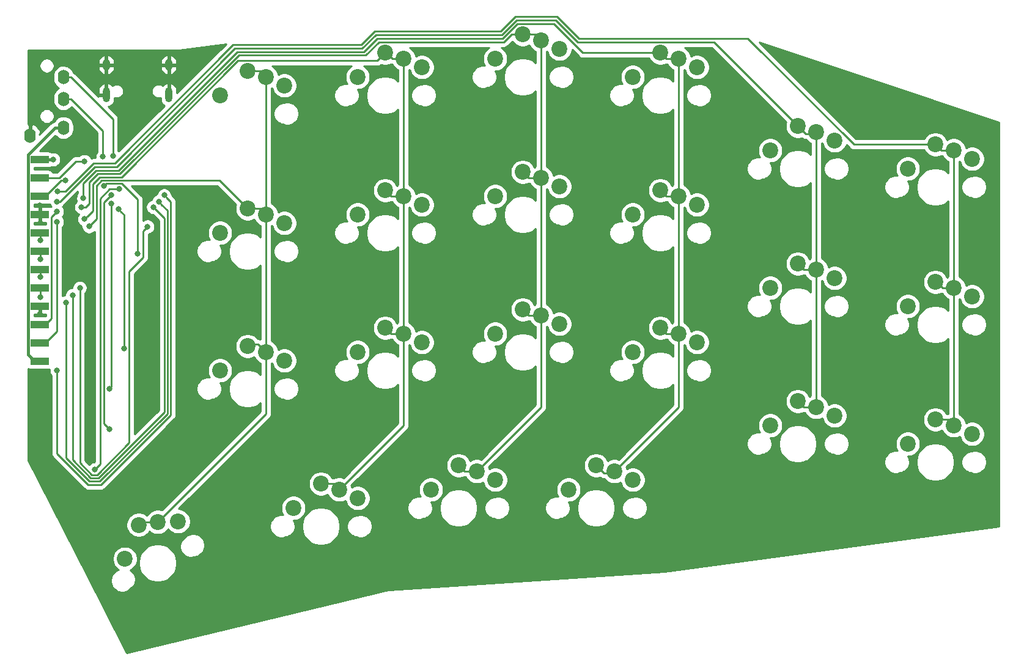
<source format=gbl>
From 091566813df47450a6fca945339cd1e1ba90c915 Mon Sep 17 00:00:00 2001
From: Marc Poulhiès <dkm@kataplop.net>
Date: Wed, 2 Sep 2020 16:06:58 +0200
Subject: Initial work for Pouetpouet board

Based on keyseebee but now very different.
---
 pcb/gerbers/v0.1/right/right-B.Cu.gbl | 11201 --------------------------------
 1 file changed, 11201 deletions(-)
 delete mode 100644 pcb/gerbers/v0.1/right/right-B.Cu.gbl

(limited to 'pcb/gerbers/v0.1/right/right-B.Cu.gbl')

diff --git a/pcb/gerbers/v0.1/right/right-B.Cu.gbl b/pcb/gerbers/v0.1/right/right-B.Cu.gbl
deleted file mode 100644
index 7f870a6..0000000
--- a/pcb/gerbers/v0.1/right/right-B.Cu.gbl
+++ /dev/null
@@ -1,11201 +0,0 @@
-G04 #@! TF.GenerationSoftware,KiCad,Pcbnew,5.0.2+dfsg1-1*
-G04 #@! TF.CreationDate,2020-08-02T18:17:23+02:00*
-G04 #@! TF.ProjectId,right,72696768-742e-46b6-9963-61645f706362,rev?*
-G04 #@! TF.SameCoordinates,Original*
-G04 #@! TF.FileFunction,Copper,L2,Bot*
-G04 #@! TF.FilePolarity,Positive*
-%FSLAX46Y46*%
-G04 Gerber Fmt 4.6, Leading zero omitted, Abs format (unit mm)*
-G04 Created by KiCad (PCBNEW 5.0.2+dfsg1-1) date dim. 02 août 2020 18:17:23 CEST*
-%MOMM*%
-%LPD*%
-G01*
-G04 APERTURE LIST*
-G04 #@! TA.AperFunction,ComponentPad*
-%ADD10C,2.200000*%
-G04 #@! TD*
-G04 #@! TA.AperFunction,ComponentPad*
-%ADD11O,1.600000X2.000000*%
-G04 #@! TD*
-G04 #@! TA.AperFunction,ComponentPad*
-%ADD12O,1.000000X1.400000*%
-G04 #@! TD*
-G04 #@! TA.AperFunction,SMDPad,CuDef*
-%ADD13R,2.500000X1.000000*%
-G04 #@! TD*
-G04 #@! TA.AperFunction,ComponentPad*
-%ADD14O,1.000000X1.600000*%
-G04 #@! TD*
-G04 #@! TA.AperFunction,ComponentPad*
-%ADD15O,1.000000X2.100000*%
-G04 #@! TD*
-G04 #@! TA.AperFunction,ViaPad*
-%ADD16C,0.800000*%
-G04 #@! TD*
-G04 #@! TA.AperFunction,Conductor*
-%ADD17C,0.381000*%
-G04 #@! TD*
-G04 #@! TA.AperFunction,Conductor*
-%ADD18C,0.250000*%
-G04 #@! TD*
-G04 #@! TA.AperFunction,Conductor*
-%ADD19C,0.254000*%
-G04 #@! TD*
-G04 APERTURE END LIST*
-D10*
-G04 #@! TO.P,SW15,1*
-G04 #@! TO.N,Net-(D17-Pad1)*
-X95024958Y-136078880D03*
-G04 #@! TO.P,SW15,2*
-G04 #@! TO.N,COL6*
-X99574448Y-130972391D03*
-X96935433Y-131371887D03*
-G04 #@! TO.P,SW15,1*
-G04 #@! TO.N,Net-(D17-Pad1)*
-X102391994Y-130886147D03*
-G04 #@! TD*
-G04 #@! TO.P,SW3,1*
-G04 #@! TO.N,Net-(D5-Pad1)*
-X212364000Y-80682000D03*
-G04 #@! TO.P,SW3,2*
-G04 #@! TO.N,COL1*
-X207264000Y-78682000D03*
-X209804000Y-79502000D03*
-G04 #@! TO.P,SW3,1*
-G04 #@! TO.N,Net-(D5-Pad1)*
-X203454000Y-82042000D03*
-G04 #@! TD*
-G04 #@! TO.P,SW4,1*
-G04 #@! TO.N,Net-(D6-Pad1)*
-X203454000Y-101092000D03*
-G04 #@! TO.P,SW4,2*
-G04 #@! TO.N,COL1*
-X209804000Y-98552000D03*
-X207264000Y-97732000D03*
-G04 #@! TO.P,SW4,1*
-G04 #@! TO.N,Net-(D6-Pad1)*
-X212364000Y-99732000D03*
-G04 #@! TD*
-G04 #@! TO.P,SW5,1*
-G04 #@! TO.N,Net-(D7-Pad1)*
-X212364000Y-118782000D03*
-G04 #@! TO.P,SW5,2*
-G04 #@! TO.N,COL1*
-X207264000Y-116782000D03*
-X209804000Y-117602000D03*
-G04 #@! TO.P,SW5,1*
-G04 #@! TO.N,Net-(D7-Pad1)*
-X203454000Y-120142000D03*
-G04 #@! TD*
-G04 #@! TO.P,SW7,1*
-G04 #@! TO.N,Net-(D9-Pad1)*
-X165354000Y-69342000D03*
-G04 #@! TO.P,SW7,2*
-G04 #@! TO.N,COL3*
-X171704000Y-66802000D03*
-X169164000Y-65982000D03*
-G04 #@! TO.P,SW7,1*
-G04 #@! TO.N,Net-(D9-Pad1)*
-X174264000Y-67982000D03*
-G04 #@! TD*
-G04 #@! TO.P,SW13,1*
-G04 #@! TO.N,Net-(D15-Pad1)*
-X117114000Y-89572000D03*
-G04 #@! TO.P,SW13,2*
-G04 #@! TO.N,COL6*
-X112014000Y-87572000D03*
-X114554000Y-88392000D03*
-G04 #@! TO.P,SW13,1*
-G04 #@! TO.N,Net-(D15-Pad1)*
-X108204000Y-90932000D03*
-G04 #@! TD*
-G04 #@! TO.P,SW8,1*
-G04 #@! TO.N,Net-(D10-Pad1)*
-X165354000Y-88392000D03*
-G04 #@! TO.P,SW8,2*
-G04 #@! TO.N,COL3*
-X171704000Y-85852000D03*
-X169164000Y-85032000D03*
-G04 #@! TO.P,SW8,1*
-G04 #@! TO.N,Net-(D10-Pad1)*
-X174264000Y-87032000D03*
-G04 #@! TD*
-G04 #@! TO.P,SW9,1*
-G04 #@! TO.N,Net-(D11-Pad1)*
-X174264000Y-106082000D03*
-G04 #@! TO.P,SW9,2*
-G04 #@! TO.N,COL3*
-X169164000Y-104082000D03*
-X171704000Y-104902000D03*
-G04 #@! TO.P,SW9,1*
-G04 #@! TO.N,Net-(D11-Pad1)*
-X165354000Y-107442000D03*
-G04 #@! TD*
-G04 #@! TO.P,SW10,1*
-G04 #@! TO.N,Net-(D12-Pad1)*
-X156464000Y-126492000D03*
-G04 #@! TO.P,SW10,2*
-G04 #@! TO.N,COL3*
-X162814000Y-123952000D03*
-X160274000Y-123132000D03*
-G04 #@! TO.P,SW10,1*
-G04 #@! TO.N,Net-(D12-Pad1)*
-X165374000Y-125132000D03*
-G04 #@! TD*
-G04 #@! TO.P,SW12,1*
-G04 #@! TO.N,Net-(D14-Pad1)*
-X117114000Y-70522000D03*
-G04 #@! TO.P,SW12,2*
-G04 #@! TO.N,COL6*
-X112014000Y-68522000D03*
-X114554000Y-69342000D03*
-G04 #@! TO.P,SW12,1*
-G04 #@! TO.N,Net-(D14-Pad1)*
-X108204000Y-71882000D03*
-G04 #@! TD*
-G04 #@! TO.P,SW14,1*
-G04 #@! TO.N,Net-(D16-Pad1)*
-X108204000Y-109982000D03*
-G04 #@! TO.P,SW14,2*
-G04 #@! TO.N,COL6*
-X114554000Y-107442000D03*
-X112014000Y-106622000D03*
-G04 #@! TO.P,SW14,1*
-G04 #@! TO.N,Net-(D16-Pad1)*
-X117114000Y-108622000D03*
-G04 #@! TD*
-G04 #@! TO.P,SW17,1*
-G04 #@! TO.N,Net-(D19-Pad1)*
-X193314000Y-78142000D03*
-G04 #@! TO.P,SW17,2*
-G04 #@! TO.N,COL2*
-X188214000Y-76142000D03*
-X190754000Y-76962000D03*
-G04 #@! TO.P,SW17,1*
-G04 #@! TO.N,Net-(D19-Pad1)*
-X184404000Y-79502000D03*
-G04 #@! TD*
-G04 #@! TO.P,SW18,1*
-G04 #@! TO.N,Net-(D20-Pad1)*
-X184404000Y-98552000D03*
-G04 #@! TO.P,SW18,2*
-G04 #@! TO.N,COL2*
-X190754000Y-96012000D03*
-X188214000Y-95192000D03*
-G04 #@! TO.P,SW18,1*
-G04 #@! TO.N,Net-(D20-Pad1)*
-X193314000Y-97192000D03*
-G04 #@! TD*
-G04 #@! TO.P,SW19,1*
-G04 #@! TO.N,Net-(D21-Pad1)*
-X193314000Y-116242000D03*
-G04 #@! TO.P,SW19,2*
-G04 #@! TO.N,COL2*
-X188214000Y-114242000D03*
-X190754000Y-115062000D03*
-G04 #@! TO.P,SW19,1*
-G04 #@! TO.N,Net-(D21-Pad1)*
-X184404000Y-117602000D03*
-G04 #@! TD*
-G04 #@! TO.P,SW21,1*
-G04 #@! TO.N,Net-(D23-Pad1)*
-X146304000Y-66802000D03*
-G04 #@! TO.P,SW21,2*
-G04 #@! TO.N,COL4*
-X152654000Y-64262000D03*
-X150114000Y-63442000D03*
-G04 #@! TO.P,SW21,1*
-G04 #@! TO.N,Net-(D23-Pad1)*
-X155214000Y-65442000D03*
-G04 #@! TD*
-G04 #@! TO.P,SW22,1*
-G04 #@! TO.N,Net-(D24-Pad1)*
-X155214000Y-84492000D03*
-G04 #@! TO.P,SW22,2*
-G04 #@! TO.N,COL4*
-X150114000Y-82492000D03*
-X152654000Y-83312000D03*
-G04 #@! TO.P,SW22,1*
-G04 #@! TO.N,Net-(D24-Pad1)*
-X146304000Y-85852000D03*
-G04 #@! TD*
-G04 #@! TO.P,SW23,1*
-G04 #@! TO.N,Net-(D25-Pad1)*
-X146304000Y-104902000D03*
-G04 #@! TO.P,SW23,2*
-G04 #@! TO.N,COL4*
-X152654000Y-102362000D03*
-X150114000Y-101542000D03*
-G04 #@! TO.P,SW23,1*
-G04 #@! TO.N,Net-(D25-Pad1)*
-X155214000Y-103542000D03*
-G04 #@! TD*
-G04 #@! TO.P,SW31,1*
-G04 #@! TO.N,Net-(D33-Pad1)*
-X136164000Y-67982000D03*
-G04 #@! TO.P,SW31,2*
-G04 #@! TO.N,COL5*
-X131064000Y-65982000D03*
-X133604000Y-66802000D03*
-G04 #@! TO.P,SW31,1*
-G04 #@! TO.N,Net-(D33-Pad1)*
-X127254000Y-69342000D03*
-G04 #@! TD*
-G04 #@! TO.P,SW32,1*
-G04 #@! TO.N,Net-(D34-Pad1)*
-X127254000Y-88392000D03*
-G04 #@! TO.P,SW32,2*
-G04 #@! TO.N,COL5*
-X133604000Y-85852000D03*
-X131064000Y-85032000D03*
-G04 #@! TO.P,SW32,1*
-G04 #@! TO.N,Net-(D34-Pad1)*
-X136164000Y-87032000D03*
-G04 #@! TD*
-G04 #@! TO.P,SW33,1*
-G04 #@! TO.N,Net-(D35-Pad1)*
-X136164000Y-106082000D03*
-G04 #@! TO.P,SW33,2*
-G04 #@! TO.N,COL5*
-X131064000Y-104082000D03*
-X133604000Y-104902000D03*
-G04 #@! TO.P,SW33,1*
-G04 #@! TO.N,Net-(D35-Pad1)*
-X127254000Y-107442000D03*
-G04 #@! TD*
-G04 #@! TO.P,SW34,1*
-G04 #@! TO.N,Net-(D36-Pad1)*
-X118364000Y-129032000D03*
-G04 #@! TO.P,SW34,2*
-G04 #@! TO.N,COL5*
-X124714000Y-126492000D03*
-X122174000Y-125672000D03*
-G04 #@! TO.P,SW34,1*
-G04 #@! TO.N,Net-(D36-Pad1)*
-X127274000Y-127672000D03*
-G04 #@! TD*
-G04 #@! TO.P,SW24,1*
-G04 #@! TO.N,Net-(D26-Pad1)*
-X146324000Y-125132000D03*
-G04 #@! TO.P,SW24,2*
-G04 #@! TO.N,COL4*
-X141224000Y-123132000D03*
-X143764000Y-123952000D03*
-G04 #@! TO.P,SW24,1*
-G04 #@! TO.N,Net-(D26-Pad1)*
-X137414000Y-126492000D03*
-G04 #@! TD*
-D11*
-G04 #@! TO.P,J2,1*
-G04 #@! TO.N,GND*
-X81901000Y-77467000D03*
-G04 #@! TO.P,J2,2*
-G04 #@! TO.N,5V*
-X86501000Y-76367000D03*
-G04 #@! TO.P,J2,4*
-G04 #@! TO.N,TX*
-X86501000Y-69367000D03*
-G04 #@! TO.P,J2,3*
-G04 #@! TO.N,RX*
-X86501000Y-72367000D03*
-D12*
-G04 #@! TO.P,J2,4*
-G04 #@! TO.N,TX*
-X86501000Y-69367000D03*
-G04 #@! TO.P,J2,3*
-G04 #@! TO.N,RX*
-X86501000Y-72367000D03*
-G04 #@! TO.P,J2,2*
-G04 #@! TO.N,5V*
-X86501000Y-76367000D03*
-G04 #@! TO.P,J2,1*
-G04 #@! TO.N,GND*
-X81901000Y-77467000D03*
-G04 #@! TD*
-D13*
-G04 #@! TO.P,J3,1*
-G04 #@! TO.N,3.3V*
-X83249000Y-80772000D03*
-G04 #@! TO.P,J3,2*
-G04 #@! TO.N,SWDIO*
-X83249000Y-83312000D03*
-G04 #@! TO.P,J3,3*
-G04 #@! TO.N,SWDCLK*
-X83249000Y-85852000D03*
-G04 #@! TO.P,J3,4*
-G04 #@! TO.N,GND*
-X83249000Y-88392000D03*
-G04 #@! TO.P,J3,5*
-G04 #@! TO.N,PA4*
-X83249000Y-90932000D03*
-G04 #@! TO.P,J3,6*
-G04 #@! TO.N,PA5*
-X83249000Y-93472000D03*
-G04 #@! TO.P,J3,7*
-G04 #@! TO.N,PA6*
-X83249000Y-96012000D03*
-G04 #@! TO.P,J3,8*
-G04 #@! TO.N,PA7*
-X83249000Y-98552000D03*
-G04 #@! TO.P,J3,9*
-G04 #@! TO.N,GND*
-X83249000Y-101092000D03*
-G04 #@! TO.P,J3,10*
-G04 #@! TO.N,PB6*
-X83249000Y-103632000D03*
-G04 #@! TO.P,J3,11*
-G04 #@! TO.N,PB7*
-X83249000Y-106172000D03*
-G04 #@! TO.P,J3,12*
-G04 #@! TO.N,5V*
-X83249000Y-108712000D03*
-G04 #@! TD*
-D14*
-G04 #@! TO.P,J1,S1*
-G04 #@! TO.N,GND*
-X92454000Y-67657000D03*
-X101094000Y-67657000D03*
-D15*
-X101094000Y-71837000D03*
-X92454000Y-71837000D03*
-G04 #@! TD*
-D16*
-G04 #@! TO.N,GND*
-X95631000Y-77724000D03*
-X139446000Y-68453000D03*
-X118999000Y-68453000D03*
-X88773000Y-93726000D03*
-X110617000Y-133350000D03*
-X132080000Y-128651000D03*
-X83185000Y-102235000D03*
-X83185000Y-87122000D03*
-X97790000Y-98806000D03*
-X98044000Y-84963000D03*
-X90297000Y-101092000D03*
-G04 #@! TO.N,3.3V*
-X85090000Y-80772000D03*
-G04 #@! TO.N,SWDIO*
-X89408000Y-81026000D03*
-G04 #@! TO.N,SWDCLK*
-X86786000Y-83693000D03*
-G04 #@! TO.N,PA4*
-X98139235Y-90067167D03*
-X88773000Y-98552000D03*
-X83312000Y-91948000D03*
-G04 #@! TO.N,PA5*
-X87757000Y-99568000D03*
-X83312000Y-94615000D03*
-X98933000Y-87375998D03*
-G04 #@! TO.N,PA6*
-X86868000Y-100584000D03*
-X83312000Y-97028000D03*
-X99694996Y-86614000D03*
-G04 #@! TO.N,PA7*
-X85598000Y-109982000D03*
-X83312000Y-99822000D03*
-X100457000Y-85725000D03*
-G04 #@! TO.N,PB6*
-X85598000Y-87972000D03*
-G04 #@! TO.N,PB7*
-X85598000Y-89408000D03*
-G04 #@! TO.N,TX*
-X93345000Y-80264000D03*
-G04 #@! TO.N,RX*
-X91953360Y-80396370D03*
-G04 #@! TO.N,COL4*
-X88994000Y-87376000D03*
-G04 #@! TO.N,COL5*
-X89412660Y-89022340D03*
-G04 #@! TO.N,COL2*
-X85598000Y-86614006D03*
-G04 #@! TO.N,COL6*
-X90043000Y-90042998D03*
-G04 #@! TO.N,COL3*
-X89261000Y-86126000D03*
-G04 #@! TO.N,COL1*
-X85684167Y-85192152D03*
-G04 #@! TO.N,Net-(R1-Pad1)*
-X92075000Y-84455000D03*
-X96774000Y-93853000D03*
-G04 #@! TO.N,ROW1*
-X94869000Y-106954000D03*
-X94107000Y-87630000D03*
-G04 #@! TO.N,ROW2*
-X93091000Y-86868000D03*
-X92837000Y-112542000D03*
-G04 #@! TO.N,ROW3*
-X92837000Y-118130000D03*
-X93091000Y-85725000D03*
-G04 #@! TO.N,ROW4*
-X94234000Y-84836000D03*
-X90805000Y-123718000D03*
-G04 #@! TD*
-D17*
-G04 #@! TO.N,5V*
-X82499000Y-108712000D02*
-X83249000Y-108712000D01*
-X81608499Y-107821499D02*
-X82499000Y-108712000D01*
-X81608499Y-80078501D02*
-X81608499Y-107821499D01*
-X85320000Y-76367000D02*
-X81608499Y-80078501D01*
-X86501000Y-76367000D02*
-X85320000Y-76367000D01*
-G04 #@! TO.N,3.3V*
-X83249000Y-80772000D02*
-X85090000Y-80772000D01*
-X84880000Y-80772000D02*
-X85090000Y-80772000D01*
-X85090000Y-80772000D02*
-X84880000Y-80772000D01*
-D18*
-G04 #@! TO.N,SWDIO*
-X85902590Y-83312000D02*
-X84749000Y-83312000D01*
-X88188590Y-81026000D02*
-X85902590Y-83312000D01*
-X84749000Y-83312000D02*
-X83249000Y-83312000D01*
-X89408000Y-81026000D02*
-X88188590Y-81026000D01*
-G04 #@! TO.N,SWDCLK*
-X83999000Y-85852000D02*
-X83249000Y-85852000D01*
-X86158000Y-83693000D02*
-X83999000Y-85852000D01*
-X86786000Y-83693000D02*
-X86158000Y-83693000D01*
-G04 #@! TO.N,PA4*
-X88773000Y-98552000D02*
-X88773000Y-98552000D01*
-X83312000Y-90995000D02*
-X83249000Y-90932000D01*
-X83312000Y-91948000D02*
-X83312000Y-90995000D01*
-X88773000Y-122759002D02*
-X88773000Y-98552000D01*
-X90456999Y-124443001D02*
-X88773000Y-122759002D01*
-X97536000Y-90670402D02*
-X97536000Y-94361000D01*
-X97536000Y-94361000D02*
-X95594001Y-96302999D01*
-X95594001Y-120002001D02*
-X91153001Y-124443001D01*
-X95594001Y-96302999D02*
-X95594001Y-120002001D01*
-X98139235Y-90067167D02*
-X97536000Y-90670402D01*
-X91153001Y-124443001D02*
-X90456999Y-124443001D01*
-G04 #@! TO.N,PA5*
-X87757000Y-99568000D02*
-X87757000Y-99568000D01*
-X83312000Y-93535000D02*
-X83249000Y-93472000D01*
-X83312000Y-94615000D02*
-X83312000Y-93535000D01*
-X91339401Y-124893011D02*
-X100457000Y-115775412D01*
-X100457000Y-88899998D02*
-X98933000Y-87375998D01*
-X90270598Y-124893010D02*
-X91339401Y-124893011D01*
-X100457000Y-115775412D02*
-X100457000Y-88899998D01*
-X87757000Y-99568000D02*
-X87757000Y-122379412D01*
-X87757000Y-122379412D02*
-X90270598Y-124893010D01*
-G04 #@! TO.N,PA6*
-X86868000Y-100584000D02*
-X86868000Y-100584000D01*
-X83312000Y-96075000D02*
-X83249000Y-96012000D01*
-X83312000Y-97028000D02*
-X83312000Y-96075000D01*
-X86868000Y-100584000D02*
-X86868000Y-122126822D01*
-X86868000Y-122126822D02*
-X90084199Y-125343020D01*
-X100907011Y-115961812D02*
-X100907011Y-87826015D01*
-X100907011Y-87826015D02*
-X100094995Y-87013999D01*
-X100094995Y-87013999D02*
-X99694996Y-86614000D01*
-X91525802Y-125343020D02*
-X100907011Y-115961812D01*
-X90084199Y-125343020D02*
-X91525802Y-125343020D01*
-G04 #@! TO.N,PA7*
-X85598000Y-109982000D02*
-X85598000Y-109982000D01*
-X83312000Y-98615000D02*
-X83249000Y-98552000D01*
-X83312000Y-99822000D02*
-X83312000Y-98615000D01*
-X85598000Y-109982000D02*
-X85598000Y-121493232D01*
-X85598000Y-121493232D02*
-X89897799Y-125793031D01*
-X101357022Y-86625022D02*
-X100856999Y-86124999D01*
-X89897799Y-125793031D02*
-X91712202Y-125793031D01*
-X91712202Y-125793031D02*
-X101357022Y-116148212D01*
-X100856999Y-86124999D02*
-X100457000Y-85725000D01*
-X101357022Y-116148212D02*
-X101357022Y-86625022D01*
-G04 #@! TO.N,PB6*
-X83999000Y-103632000D02*
-X83249000Y-103632000D01*
-X84824001Y-102806999D02*
-X83999000Y-103632000D01*
-X84824001Y-88745999D02*
-X84824001Y-102806999D01*
-X85598000Y-87972000D02*
-X84824001Y-88745999D01*
-G04 #@! TO.N,PB7*
-X83999000Y-106172000D02*
-X83249000Y-106172000D01*
-X85598000Y-104573000D02*
-X83999000Y-106172000D01*
-X85598000Y-89408000D02*
-X85598000Y-104573000D01*
-G04 #@! TO.N,TX*
-X93345000Y-75161000D02*
-X87551000Y-69367000D01*
-X87551000Y-69367000D02*
-X86501000Y-69367000D01*
-X93345000Y-80264000D02*
-X93345000Y-75161000D01*
-G04 #@! TO.N,RX*
-X87551000Y-72367000D02*
-X86501000Y-72367000D01*
-X91953360Y-76769360D02*
-X87551000Y-72367000D01*
-X91953360Y-80396370D02*
-X91953360Y-76769360D01*
-G04 #@! TO.N,COL4*
-X151834000Y-63442000D02*
-X152654000Y-64262000D01*
-X150114000Y-63442000D02*
-X151834000Y-63442000D01*
-X152654000Y-64262000D02*
-X152654000Y-83312000D01*
-X150934000Y-83312000D02*
-X150114000Y-82492000D01*
-X152654000Y-83312000D02*
-X150934000Y-83312000D01*
-X152654000Y-83312000D02*
-X152654000Y-102362000D01*
-X150934000Y-102362000D02*
-X150114000Y-101542000D01*
-X152654000Y-102362000D02*
-X150934000Y-102362000D01*
-X152654000Y-115062000D02*
-X143764000Y-123952000D01*
-X152654000Y-102362000D02*
-X152654000Y-115062000D01*
-X142044000Y-123952000D02*
-X141224000Y-123132000D01*
-X143764000Y-123952000D02*
-X142044000Y-123952000D01*
-X147484366Y-64516000D02*
-X148558366Y-63442000D01*
-X130175000Y-64516000D02*
-X147484366Y-64516000D01*
-X128385978Y-66305022D02*
-X130175000Y-64516000D01*
-X110800568Y-66305022D02*
-X128385978Y-66305022D01*
-X89559685Y-87376000D02*
-X90043001Y-86892684D01*
-X90043001Y-86892684D02*
-X90043001Y-83946999D01*
-X88994000Y-87376000D02*
-X89559685Y-87376000D01*
-X148558366Y-63442000D02*
-X150114000Y-63442000D01*
-X90043001Y-83946999D02*
-X91243989Y-82746011D01*
-X91243989Y-82746011D02*
-X94359579Y-82746011D01*
-X94359579Y-82746011D02*
-X110800568Y-66305022D01*
-G04 #@! TO.N,COL5*
-X123894000Y-125672000D02*
-X124714000Y-126492000D01*
-X122174000Y-125672000D02*
-X123894000Y-125672000D01*
-X133604000Y-117602000D02*
-X133604000Y-104902000D01*
-X124714000Y-126492000D02*
-X133604000Y-117602000D01*
-X131884000Y-104902000D02*
-X131064000Y-104082000D01*
-X133604000Y-104902000D02*
-X131884000Y-104902000D01*
-X133604000Y-90030998D02*
-X133604000Y-85852000D01*
-X133604000Y-104902000D02*
-X133604000Y-90030998D01*
-X131884000Y-85852000D02*
-X131064000Y-85032000D01*
-X133604000Y-85852000D02*
-X131884000Y-85852000D01*
-X133604000Y-85852000D02*
-X133604000Y-66802000D01*
-X131228366Y-65982000D02*
-X131064000Y-65982000D01*
-X132048366Y-66802000D02*
-X131228366Y-65982000D01*
-X133604000Y-66802000D02*
-X132048366Y-66802000D01*
-X129964001Y-67081999D02*
-X110660001Y-67081999D01*
-X131064000Y-65982000D02*
-X129964001Y-67081999D01*
-X91555978Y-83196022D02*
-X90551000Y-84201000D01*
-X90551000Y-84201000D02*
-X90551000Y-87884000D01*
-X89812659Y-88622341D02*
-X89412660Y-89022340D01*
-X94545978Y-83196022D02*
-X91555978Y-83196022D01*
-X90551000Y-87884000D02*
-X89812659Y-88622341D01*
-X110660001Y-67081999D02*
-X94545978Y-83196022D01*
-G04 #@! TO.N,COL2*
-X190474001Y-77241999D02*
-X190754000Y-76962000D01*
-X189313999Y-77241999D02*
-X190474001Y-77241999D01*
-X188214000Y-76142000D02*
-X189313999Y-77241999D01*
-X190754000Y-76962000D02*
-X190754000Y-96012000D01*
-X189034000Y-96012000D02*
-X188214000Y-95192000D01*
-X190754000Y-96012000D02*
-X189034000Y-96012000D01*
-X190754000Y-97567634D02*
-X190754000Y-115062000D01*
-X190754000Y-96012000D02*
-X190754000Y-97567634D01*
-X189034000Y-115062000D02*
-X188214000Y-114242000D01*
-X190754000Y-115062000D02*
-X189034000Y-115062000D01*
-X85598006Y-86614000D02*
-X85598000Y-86614006D01*
-X85978994Y-86614006D02*
-X85598000Y-86614006D01*
-X90805000Y-81788000D02*
-X85978994Y-86614006D01*
-X110236000Y-65405000D02*
-X93853000Y-81788000D01*
-X127887590Y-65405000D02*
-X110236000Y-65405000D01*
-X129792590Y-63500000D02*
-X127887590Y-65405000D01*
-X157734000Y-64516000D02*
-X154686000Y-61468000D01*
-X188214000Y-76142000D02*
-X176588000Y-64516000D01*
-X93853000Y-81788000D02*
-X90805000Y-81788000D01*
-X154686000Y-61468000D02*
-X149225000Y-61468000D01*
-X176588000Y-64516000D02*
-X157734000Y-64516000D01*
-X149225000Y-61468000D02*
-X147193000Y-63500000D01*
-X147193000Y-63500000D02*
-X129792590Y-63500000D01*
-G04 #@! TO.N,COL6*
-X113734000Y-68522000D02*
-X114554000Y-69342000D01*
-X112014000Y-68522000D02*
-X113734000Y-68522000D01*
-X114554000Y-85032000D02*
-X114554000Y-88392000D01*
-X114554000Y-69342000D02*
-X114554000Y-85032000D01*
-X113734000Y-87572000D02*
-X114554000Y-88392000D01*
-X112014000Y-87572000D02*
-X113734000Y-87572000D01*
-X114554000Y-88392000D02*
-X114554000Y-107442000D01*
-X112293999Y-106342001D02*
-X112014000Y-106622000D01*
-X113454001Y-106342001D02*
-X112293999Y-106342001D01*
-X114554000Y-107442000D02*
-X113454001Y-106342001D01*
-X114554000Y-115992839D02*
-X99574448Y-130972391D01*
-X114554000Y-107442000D02*
-X114554000Y-115992839D01*
-X97334929Y-130972391D02*
-X96935433Y-131371887D01*
-X99574448Y-130972391D02*
-X97334929Y-130972391D01*
-X91059000Y-84397998D02*
-X91796008Y-83660990D01*
-X91796008Y-83660990D02*
-X108102990Y-83660990D01*
-X91059000Y-89027000D02*
-X91059000Y-84397998D01*
-X108102990Y-83660990D02*
-X112014000Y-87572000D01*
-X90043000Y-90042998D02*
-X90043002Y-90042998D01*
-X90043002Y-90042998D02*
-X91059000Y-89027000D01*
-G04 #@! TO.N,COL3*
-X162534001Y-124231999D02*
-X162814000Y-123952000D01*
-X161373999Y-124231999D02*
-X162534001Y-124231999D01*
-X160274000Y-123132000D02*
-X161373999Y-124231999D01*
-X171704000Y-115062000D02*
-X171704000Y-104902000D01*
-X162814000Y-123952000D02*
-X171704000Y-115062000D01*
-X169984000Y-104902000D02*
-X169164000Y-104082000D01*
-X171704000Y-104902000D02*
-X169984000Y-104902000D01*
-X171704000Y-104902000D02*
-X171704000Y-85852000D01*
-X169984000Y-85852000D02*
-X169164000Y-85032000D01*
-X171704000Y-85852000D02*
-X169984000Y-85852000D01*
-X171704000Y-85852000D02*
-X171704000Y-66802000D01*
-X169984000Y-66802000D02*
-X169164000Y-65982000D01*
-X171704000Y-66802000D02*
-X169984000Y-66802000D01*
-X167608366Y-65982000D02*
-X169164000Y-65982000D01*
-X158438000Y-65982000D02*
-X167608366Y-65982000D01*
-X154472999Y-62016999D02*
-X158438000Y-65982000D01*
-X149346957Y-62016999D02*
-X154472999Y-62016999D01*
-X147355956Y-64008000D02*
-X149346957Y-62016999D01*
-X129921000Y-64008000D02*
-X147355956Y-64008000D01*
-X89261000Y-84092590D02*
-X91057590Y-82296000D01*
-X89261000Y-86126000D02*
-X89261000Y-84092590D01*
-X110547989Y-65855011D02*
-X128073990Y-65855011D01*
-X91057590Y-82296000D02*
-X94107000Y-82296000D01*
-X94107000Y-82296000D02*
-X110547989Y-65855011D01*
-X128073990Y-65855011D02*
-X129921000Y-64008000D01*
-G04 #@! TO.N,COL1*
-X208984000Y-116782000D02*
-X209804000Y-117602000D01*
-X207264000Y-116782000D02*
-X208984000Y-116782000D01*
-X209804000Y-117602000D02*
-X209804000Y-98552000D01*
-X207428366Y-97732000D02*
-X207264000Y-97732000D01*
-X208248366Y-98552000D02*
-X207428366Y-97732000D01*
-X209804000Y-98552000D02*
-X208248366Y-98552000D01*
-X209804000Y-98552000D02*
-X209804000Y-79502000D01*
-X208084000Y-79502000D02*
-X207264000Y-78682000D01*
-X209804000Y-79502000D02*
-X208084000Y-79502000D01*
-X149096590Y-60960000D02*
-X147064590Y-62992000D01*
-X129664180Y-62992000D02*
-X127759180Y-64897000D01*
-X127759180Y-64897000D02*
-X109982000Y-64897000D01*
-X154814410Y-60960000D02*
-X149096590Y-60960000D01*
-X109982000Y-64897000D02*
-X93599000Y-81280000D01*
-X90676590Y-81280000D02*
-X86764438Y-85192152D01*
-X93599000Y-81280000D02*
-X90676590Y-81280000D01*
-X195963002Y-78682000D02*
-X181289002Y-64008000D01*
-X86249852Y-85192152D02*
-X85684167Y-85192152D01*
-X86764438Y-85192152D02*
-X86249852Y-85192152D01*
-X157862410Y-64008000D02*
-X154814410Y-60960000D01*
-X181289002Y-64008000D02*
-X157862410Y-64008000D01*
-X147064590Y-62992000D02*
-X129664180Y-62992000D01*
-X207264000Y-78682000D02*
-X195963002Y-78682000D01*
-G04 #@! TO.N,Net-(R1-Pad1)*
-X96774000Y-93853000D02*
-X96774000Y-93853000D01*
-X96774000Y-86302998D02*
-X96774000Y-93853000D01*
-X94582001Y-84110999D02*
-X96774000Y-86302998D01*
-X92075000Y-84455000D02*
-X92419001Y-84110999D01*
-X92419001Y-84110999D02*
-X94582001Y-84110999D01*
-G04 #@! TO.N,ROW1*
-X94869000Y-106934000D02*
-X94869000Y-88392000D01*
-X94506999Y-88029999D02*
-X94107000Y-87630000D01*
-X94869000Y-88392000D02*
-X94506999Y-88029999D01*
-G04 #@! TO.N,ROW2*
-X93091000Y-86868000D02*
-X93091000Y-112268000D01*
-X93091000Y-112268000D02*
-X92837000Y-112522000D01*
-G04 #@! TO.N,ROW3*
-X92691001Y-86124999D02*
-X93091000Y-85725000D01*
-X92111999Y-117384999D02*
-X92111999Y-86704001D01*
-X92837000Y-118110000D02*
-X92111999Y-117384999D01*
-X92111999Y-86704001D02*
-X92691001Y-86124999D01*
-G04 #@! TO.N,ROW4*
-X91567000Y-122936000D02*
-X90805000Y-123698000D01*
-X91567000Y-86175998D02*
-X91567000Y-122936000D01*
-X94234000Y-84836000D02*
-X92906998Y-84836000D01*
-X92906998Y-84836000D02*
-X91567000Y-86175998D01*
-G04 #@! TD*
-D19*
-G04 #@! TO.N,GND*
-G36*
-X148766337Y-64547998D02*
-X149008002Y-64789663D01*
-X149292169Y-64979537D01*
-X149607919Y-65110325D01*
-X149943117Y-65177000D01*
-X150284883Y-65177000D01*
-X150620081Y-65110325D01*
-X150935831Y-64979537D01*
-X151043472Y-64907614D01*
-X151116463Y-65083831D01*
-X151306337Y-65367998D01*
-X151548002Y-65609663D01*
-X151832169Y-65799537D01*
-X151894000Y-65825148D01*
-X151894000Y-67395547D01*
-X151793715Y-67295262D01*
-X151362141Y-67006893D01*
-X150882601Y-66808261D01*
-X150373525Y-66707000D01*
-X149854475Y-66707000D01*
-X149345399Y-66808261D01*
-X148865859Y-67006893D01*
-X148434285Y-67295262D01*
-X148067262Y-67662285D01*
-X147778893Y-68093859D01*
-X147580261Y-68573399D01*
-X147479000Y-69082475D01*
-X147479000Y-69601525D01*
-X147580261Y-70110601D01*
-X147778893Y-70590141D01*
-X148067262Y-71021715D01*
-X148434285Y-71388738D01*
-X148865859Y-71677107D01*
-X149345399Y-71875739D01*
-X149854475Y-71977000D01*
-X150373525Y-71977000D01*
-X150882601Y-71875739D01*
-X151362141Y-71677107D01*
-X151793715Y-71388738D01*
-X151894000Y-71288453D01*
-X151894001Y-81748851D01*
-X151832169Y-81774463D01*
-X151724528Y-81846386D01*
-X151651537Y-81670169D01*
-X151461663Y-81386002D01*
-X151219998Y-81144337D01*
-X150935831Y-80954463D01*
-X150620081Y-80823675D01*
-X150284883Y-80757000D01*
-X149943117Y-80757000D01*
-X149607919Y-80823675D01*
-X149292169Y-80954463D01*
-X149008002Y-81144337D01*
-X148766337Y-81386002D01*
-X148576463Y-81670169D01*
-X148445675Y-81985919D01*
-X148379000Y-82321117D01*
-X148379000Y-82662883D01*
-X148445675Y-82998081D01*
-X148576463Y-83313831D01*
-X148766337Y-83597998D01*
-X149008002Y-83839663D01*
-X149292169Y-84029537D01*
-X149607919Y-84160325D01*
-X149943117Y-84227000D01*
-X150284883Y-84227000D01*
-X150620081Y-84160325D01*
-X150845486Y-84066959D01*
-X150896667Y-84072000D01*
-X150896676Y-84072000D01*
-X150933999Y-84075676D01*
-X150971322Y-84072000D01*
-X151090852Y-84072000D01*
-X151116463Y-84133831D01*
-X151306337Y-84417998D01*
-X151548002Y-84659663D01*
-X151832169Y-84849537D01*
-X151894000Y-84875148D01*
-X151894000Y-86445547D01*
-X151793715Y-86345262D01*
-X151362141Y-86056893D01*
-X150882601Y-85858261D01*
-X150373525Y-85757000D01*
-X149854475Y-85757000D01*
-X149345399Y-85858261D01*
-X148865859Y-86056893D01*
-X148434285Y-86345262D01*
-X148067262Y-86712285D01*
-X147778893Y-87143859D01*
-X147580261Y-87623399D01*
-X147479000Y-88132475D01*
-X147479000Y-88651525D01*
-X147580261Y-89160601D01*
-X147778893Y-89640141D01*
-X148067262Y-90071715D01*
-X148434285Y-90438738D01*
-X148865859Y-90727107D01*
-X149345399Y-90925739D01*
-X149854475Y-91027000D01*
-X150373525Y-91027000D01*
-X150882601Y-90925739D01*
-X151362141Y-90727107D01*
-X151793715Y-90438738D01*
-X151894000Y-90338453D01*
-X151894001Y-100798851D01*
-X151832169Y-100824463D01*
-X151724528Y-100896386D01*
-X151651537Y-100720169D01*
-X151461663Y-100436002D01*
-X151219998Y-100194337D01*
-X150935831Y-100004463D01*
-X150620081Y-99873675D01*
-X150284883Y-99807000D01*
-X149943117Y-99807000D01*
-X149607919Y-99873675D01*
-X149292169Y-100004463D01*
-X149008002Y-100194337D01*
-X148766337Y-100436002D01*
-X148576463Y-100720169D01*
-X148445675Y-101035919D01*
-X148379000Y-101371117D01*
-X148379000Y-101712883D01*
-X148445675Y-102048081D01*
-X148576463Y-102363831D01*
-X148766337Y-102647998D01*
-X149008002Y-102889663D01*
-X149292169Y-103079537D01*
-X149607919Y-103210325D01*
-X149943117Y-103277000D01*
-X150284883Y-103277000D01*
-X150620081Y-103210325D01*
-X150845486Y-103116959D01*
-X150896667Y-103122000D01*
-X150896676Y-103122000D01*
-X150933999Y-103125676D01*
-X150971322Y-103122000D01*
-X151090852Y-103122000D01*
-X151116463Y-103183831D01*
-X151306337Y-103467998D01*
-X151548002Y-103709663D01*
-X151832169Y-103899537D01*
-X151894000Y-103925148D01*
-X151894000Y-105495547D01*
-X151793715Y-105395262D01*
-X151362141Y-105106893D01*
-X150882601Y-104908261D01*
-X150373525Y-104807000D01*
-X149854475Y-104807000D01*
-X149345399Y-104908261D01*
-X148865859Y-105106893D01*
-X148434285Y-105395262D01*
-X148067262Y-105762285D01*
-X147778893Y-106193859D01*
-X147580261Y-106673399D01*
-X147479000Y-107182475D01*
-X147479000Y-107701525D01*
-X147580261Y-108210601D01*
-X147778893Y-108690141D01*
-X148067262Y-109121715D01*
-X148434285Y-109488738D01*
-X148865859Y-109777107D01*
-X149345399Y-109975739D01*
-X149854475Y-110077000D01*
-X150373525Y-110077000D01*
-X150882601Y-109975739D01*
-X151362141Y-109777107D01*
-X151793715Y-109488738D01*
-X151894001Y-109388452D01*
-X151894001Y-114747197D01*
-X144331912Y-122309286D01*
-X144270081Y-122283675D01*
-X143934883Y-122217000D01*
-X143593117Y-122217000D01*
-X143257919Y-122283675D01*
-X142942169Y-122414463D01*
-X142834528Y-122486386D01*
-X142761537Y-122310169D01*
-X142571663Y-122026002D01*
-X142329998Y-121784337D01*
-X142045831Y-121594463D01*
-X141730081Y-121463675D01*
-X141394883Y-121397000D01*
-X141053117Y-121397000D01*
-X140717919Y-121463675D01*
-X140402169Y-121594463D01*
-X140118002Y-121784337D01*
-X139876337Y-122026002D01*
-X139686463Y-122310169D01*
-X139555675Y-122625919D01*
-X139489000Y-122961117D01*
-X139489000Y-123302883D01*
-X139555675Y-123638081D01*
-X139686463Y-123953831D01*
-X139876337Y-124237998D01*
-X140118002Y-124479663D01*
-X140402169Y-124669537D01*
-X140717919Y-124800325D01*
-X141053117Y-124867000D01*
-X141394883Y-124867000D01*
-X141730081Y-124800325D01*
-X141955486Y-124706959D01*
-X142006667Y-124712000D01*
-X142006676Y-124712000D01*
-X142043999Y-124715676D01*
-X142081322Y-124712000D01*
-X142200852Y-124712000D01*
-X142226463Y-124773831D01*
-X142416337Y-125057998D01*
-X142658002Y-125299663D01*
-X142942169Y-125489537D01*
-X143257919Y-125620325D01*
-X143593117Y-125687000D01*
-X143934883Y-125687000D01*
-X144270081Y-125620325D01*
-X144585831Y-125489537D01*
-X144621400Y-125465770D01*
-X144655675Y-125638081D01*
-X144786463Y-125953831D01*
-X144976337Y-126237998D01*
-X145218002Y-126479663D01*
-X145502169Y-126669537D01*
-X145817919Y-126800325D01*
-X146153117Y-126867000D01*
-X146494883Y-126867000D01*
-X146830081Y-126800325D01*
-X147145831Y-126669537D01*
-X147429998Y-126479663D01*
-X147671663Y-126237998D01*
-X147861537Y-125953831D01*
-X147992325Y-125638081D01*
-X148059000Y-125302883D01*
-X148059000Y-124961117D01*
-X147992325Y-124625919D01*
-X147861537Y-124310169D01*
-X147671663Y-124026002D01*
-X147429998Y-123784337D01*
-X147145831Y-123594463D01*
-X146830081Y-123463675D01*
-X146494883Y-123397000D01*
-X146153117Y-123397000D01*
-X145817919Y-123463675D01*
-X145502169Y-123594463D01*
-X145466600Y-123618230D01*
-X145432325Y-123445919D01*
-X145406714Y-123384088D01*
-X153165003Y-115625799D01*
-X153194001Y-115602001D01*
-X153288974Y-115486276D01*
-X153359546Y-115354247D01*
-X153403003Y-115210986D01*
-X153414000Y-115099333D01*
-X153414000Y-115099332D01*
-X153417677Y-115062000D01*
-X153414000Y-115024667D01*
-X153414000Y-109825891D01*
-X162079000Y-109825891D01*
-X162079000Y-110138109D01*
-X162139911Y-110444327D01*
-X162259391Y-110732779D01*
-X162432850Y-110992379D01*
-X162653621Y-111213150D01*
-X162913221Y-111386609D01*
-X163201673Y-111506089D01*
-X163507891Y-111567000D01*
-X163820109Y-111567000D01*
-X164126327Y-111506089D01*
-X164220697Y-111467000D01*
-X164230260Y-111467000D01*
-X164517158Y-111409932D01*
-X164787411Y-111297990D01*
-X165030632Y-111135475D01*
-X165237475Y-110928632D01*
-X165399990Y-110685411D01*
-X165511932Y-110415158D01*
-X165569000Y-110128260D01*
-X165569000Y-109835740D01*
-X165511932Y-109548842D01*
-X165399990Y-109278589D01*
-X165332110Y-109177000D01*
-X165524883Y-109177000D01*
-X165860081Y-109110325D01*
-X166175831Y-108979537D01*
-X166459998Y-108789663D01*
-X166701663Y-108547998D01*
-X166891537Y-108263831D01*
-X167022325Y-107948081D01*
-X167089000Y-107612883D01*
-X167089000Y-107271117D01*
-X167022325Y-106935919D01*
-X166891537Y-106620169D01*
-X166701663Y-106336002D01*
-X166459998Y-106094337D01*
-X166175831Y-105904463D01*
-X165860081Y-105773675D01*
-X165524883Y-105707000D01*
-X165183117Y-105707000D01*
-X164847919Y-105773675D01*
-X164532169Y-105904463D01*
-X164248002Y-106094337D01*
-X164006337Y-106336002D01*
-X163816463Y-106620169D01*
-X163685675Y-106935919D01*
-X163619000Y-107271117D01*
-X163619000Y-107612883D01*
-X163685675Y-107948081D01*
-X163816463Y-108263831D01*
-X163918524Y-108416576D01*
-X163820109Y-108397000D01*
-X163507891Y-108397000D01*
-X163201673Y-108457911D01*
-X162913221Y-108577391D01*
-X162653621Y-108750850D01*
-X162432850Y-108971621D01*
-X162259391Y-109231221D01*
-X162139911Y-109519673D01*
-X162079000Y-109825891D01*
-X153414000Y-109825891D01*
-X153414000Y-107295740D01*
-X153709000Y-107295740D01*
-X153709000Y-107588260D01*
-X153766068Y-107875158D01*
-X153878010Y-108145411D01*
-X154040525Y-108388632D01*
-X154247368Y-108595475D01*
-X154490589Y-108757990D01*
-X154760842Y-108869932D01*
-X155047740Y-108927000D01*
-X155057303Y-108927000D01*
-X155151673Y-108966089D01*
-X155457891Y-109027000D01*
-X155770109Y-109027000D01*
-X156076327Y-108966089D01*
-X156364779Y-108846609D01*
-X156624379Y-108673150D01*
-X156845150Y-108452379D01*
-X157018609Y-108192779D01*
-X157138089Y-107904327D01*
-X157199000Y-107598109D01*
-X157199000Y-107285891D01*
-X157138089Y-106979673D01*
-X157018609Y-106691221D01*
-X156845150Y-106431621D01*
-X156624379Y-106210850D01*
-X156364779Y-106037391D01*
-X156076327Y-105917911D01*
-X155770109Y-105857000D01*
-X155457891Y-105857000D01*
-X155151673Y-105917911D01*
-X155057303Y-105957000D01*
-X155047740Y-105957000D01*
-X154760842Y-106014068D01*
-X154490589Y-106126010D01*
-X154247368Y-106288525D01*
-X154040525Y-106495368D01*
-X153878010Y-106738589D01*
-X153766068Y-107008842D01*
-X153709000Y-107295740D01*
-X153414000Y-107295740D01*
-X153414000Y-103925148D01*
-X153475831Y-103899537D01*
-X153511400Y-103875770D01*
-X153545675Y-104048081D01*
-X153676463Y-104363831D01*
-X153866337Y-104647998D01*
-X154108002Y-104889663D01*
-X154392169Y-105079537D01*
-X154707919Y-105210325D01*
-X155043117Y-105277000D01*
-X155384883Y-105277000D01*
-X155720081Y-105210325D01*
-X156035831Y-105079537D01*
-X156319998Y-104889663D01*
-X156561663Y-104647998D01*
-X156751537Y-104363831D01*
-X156882325Y-104048081D01*
-X156949000Y-103712883D01*
-X156949000Y-103371117D01*
-X156882325Y-103035919D01*
-X156751537Y-102720169D01*
-X156561663Y-102436002D01*
-X156319998Y-102194337D01*
-X156035831Y-102004463D01*
-X155720081Y-101873675D01*
-X155384883Y-101807000D01*
-X155043117Y-101807000D01*
-X154707919Y-101873675D01*
-X154392169Y-102004463D01*
-X154356600Y-102028230D01*
-X154322325Y-101855919D01*
-X154191537Y-101540169D01*
-X154001663Y-101256002D01*
-X153759998Y-101014337D01*
-X153475831Y-100824463D01*
-X153414000Y-100798852D01*
-X153414000Y-90775891D01*
-X162079000Y-90775891D01*
-X162079000Y-91088109D01*
-X162139911Y-91394327D01*
-X162259391Y-91682779D01*
-X162432850Y-91942379D01*
-X162653621Y-92163150D01*
-X162913221Y-92336609D01*
-X163201673Y-92456089D01*
-X163507891Y-92517000D01*
-X163820109Y-92517000D01*
-X164126327Y-92456089D01*
-X164220697Y-92417000D01*
-X164230260Y-92417000D01*
-X164517158Y-92359932D01*
-X164787411Y-92247990D01*
-X165030632Y-92085475D01*
-X165237475Y-91878632D01*
-X165399990Y-91635411D01*
-X165511932Y-91365158D01*
-X165569000Y-91078260D01*
-X165569000Y-90785740D01*
-X165511932Y-90498842D01*
-X165399990Y-90228589D01*
-X165332110Y-90127000D01*
-X165524883Y-90127000D01*
-X165860081Y-90060325D01*
-X166175831Y-89929537D01*
-X166459998Y-89739663D01*
-X166701663Y-89497998D01*
-X166891537Y-89213831D01*
-X167022325Y-88898081D01*
-X167089000Y-88562883D01*
-X167089000Y-88221117D01*
-X167022325Y-87885919D01*
-X166891537Y-87570169D01*
-X166701663Y-87286002D01*
-X166459998Y-87044337D01*
-X166175831Y-86854463D01*
-X165860081Y-86723675D01*
-X165524883Y-86657000D01*
-X165183117Y-86657000D01*
-X164847919Y-86723675D01*
-X164532169Y-86854463D01*
-X164248002Y-87044337D01*
-X164006337Y-87286002D01*
-X163816463Y-87570169D01*
-X163685675Y-87885919D01*
-X163619000Y-88221117D01*
-X163619000Y-88562883D01*
-X163685675Y-88898081D01*
-X163816463Y-89213831D01*
-X163918524Y-89366576D01*
-X163820109Y-89347000D01*
-X163507891Y-89347000D01*
-X163201673Y-89407911D01*
-X162913221Y-89527391D01*
-X162653621Y-89700850D01*
-X162432850Y-89921621D01*
-X162259391Y-90181221D01*
-X162139911Y-90469673D01*
-X162079000Y-90775891D01*
-X153414000Y-90775891D01*
-X153414000Y-88245740D01*
-X153709000Y-88245740D01*
-X153709000Y-88538260D01*
-X153766068Y-88825158D01*
-X153878010Y-89095411D01*
-X154040525Y-89338632D01*
-X154247368Y-89545475D01*
-X154490589Y-89707990D01*
-X154760842Y-89819932D01*
-X155047740Y-89877000D01*
-X155057303Y-89877000D01*
-X155151673Y-89916089D01*
-X155457891Y-89977000D01*
-X155770109Y-89977000D01*
-X156076327Y-89916089D01*
-X156364779Y-89796609D01*
-X156624379Y-89623150D01*
-X156845150Y-89402379D01*
-X157018609Y-89142779D01*
-X157138089Y-88854327D01*
-X157199000Y-88548109D01*
-X157199000Y-88235891D01*
-X157138089Y-87929673D01*
-X157018609Y-87641221D01*
-X156845150Y-87381621D01*
-X156624379Y-87160850D01*
-X156364779Y-86987391D01*
-X156076327Y-86867911D01*
-X155770109Y-86807000D01*
-X155457891Y-86807000D01*
-X155151673Y-86867911D01*
-X155057303Y-86907000D01*
-X155047740Y-86907000D01*
-X154760842Y-86964068D01*
-X154490589Y-87076010D01*
-X154247368Y-87238525D01*
-X154040525Y-87445368D01*
-X153878010Y-87688589D01*
-X153766068Y-87958842D01*
-X153709000Y-88245740D01*
-X153414000Y-88245740D01*
-X153414000Y-84875148D01*
-X153475831Y-84849537D01*
-X153511400Y-84825770D01*
-X153545675Y-84998081D01*
-X153676463Y-85313831D01*
-X153866337Y-85597998D01*
-X154108002Y-85839663D01*
-X154392169Y-86029537D01*
-X154707919Y-86160325D01*
-X155043117Y-86227000D01*
-X155384883Y-86227000D01*
-X155720081Y-86160325D01*
-X156035831Y-86029537D01*
-X156319998Y-85839663D01*
-X156561663Y-85597998D01*
-X156751537Y-85313831D01*
-X156882325Y-84998081D01*
-X156949000Y-84662883D01*
-X156949000Y-84321117D01*
-X156882325Y-83985919D01*
-X156751537Y-83670169D01*
-X156561663Y-83386002D01*
-X156319998Y-83144337D01*
-X156035831Y-82954463D01*
-X155720081Y-82823675D01*
-X155384883Y-82757000D01*
-X155043117Y-82757000D01*
-X154707919Y-82823675D01*
-X154392169Y-82954463D01*
-X154356600Y-82978230D01*
-X154322325Y-82805919D01*
-X154191537Y-82490169D01*
-X154001663Y-82206002D01*
-X153759998Y-81964337D01*
-X153475831Y-81774463D01*
-X153414000Y-81748852D01*
-X153414000Y-71725891D01*
-X162079000Y-71725891D01*
-X162079000Y-72038109D01*
-X162139911Y-72344327D01*
-X162259391Y-72632779D01*
-X162432850Y-72892379D01*
-X162653621Y-73113150D01*
-X162913221Y-73286609D01*
-X163201673Y-73406089D01*
-X163507891Y-73467000D01*
-X163820109Y-73467000D01*
-X164126327Y-73406089D01*
-X164220697Y-73367000D01*
-X164230260Y-73367000D01*
-X164517158Y-73309932D01*
-X164787411Y-73197990D01*
-X165030632Y-73035475D01*
-X165237475Y-72828632D01*
-X165399990Y-72585411D01*
-X165511932Y-72315158D01*
-X165569000Y-72028260D01*
-X165569000Y-71735740D01*
-X165511932Y-71448842D01*
-X165399990Y-71178589D01*
-X165332110Y-71077000D01*
-X165524883Y-71077000D01*
-X165860081Y-71010325D01*
-X166175831Y-70879537D01*
-X166459998Y-70689663D01*
-X166701663Y-70447998D01*
-X166891537Y-70163831D01*
-X167022325Y-69848081D01*
-X167089000Y-69512883D01*
-X167089000Y-69171117D01*
-X167022325Y-68835919D01*
-X166891537Y-68520169D01*
-X166701663Y-68236002D01*
-X166459998Y-67994337D01*
-X166175831Y-67804463D01*
-X165860081Y-67673675D01*
-X165524883Y-67607000D01*
-X165183117Y-67607000D01*
-X164847919Y-67673675D01*
-X164532169Y-67804463D01*
-X164248002Y-67994337D01*
-X164006337Y-68236002D01*
-X163816463Y-68520169D01*
-X163685675Y-68835919D01*
-X163619000Y-69171117D01*
-X163619000Y-69512883D01*
-X163685675Y-69848081D01*
-X163816463Y-70163831D01*
-X163918524Y-70316576D01*
-X163820109Y-70297000D01*
-X163507891Y-70297000D01*
-X163201673Y-70357911D01*
-X162913221Y-70477391D01*
-X162653621Y-70650850D01*
-X162432850Y-70871621D01*
-X162259391Y-71131221D01*
-X162139911Y-71419673D01*
-X162079000Y-71725891D01*
-X153414000Y-71725891D01*
-X153414000Y-69195740D01*
-X153709000Y-69195740D01*
-X153709000Y-69488260D01*
-X153766068Y-69775158D01*
-X153878010Y-70045411D01*
-X154040525Y-70288632D01*
-X154247368Y-70495475D01*
-X154490589Y-70657990D01*
-X154760842Y-70769932D01*
-X155047740Y-70827000D01*
-X155057303Y-70827000D01*
-X155151673Y-70866089D01*
-X155457891Y-70927000D01*
-X155770109Y-70927000D01*
-X156076327Y-70866089D01*
-X156364779Y-70746609D01*
-X156624379Y-70573150D01*
-X156845150Y-70352379D01*
-X157018609Y-70092779D01*
-X157138089Y-69804327D01*
-X157199000Y-69498109D01*
-X157199000Y-69185891D01*
-X157138089Y-68879673D01*
-X157018609Y-68591221D01*
-X156845150Y-68331621D01*
-X156624379Y-68110850D01*
-X156364779Y-67937391D01*
-X156076327Y-67817911D01*
-X155770109Y-67757000D01*
-X155457891Y-67757000D01*
-X155151673Y-67817911D01*
-X155057303Y-67857000D01*
-X155047740Y-67857000D01*
-X154760842Y-67914068D01*
-X154490589Y-68026010D01*
-X154247368Y-68188525D01*
-X154040525Y-68395368D01*
-X153878010Y-68638589D01*
-X153766068Y-68908842D01*
-X153709000Y-69195740D01*
-X153414000Y-69195740D01*
-X153414000Y-65825148D01*
-X153475831Y-65799537D01*
-X153511400Y-65775770D01*
-X153545675Y-65948081D01*
-X153676463Y-66263831D01*
-X153866337Y-66547998D01*
-X154108002Y-66789663D01*
-X154392169Y-66979537D01*
-X154707919Y-67110325D01*
-X155043117Y-67177000D01*
-X155384883Y-67177000D01*
-X155720081Y-67110325D01*
-X156035831Y-66979537D01*
-X156319998Y-66789663D01*
-X156561663Y-66547998D01*
-X156751537Y-66263831D01*
-X156882325Y-65948081D01*
-X156949000Y-65612883D01*
-X156949000Y-65567802D01*
-X157874200Y-66493002D01*
-X157897999Y-66522001D01*
-X158013724Y-66616974D01*
-X158145753Y-66687546D01*
-X158289014Y-66731003D01*
-X158400667Y-66742000D01*
-X158400676Y-66742000D01*
-X158437999Y-66745676D01*
-X158475322Y-66742000D01*
-X167600852Y-66742000D01*
-X167626463Y-66803831D01*
-X167816337Y-67087998D01*
-X168058002Y-67329663D01*
-X168342169Y-67519537D01*
-X168657919Y-67650325D01*
-X168993117Y-67717000D01*
-X169334883Y-67717000D01*
-X169670081Y-67650325D01*
-X169895486Y-67556959D01*
-X169946667Y-67562000D01*
-X169946676Y-67562000D01*
-X169983999Y-67565676D01*
-X170021322Y-67562000D01*
-X170140852Y-67562000D01*
-X170166463Y-67623831D01*
-X170356337Y-67907998D01*
-X170598002Y-68149663D01*
-X170882169Y-68339537D01*
-X170944001Y-68365149D01*
-X170944001Y-69935548D01*
-X170843715Y-69835262D01*
-X170412141Y-69546893D01*
-X169932601Y-69348261D01*
-X169423525Y-69247000D01*
-X168904475Y-69247000D01*
-X168395399Y-69348261D01*
-X167915859Y-69546893D01*
-X167484285Y-69835262D01*
-X167117262Y-70202285D01*
-X166828893Y-70633859D01*
-X166630261Y-71113399D01*
-X166529000Y-71622475D01*
-X166529000Y-72141525D01*
-X166630261Y-72650601D01*
-X166828893Y-73130141D01*
-X167117262Y-73561715D01*
-X167484285Y-73928738D01*
-X167915859Y-74217107D01*
-X168395399Y-74415739D01*
-X168904475Y-74517000D01*
-X169423525Y-74517000D01*
-X169932601Y-74415739D01*
-X170412141Y-74217107D01*
-X170843715Y-73928738D01*
-X170944001Y-73828452D01*
-X170944000Y-84288852D01*
-X170882169Y-84314463D01*
-X170774528Y-84386386D01*
-X170701537Y-84210169D01*
-X170511663Y-83926002D01*
-X170269998Y-83684337D01*
-X169985831Y-83494463D01*
-X169670081Y-83363675D01*
-X169334883Y-83297000D01*
-X168993117Y-83297000D01*
-X168657919Y-83363675D01*
-X168342169Y-83494463D01*
-X168058002Y-83684337D01*
-X167816337Y-83926002D01*
-X167626463Y-84210169D01*
-X167495675Y-84525919D01*
-X167429000Y-84861117D01*
-X167429000Y-85202883D01*
-X167495675Y-85538081D01*
-X167626463Y-85853831D01*
-X167816337Y-86137998D01*
-X168058002Y-86379663D01*
-X168342169Y-86569537D01*
-X168657919Y-86700325D01*
-X168993117Y-86767000D01*
-X169334883Y-86767000D01*
-X169670081Y-86700325D01*
-X169895486Y-86606959D01*
-X169946667Y-86612000D01*
-X169946676Y-86612000D01*
-X169983999Y-86615676D01*
-X170021322Y-86612000D01*
-X170140852Y-86612000D01*
-X170166463Y-86673831D01*
-X170356337Y-86957998D01*
-X170598002Y-87199663D01*
-X170882169Y-87389537D01*
-X170944001Y-87415149D01*
-X170944001Y-88985548D01*
-X170843715Y-88885262D01*
-X170412141Y-88596893D01*
-X169932601Y-88398261D01*
-X169423525Y-88297000D01*
-X168904475Y-88297000D01*
-X168395399Y-88398261D01*
-X167915859Y-88596893D01*
-X167484285Y-88885262D01*
-X167117262Y-89252285D01*
-X166828893Y-89683859D01*
-X166630261Y-90163399D01*
-X166529000Y-90672475D01*
-X166529000Y-91191525D01*
-X166630261Y-91700601D01*
-X166828893Y-92180141D01*
-X167117262Y-92611715D01*
-X167484285Y-92978738D01*
-X167915859Y-93267107D01*
-X168395399Y-93465739D01*
-X168904475Y-93567000D01*
-X169423525Y-93567000D01*
-X169932601Y-93465739D01*
-X170412141Y-93267107D01*
-X170843715Y-92978738D01*
-X170944001Y-92878452D01*
-X170944000Y-103338852D01*
-X170882169Y-103364463D01*
-X170774528Y-103436386D01*
-X170701537Y-103260169D01*
-X170511663Y-102976002D01*
-X170269998Y-102734337D01*
-X169985831Y-102544463D01*
-X169670081Y-102413675D01*
-X169334883Y-102347000D01*
-X168993117Y-102347000D01*
-X168657919Y-102413675D01*
-X168342169Y-102544463D01*
-X168058002Y-102734337D01*
-X167816337Y-102976002D01*
-X167626463Y-103260169D01*
-X167495675Y-103575919D01*
-X167429000Y-103911117D01*
-X167429000Y-104252883D01*
-X167495675Y-104588081D01*
-X167626463Y-104903831D01*
-X167816337Y-105187998D01*
-X168058002Y-105429663D01*
-X168342169Y-105619537D01*
-X168657919Y-105750325D01*
-X168993117Y-105817000D01*
-X169334883Y-105817000D01*
-X169670081Y-105750325D01*
-X169895486Y-105656959D01*
-X169946667Y-105662000D01*
-X169946676Y-105662000D01*
-X169983999Y-105665676D01*
-X170021322Y-105662000D01*
-X170140852Y-105662000D01*
-X170166463Y-105723831D01*
-X170356337Y-106007998D01*
-X170598002Y-106249663D01*
-X170882169Y-106439537D01*
-X170944001Y-106465149D01*
-X170944001Y-108035548D01*
-X170843715Y-107935262D01*
-X170412141Y-107646893D01*
-X169932601Y-107448261D01*
-X169423525Y-107347000D01*
-X168904475Y-107347000D01*
-X168395399Y-107448261D01*
-X167915859Y-107646893D01*
-X167484285Y-107935262D01*
-X167117262Y-108302285D01*
-X166828893Y-108733859D01*
-X166630261Y-109213399D01*
-X166529000Y-109722475D01*
-X166529000Y-110241525D01*
-X166630261Y-110750601D01*
-X166828893Y-111230141D01*
-X167117262Y-111661715D01*
-X167484285Y-112028738D01*
-X167915859Y-112317107D01*
-X168395399Y-112515739D01*
-X168904475Y-112617000D01*
-X169423525Y-112617000D01*
-X169932601Y-112515739D01*
-X170412141Y-112317107D01*
-X170843715Y-112028738D01*
-X170944000Y-111928453D01*
-X170944000Y-114747198D01*
-X163381912Y-122309286D01*
-X163320081Y-122283675D01*
-X162984883Y-122217000D01*
-X162643117Y-122217000D01*
-X162307919Y-122283675D01*
-X161992169Y-122414463D01*
-X161884528Y-122486386D01*
-X161811537Y-122310169D01*
-X161621663Y-122026002D01*
-X161379998Y-121784337D01*
-X161095831Y-121594463D01*
-X160780081Y-121463675D01*
-X160444883Y-121397000D01*
-X160103117Y-121397000D01*
-X159767919Y-121463675D01*
-X159452169Y-121594463D01*
-X159168002Y-121784337D01*
-X158926337Y-122026002D01*
-X158736463Y-122310169D01*
-X158605675Y-122625919D01*
-X158539000Y-122961117D01*
-X158539000Y-123302883D01*
-X158605675Y-123638081D01*
-X158736463Y-123953831D01*
-X158926337Y-124237998D01*
-X159168002Y-124479663D01*
-X159452169Y-124669537D01*
-X159767919Y-124800325D01*
-X160103117Y-124867000D01*
-X160444883Y-124867000D01*
-X160780081Y-124800325D01*
-X160838850Y-124775982D01*
-X160862996Y-124795798D01*
-X160949723Y-124866973D01*
-X161081752Y-124937545D01*
-X161225013Y-124981002D01*
-X161373999Y-124995676D01*
-X161411332Y-124991999D01*
-X161422238Y-124991999D01*
-X161466337Y-125057998D01*
-X161708002Y-125299663D01*
-X161992169Y-125489537D01*
-X162307919Y-125620325D01*
-X162643117Y-125687000D01*
-X162984883Y-125687000D01*
-X163320081Y-125620325D01*
-X163635831Y-125489537D01*
-X163671400Y-125465770D01*
-X163705675Y-125638081D01*
-X163836463Y-125953831D01*
-X164026337Y-126237998D01*
-X164268002Y-126479663D01*
-X164552169Y-126669537D01*
-X164867919Y-126800325D01*
-X165203117Y-126867000D01*
-X165544883Y-126867000D01*
-X165880081Y-126800325D01*
-X166195831Y-126669537D01*
-X166479998Y-126479663D01*
-X166721663Y-126237998D01*
-X166911537Y-125953831D01*
-X167042325Y-125638081D01*
-X167109000Y-125302883D01*
-X167109000Y-124961117D01*
-X167042325Y-124625919D01*
-X166911537Y-124310169D01*
-X166721663Y-124026002D01*
-X166479998Y-123784337D01*
-X166195831Y-123594463D01*
-X165880081Y-123463675D01*
-X165544883Y-123397000D01*
-X165203117Y-123397000D01*
-X164867919Y-123463675D01*
-X164552169Y-123594463D01*
-X164516600Y-123618230D01*
-X164482325Y-123445919D01*
-X164456714Y-123384088D01*
-X167854911Y-119985891D01*
-X181129000Y-119985891D01*
-X181129000Y-120298109D01*
-X181189911Y-120604327D01*
-X181309391Y-120892779D01*
-X181482850Y-121152379D01*
-X181703621Y-121373150D01*
-X181963221Y-121546609D01*
-X182251673Y-121666089D01*
-X182557891Y-121727000D01*
-X182870109Y-121727000D01*
-X183176327Y-121666089D01*
-X183270697Y-121627000D01*
-X183280260Y-121627000D01*
-X183567158Y-121569932D01*
-X183837411Y-121457990D01*
-X184080632Y-121295475D01*
-X184287475Y-121088632D01*
-X184449990Y-120845411D01*
-X184561932Y-120575158D01*
-X184619000Y-120288260D01*
-X184619000Y-119995740D01*
-X184596471Y-119882475D01*
-X185579000Y-119882475D01*
-X185579000Y-120401525D01*
-X185680261Y-120910601D01*
-X185878893Y-121390141D01*
-X186167262Y-121821715D01*
-X186534285Y-122188738D01*
-X186965859Y-122477107D01*
-X187445399Y-122675739D01*
-X187954475Y-122777000D01*
-X188473525Y-122777000D01*
-X188982601Y-122675739D01*
-X189344366Y-122525891D01*
-X200179000Y-122525891D01*
-X200179000Y-122838109D01*
-X200239911Y-123144327D01*
-X200359391Y-123432779D01*
-X200532850Y-123692379D01*
-X200753621Y-123913150D01*
-X201013221Y-124086609D01*
-X201301673Y-124206089D01*
-X201607891Y-124267000D01*
-X201920109Y-124267000D01*
-X202226327Y-124206089D01*
-X202320697Y-124167000D01*
-X202330260Y-124167000D01*
-X202617158Y-124109932D01*
-X202887411Y-123997990D01*
-X203130632Y-123835475D01*
-X203337475Y-123628632D01*
-X203499990Y-123385411D01*
-X203611932Y-123115158D01*
-X203669000Y-122828260D01*
-X203669000Y-122535740D01*
-X203646471Y-122422475D01*
-X204629000Y-122422475D01*
-X204629000Y-122941525D01*
-X204730261Y-123450601D01*
-X204928893Y-123930141D01*
-X205217262Y-124361715D01*
-X205584285Y-124728738D01*
-X206015859Y-125017107D01*
-X206495399Y-125215739D01*
-X207004475Y-125317000D01*
-X207523525Y-125317000D01*
-X208032601Y-125215739D01*
-X208512141Y-125017107D01*
-X208943715Y-124728738D01*
-X209310738Y-124361715D01*
-X209599107Y-123930141D01*
-X209797739Y-123450601D01*
-X209899000Y-122941525D01*
-X209899000Y-122535740D01*
-X210859000Y-122535740D01*
-X210859000Y-122828260D01*
-X210916068Y-123115158D01*
-X211028010Y-123385411D01*
-X211190525Y-123628632D01*
-X211397368Y-123835475D01*
-X211640589Y-123997990D01*
-X211910842Y-124109932D01*
-X212197740Y-124167000D01*
-X212207303Y-124167000D01*
-X212301673Y-124206089D01*
-X212607891Y-124267000D01*
-X212920109Y-124267000D01*
-X213226327Y-124206089D01*
-X213514779Y-124086609D01*
-X213774379Y-123913150D01*
-X213995150Y-123692379D01*
-X214168609Y-123432779D01*
-X214288089Y-123144327D01*
-X214349000Y-122838109D01*
-X214349000Y-122525891D01*
-X214288089Y-122219673D01*
-X214168609Y-121931221D01*
-X213995150Y-121671621D01*
-X213774379Y-121450850D01*
-X213514779Y-121277391D01*
-X213226327Y-121157911D01*
-X212920109Y-121097000D01*
-X212607891Y-121097000D01*
-X212301673Y-121157911D01*
-X212207303Y-121197000D01*
-X212197740Y-121197000D01*
-X211910842Y-121254068D01*
-X211640589Y-121366010D01*
-X211397368Y-121528525D01*
-X211190525Y-121735368D01*
-X211028010Y-121978589D01*
-X210916068Y-122248842D01*
-X210859000Y-122535740D01*
-X209899000Y-122535740D01*
-X209899000Y-122422475D01*
-X209797739Y-121913399D01*
-X209599107Y-121433859D01*
-X209310738Y-121002285D01*
-X208943715Y-120635262D01*
-X208512141Y-120346893D01*
-X208032601Y-120148261D01*
-X207523525Y-120047000D01*
-X207004475Y-120047000D01*
-X206495399Y-120148261D01*
-X206015859Y-120346893D01*
-X205584285Y-120635262D01*
-X205217262Y-121002285D01*
-X204928893Y-121433859D01*
-X204730261Y-121913399D01*
-X204629000Y-122422475D01*
-X203646471Y-122422475D01*
-X203611932Y-122248842D01*
-X203499990Y-121978589D01*
-X203432110Y-121877000D01*
-X203624883Y-121877000D01*
-X203960081Y-121810325D01*
-X204275831Y-121679537D01*
-X204559998Y-121489663D01*
-X204801663Y-121247998D01*
-X204991537Y-120963831D01*
-X205122325Y-120648081D01*
-X205189000Y-120312883D01*
-X205189000Y-119971117D01*
-X205122325Y-119635919D01*
-X204991537Y-119320169D01*
-X204801663Y-119036002D01*
-X204559998Y-118794337D01*
-X204275831Y-118604463D01*
-X203960081Y-118473675D01*
-X203624883Y-118407000D01*
-X203283117Y-118407000D01*
-X202947919Y-118473675D01*
-X202632169Y-118604463D01*
-X202348002Y-118794337D01*
-X202106337Y-119036002D01*
-X201916463Y-119320169D01*
-X201785675Y-119635919D01*
-X201719000Y-119971117D01*
-X201719000Y-120312883D01*
-X201785675Y-120648081D01*
-X201916463Y-120963831D01*
-X202018524Y-121116576D01*
-X201920109Y-121097000D01*
-X201607891Y-121097000D01*
-X201301673Y-121157911D01*
-X201013221Y-121277391D01*
-X200753621Y-121450850D01*
-X200532850Y-121671621D01*
-X200359391Y-121931221D01*
-X200239911Y-122219673D01*
-X200179000Y-122525891D01*
-X189344366Y-122525891D01*
-X189462141Y-122477107D01*
-X189893715Y-122188738D01*
-X190260738Y-121821715D01*
-X190549107Y-121390141D01*
-X190747739Y-120910601D01*
-X190849000Y-120401525D01*
-X190849000Y-119995740D01*
-X191809000Y-119995740D01*
-X191809000Y-120288260D01*
-X191866068Y-120575158D01*
-X191978010Y-120845411D01*
-X192140525Y-121088632D01*
-X192347368Y-121295475D01*
-X192590589Y-121457990D01*
-X192860842Y-121569932D01*
-X193147740Y-121627000D01*
-X193157303Y-121627000D01*
-X193251673Y-121666089D01*
-X193557891Y-121727000D01*
-X193870109Y-121727000D01*
-X194176327Y-121666089D01*
-X194464779Y-121546609D01*
-X194724379Y-121373150D01*
-X194945150Y-121152379D01*
-X195118609Y-120892779D01*
-X195238089Y-120604327D01*
-X195299000Y-120298109D01*
-X195299000Y-119985891D01*
-X195238089Y-119679673D01*
-X195118609Y-119391221D01*
-X194945150Y-119131621D01*
-X194724379Y-118910850D01*
-X194464779Y-118737391D01*
-X194176327Y-118617911D01*
-X193870109Y-118557000D01*
-X193557891Y-118557000D01*
-X193251673Y-118617911D01*
-X193157303Y-118657000D01*
-X193147740Y-118657000D01*
-X192860842Y-118714068D01*
-X192590589Y-118826010D01*
-X192347368Y-118988525D01*
-X192140525Y-119195368D01*
-X191978010Y-119438589D01*
-X191866068Y-119708842D01*
-X191809000Y-119995740D01*
-X190849000Y-119995740D01*
-X190849000Y-119882475D01*
-X190747739Y-119373399D01*
-X190549107Y-118893859D01*
-X190260738Y-118462285D01*
-X189893715Y-118095262D01*
-X189462141Y-117806893D01*
-X188982601Y-117608261D01*
-X188473525Y-117507000D01*
-X187954475Y-117507000D01*
-X187445399Y-117608261D01*
-X186965859Y-117806893D01*
-X186534285Y-118095262D01*
-X186167262Y-118462285D01*
-X185878893Y-118893859D01*
-X185680261Y-119373399D01*
-X185579000Y-119882475D01*
-X184596471Y-119882475D01*
-X184561932Y-119708842D01*
-X184449990Y-119438589D01*
-X184382110Y-119337000D01*
-X184574883Y-119337000D01*
-X184910081Y-119270325D01*
-X185225831Y-119139537D01*
-X185509998Y-118949663D01*
-X185751663Y-118707998D01*
-X185941537Y-118423831D01*
-X186072325Y-118108081D01*
-X186139000Y-117772883D01*
-X186139000Y-117431117D01*
-X186072325Y-117095919D01*
-X185941537Y-116780169D01*
-X185751663Y-116496002D01*
-X185509998Y-116254337D01*
-X185225831Y-116064463D01*
-X184910081Y-115933675D01*
-X184574883Y-115867000D01*
-X184233117Y-115867000D01*
-X183897919Y-115933675D01*
-X183582169Y-116064463D01*
-X183298002Y-116254337D01*
-X183056337Y-116496002D01*
-X182866463Y-116780169D01*
-X182735675Y-117095919D01*
-X182669000Y-117431117D01*
-X182669000Y-117772883D01*
-X182735675Y-118108081D01*
-X182866463Y-118423831D01*
-X182968524Y-118576576D01*
-X182870109Y-118557000D01*
-X182557891Y-118557000D01*
-X182251673Y-118617911D01*
-X181963221Y-118737391D01*
-X181703621Y-118910850D01*
-X181482850Y-119131621D01*
-X181309391Y-119391221D01*
-X181189911Y-119679673D01*
-X181129000Y-119985891D01*
-X167854911Y-119985891D01*
-X172215004Y-115625798D01*
-X172244001Y-115602001D01*
-X172338974Y-115486276D01*
-X172409546Y-115354247D01*
-X172453003Y-115210986D01*
-X172464000Y-115099333D01*
-X172464000Y-115099332D01*
-X172467677Y-115062000D01*
-X172464000Y-115024667D01*
-X172464000Y-109835740D01*
-X172759000Y-109835740D01*
-X172759000Y-110128260D01*
-X172816068Y-110415158D01*
-X172928010Y-110685411D01*
-X173090525Y-110928632D01*
-X173297368Y-111135475D01*
-X173540589Y-111297990D01*
-X173810842Y-111409932D01*
-X174097740Y-111467000D01*
-X174107303Y-111467000D01*
-X174201673Y-111506089D01*
-X174507891Y-111567000D01*
-X174820109Y-111567000D01*
-X175126327Y-111506089D01*
-X175414779Y-111386609D01*
-X175674379Y-111213150D01*
-X175895150Y-110992379D01*
-X176068609Y-110732779D01*
-X176188089Y-110444327D01*
-X176249000Y-110138109D01*
-X176249000Y-109825891D01*
-X176188089Y-109519673D01*
-X176068609Y-109231221D01*
-X175895150Y-108971621D01*
-X175674379Y-108750850D01*
-X175414779Y-108577391D01*
-X175126327Y-108457911D01*
-X174820109Y-108397000D01*
-X174507891Y-108397000D01*
-X174201673Y-108457911D01*
-X174107303Y-108497000D01*
-X174097740Y-108497000D01*
-X173810842Y-108554068D01*
-X173540589Y-108666010D01*
-X173297368Y-108828525D01*
-X173090525Y-109035368D01*
-X172928010Y-109278589D01*
-X172816068Y-109548842D01*
-X172759000Y-109835740D01*
-X172464000Y-109835740D01*
-X172464000Y-106465148D01*
-X172525831Y-106439537D01*
-X172561400Y-106415770D01*
-X172595675Y-106588081D01*
-X172726463Y-106903831D01*
-X172916337Y-107187998D01*
-X173158002Y-107429663D01*
-X173442169Y-107619537D01*
-X173757919Y-107750325D01*
-X174093117Y-107817000D01*
-X174434883Y-107817000D01*
-X174770081Y-107750325D01*
-X175085831Y-107619537D01*
-X175369998Y-107429663D01*
-X175611663Y-107187998D01*
-X175801537Y-106903831D01*
-X175932325Y-106588081D01*
-X175999000Y-106252883D01*
-X175999000Y-105911117D01*
-X175932325Y-105575919D01*
-X175801537Y-105260169D01*
-X175611663Y-104976002D01*
-X175369998Y-104734337D01*
-X175085831Y-104544463D01*
-X174770081Y-104413675D01*
-X174434883Y-104347000D01*
-X174093117Y-104347000D01*
-X173757919Y-104413675D01*
-X173442169Y-104544463D01*
-X173406600Y-104568230D01*
-X173372325Y-104395919D01*
-X173241537Y-104080169D01*
-X173051663Y-103796002D01*
-X172809998Y-103554337D01*
-X172525831Y-103364463D01*
-X172464000Y-103338852D01*
-X172464000Y-100935891D01*
-X181129000Y-100935891D01*
-X181129000Y-101248109D01*
-X181189911Y-101554327D01*
-X181309391Y-101842779D01*
-X181482850Y-102102379D01*
-X181703621Y-102323150D01*
-X181963221Y-102496609D01*
-X182251673Y-102616089D01*
-X182557891Y-102677000D01*
-X182870109Y-102677000D01*
-X183176327Y-102616089D01*
-X183270697Y-102577000D01*
-X183280260Y-102577000D01*
-X183567158Y-102519932D01*
-X183837411Y-102407990D01*
-X184080632Y-102245475D01*
-X184287475Y-102038632D01*
-X184449990Y-101795411D01*
-X184561932Y-101525158D01*
-X184619000Y-101238260D01*
-X184619000Y-100945740D01*
-X184561932Y-100658842D01*
-X184449990Y-100388589D01*
-X184382110Y-100287000D01*
-X184574883Y-100287000D01*
-X184910081Y-100220325D01*
-X185225831Y-100089537D01*
-X185509998Y-99899663D01*
-X185751663Y-99657998D01*
-X185941537Y-99373831D01*
-X186072325Y-99058081D01*
-X186139000Y-98722883D01*
-X186139000Y-98381117D01*
-X186072325Y-98045919D01*
-X185941537Y-97730169D01*
-X185751663Y-97446002D01*
-X185509998Y-97204337D01*
-X185225831Y-97014463D01*
-X184910081Y-96883675D01*
-X184574883Y-96817000D01*
-X184233117Y-96817000D01*
-X183897919Y-96883675D01*
-X183582169Y-97014463D01*
-X183298002Y-97204337D01*
-X183056337Y-97446002D01*
-X182866463Y-97730169D01*
-X182735675Y-98045919D01*
-X182669000Y-98381117D01*
-X182669000Y-98722883D01*
-X182735675Y-99058081D01*
-X182866463Y-99373831D01*
-X182968524Y-99526576D01*
-X182870109Y-99507000D01*
-X182557891Y-99507000D01*
-X182251673Y-99567911D01*
-X181963221Y-99687391D01*
-X181703621Y-99860850D01*
-X181482850Y-100081621D01*
-X181309391Y-100341221D01*
-X181189911Y-100629673D01*
-X181129000Y-100935891D01*
-X172464000Y-100935891D01*
-X172464000Y-90785740D01*
-X172759000Y-90785740D01*
-X172759000Y-91078260D01*
-X172816068Y-91365158D01*
-X172928010Y-91635411D01*
-X173090525Y-91878632D01*
-X173297368Y-92085475D01*
-X173540589Y-92247990D01*
-X173810842Y-92359932D01*
-X174097740Y-92417000D01*
-X174107303Y-92417000D01*
-X174201673Y-92456089D01*
-X174507891Y-92517000D01*
-X174820109Y-92517000D01*
-X175126327Y-92456089D01*
-X175414779Y-92336609D01*
-X175674379Y-92163150D01*
-X175895150Y-91942379D01*
-X176068609Y-91682779D01*
-X176188089Y-91394327D01*
-X176249000Y-91088109D01*
-X176249000Y-90775891D01*
-X176188089Y-90469673D01*
-X176068609Y-90181221D01*
-X175895150Y-89921621D01*
-X175674379Y-89700850D01*
-X175414779Y-89527391D01*
-X175126327Y-89407911D01*
-X174820109Y-89347000D01*
-X174507891Y-89347000D01*
-X174201673Y-89407911D01*
-X174107303Y-89447000D01*
-X174097740Y-89447000D01*
-X173810842Y-89504068D01*
-X173540589Y-89616010D01*
-X173297368Y-89778525D01*
-X173090525Y-89985368D01*
-X172928010Y-90228589D01*
-X172816068Y-90498842D01*
-X172759000Y-90785740D01*
-X172464000Y-90785740D01*
-X172464000Y-87415148D01*
-X172525831Y-87389537D01*
-X172561400Y-87365770D01*
-X172595675Y-87538081D01*
-X172726463Y-87853831D01*
-X172916337Y-88137998D01*
-X173158002Y-88379663D01*
-X173442169Y-88569537D01*
-X173757919Y-88700325D01*
-X174093117Y-88767000D01*
-X174434883Y-88767000D01*
-X174770081Y-88700325D01*
-X175085831Y-88569537D01*
-X175369998Y-88379663D01*
-X175611663Y-88137998D01*
-X175801537Y-87853831D01*
-X175932325Y-87538081D01*
-X175999000Y-87202883D01*
-X175999000Y-86861117D01*
-X175932325Y-86525919D01*
-X175801537Y-86210169D01*
-X175611663Y-85926002D01*
-X175369998Y-85684337D01*
-X175085831Y-85494463D01*
-X174770081Y-85363675D01*
-X174434883Y-85297000D01*
-X174093117Y-85297000D01*
-X173757919Y-85363675D01*
-X173442169Y-85494463D01*
-X173406600Y-85518230D01*
-X173372325Y-85345919D01*
-X173241537Y-85030169D01*
-X173051663Y-84746002D01*
-X172809998Y-84504337D01*
-X172525831Y-84314463D01*
-X172464000Y-84288852D01*
-X172464000Y-81885891D01*
-X181129000Y-81885891D01*
-X181129000Y-82198109D01*
-X181189911Y-82504327D01*
-X181309391Y-82792779D01*
-X181482850Y-83052379D01*
-X181703621Y-83273150D01*
-X181963221Y-83446609D01*
-X182251673Y-83566089D01*
-X182557891Y-83627000D01*
-X182870109Y-83627000D01*
-X183176327Y-83566089D01*
-X183270697Y-83527000D01*
-X183280260Y-83527000D01*
-X183567158Y-83469932D01*
-X183837411Y-83357990D01*
-X184080632Y-83195475D01*
-X184287475Y-82988632D01*
-X184449990Y-82745411D01*
-X184561932Y-82475158D01*
-X184619000Y-82188260D01*
-X184619000Y-81895740D01*
-X184561932Y-81608842D01*
-X184449990Y-81338589D01*
-X184382110Y-81237000D01*
-X184574883Y-81237000D01*
-X184910081Y-81170325D01*
-X185225831Y-81039537D01*
-X185509998Y-80849663D01*
-X185751663Y-80607998D01*
-X185941537Y-80323831D01*
-X186072325Y-80008081D01*
-X186139000Y-79672883D01*
-X186139000Y-79331117D01*
-X186072325Y-78995919D01*
-X185941537Y-78680169D01*
-X185751663Y-78396002D01*
-X185509998Y-78154337D01*
-X185225831Y-77964463D01*
-X184910081Y-77833675D01*
-X184574883Y-77767000D01*
-X184233117Y-77767000D01*
-X183897919Y-77833675D01*
-X183582169Y-77964463D01*
-X183298002Y-78154337D01*
-X183056337Y-78396002D01*
-X182866463Y-78680169D01*
-X182735675Y-78995919D01*
-X182669000Y-79331117D01*
-X182669000Y-79672883D01*
-X182735675Y-80008081D01*
-X182866463Y-80323831D01*
-X182968524Y-80476576D01*
-X182870109Y-80457000D01*
-X182557891Y-80457000D01*
-X182251673Y-80517911D01*
-X181963221Y-80637391D01*
-X181703621Y-80810850D01*
-X181482850Y-81031621D01*
-X181309391Y-81291221D01*
-X181189911Y-81579673D01*
-X181129000Y-81885891D01*
-X172464000Y-81885891D01*
-X172464000Y-71735740D01*
-X172759000Y-71735740D01*
-X172759000Y-72028260D01*
-X172816068Y-72315158D01*
-X172928010Y-72585411D01*
-X173090525Y-72828632D01*
-X173297368Y-73035475D01*
-X173540589Y-73197990D01*
-X173810842Y-73309932D01*
-X174097740Y-73367000D01*
-X174107303Y-73367000D01*
-X174201673Y-73406089D01*
-X174507891Y-73467000D01*
-X174820109Y-73467000D01*
-X175126327Y-73406089D01*
-X175414779Y-73286609D01*
-X175674379Y-73113150D01*
-X175895150Y-72892379D01*
-X176068609Y-72632779D01*
-X176188089Y-72344327D01*
-X176249000Y-72038109D01*
-X176249000Y-71725891D01*
-X176188089Y-71419673D01*
-X176068609Y-71131221D01*
-X175895150Y-70871621D01*
-X175674379Y-70650850D01*
-X175414779Y-70477391D01*
-X175126327Y-70357911D01*
-X174820109Y-70297000D01*
-X174507891Y-70297000D01*
-X174201673Y-70357911D01*
-X174107303Y-70397000D01*
-X174097740Y-70397000D01*
-X173810842Y-70454068D01*
-X173540589Y-70566010D01*
-X173297368Y-70728525D01*
-X173090525Y-70935368D01*
-X172928010Y-71178589D01*
-X172816068Y-71448842D01*
-X172759000Y-71735740D01*
-X172464000Y-71735740D01*
-X172464000Y-68365148D01*
-X172525831Y-68339537D01*
-X172561400Y-68315770D01*
-X172595675Y-68488081D01*
-X172726463Y-68803831D01*
-X172916337Y-69087998D01*
-X173158002Y-69329663D01*
-X173442169Y-69519537D01*
-X173757919Y-69650325D01*
-X174093117Y-69717000D01*
-X174434883Y-69717000D01*
-X174770081Y-69650325D01*
-X175085831Y-69519537D01*
-X175369998Y-69329663D01*
-X175611663Y-69087998D01*
-X175801537Y-68803831D01*
-X175932325Y-68488081D01*
-X175999000Y-68152883D01*
-X175999000Y-67811117D01*
-X175932325Y-67475919D01*
-X175801537Y-67160169D01*
-X175611663Y-66876002D01*
-X175369998Y-66634337D01*
-X175085831Y-66444463D01*
-X174770081Y-66313675D01*
-X174434883Y-66247000D01*
-X174093117Y-66247000D01*
-X173757919Y-66313675D01*
-X173442169Y-66444463D01*
-X173406600Y-66468230D01*
-X173372325Y-66295919D01*
-X173241537Y-65980169D01*
-X173051663Y-65696002D01*
-X172809998Y-65454337D01*
-X172543097Y-65276000D01*
-X176273199Y-65276000D01*
-X186571286Y-75574088D01*
-X186545675Y-75635919D01*
-X186479000Y-75971117D01*
-X186479000Y-76312883D01*
-X186545675Y-76648081D01*
-X186676463Y-76963831D01*
-X186866337Y-77247998D01*
-X187108002Y-77489663D01*
-X187392169Y-77679537D01*
-X187707919Y-77810325D01*
-X188043117Y-77877000D01*
-X188384883Y-77877000D01*
-X188720081Y-77810325D01*
-X188778850Y-77785982D01*
-X188802996Y-77805798D01*
-X188889723Y-77876973D01*
-X189021752Y-77947545D01*
-X189165013Y-77991002D01*
-X189313999Y-78005676D01*
-X189351332Y-78001999D01*
-X189362238Y-78001999D01*
-X189406337Y-78067998D01*
-X189648002Y-78309663D01*
-X189932169Y-78499537D01*
-X189994000Y-78525148D01*
-X189994000Y-80095547D01*
-X189893715Y-79995262D01*
-X189462141Y-79706893D01*
-X188982601Y-79508261D01*
-X188473525Y-79407000D01*
-X187954475Y-79407000D01*
-X187445399Y-79508261D01*
-X186965859Y-79706893D01*
-X186534285Y-79995262D01*
-X186167262Y-80362285D01*
-X185878893Y-80793859D01*
-X185680261Y-81273399D01*
-X185579000Y-81782475D01*
-X185579000Y-82301525D01*
-X185680261Y-82810601D01*
-X185878893Y-83290141D01*
-X186167262Y-83721715D01*
-X186534285Y-84088738D01*
-X186965859Y-84377107D01*
-X187445399Y-84575739D01*
-X187954475Y-84677000D01*
-X188473525Y-84677000D01*
-X188982601Y-84575739D01*
-X189462141Y-84377107D01*
-X189893715Y-84088738D01*
-X189994000Y-83988453D01*
-X189994001Y-94448851D01*
-X189932169Y-94474463D01*
-X189824528Y-94546386D01*
-X189751537Y-94370169D01*
-X189561663Y-94086002D01*
-X189319998Y-93844337D01*
-X189035831Y-93654463D01*
-X188720081Y-93523675D01*
-X188384883Y-93457000D01*
-X188043117Y-93457000D01*
-X187707919Y-93523675D01*
-X187392169Y-93654463D01*
-X187108002Y-93844337D01*
-X186866337Y-94086002D01*
-X186676463Y-94370169D01*
-X186545675Y-94685919D01*
-X186479000Y-95021117D01*
-X186479000Y-95362883D01*
-X186545675Y-95698081D01*
-X186676463Y-96013831D01*
-X186866337Y-96297998D01*
-X187108002Y-96539663D01*
-X187392169Y-96729537D01*
-X187707919Y-96860325D01*
-X188043117Y-96927000D01*
-X188384883Y-96927000D01*
-X188720081Y-96860325D01*
-X188945486Y-96766959D01*
-X188996667Y-96772000D01*
-X188996676Y-96772000D01*
-X189033999Y-96775676D01*
-X189071322Y-96772000D01*
-X189190852Y-96772000D01*
-X189216463Y-96833831D01*
-X189406337Y-97117998D01*
-X189648002Y-97359663D01*
-X189932169Y-97549537D01*
-X189994000Y-97575148D01*
-X189994000Y-99145547D01*
-X189893715Y-99045262D01*
-X189462141Y-98756893D01*
-X188982601Y-98558261D01*
-X188473525Y-98457000D01*
-X187954475Y-98457000D01*
-X187445399Y-98558261D01*
-X186965859Y-98756893D01*
-X186534285Y-99045262D01*
-X186167262Y-99412285D01*
-X185878893Y-99843859D01*
-X185680261Y-100323399D01*
-X185579000Y-100832475D01*
-X185579000Y-101351525D01*
-X185680261Y-101860601D01*
-X185878893Y-102340141D01*
-X186167262Y-102771715D01*
-X186534285Y-103138738D01*
-X186965859Y-103427107D01*
-X187445399Y-103625739D01*
-X187954475Y-103727000D01*
-X188473525Y-103727000D01*
-X188982601Y-103625739D01*
-X189462141Y-103427107D01*
-X189893715Y-103138738D01*
-X189994000Y-103038453D01*
-X189994001Y-113498851D01*
-X189932169Y-113524463D01*
-X189824528Y-113596386D01*
-X189751537Y-113420169D01*
-X189561663Y-113136002D01*
-X189319998Y-112894337D01*
-X189035831Y-112704463D01*
-X188720081Y-112573675D01*
-X188384883Y-112507000D01*
-X188043117Y-112507000D01*
-X187707919Y-112573675D01*
-X187392169Y-112704463D01*
-X187108002Y-112894337D01*
-X186866337Y-113136002D01*
-X186676463Y-113420169D01*
-X186545675Y-113735919D01*
-X186479000Y-114071117D01*
-X186479000Y-114412883D01*
-X186545675Y-114748081D01*
-X186676463Y-115063831D01*
-X186866337Y-115347998D01*
-X187108002Y-115589663D01*
-X187392169Y-115779537D01*
-X187707919Y-115910325D01*
-X188043117Y-115977000D01*
-X188384883Y-115977000D01*
-X188720081Y-115910325D01*
-X188945486Y-115816959D01*
-X188996667Y-115822000D01*
-X188996676Y-115822000D01*
-X189033999Y-115825676D01*
-X189071322Y-115822000D01*
-X189190852Y-115822000D01*
-X189216463Y-115883831D01*
-X189406337Y-116167998D01*
-X189648002Y-116409663D01*
-X189932169Y-116599537D01*
-X190247919Y-116730325D01*
-X190583117Y-116797000D01*
-X190924883Y-116797000D01*
-X191260081Y-116730325D01*
-X191575831Y-116599537D01*
-X191611400Y-116575770D01*
-X191645675Y-116748081D01*
-X191776463Y-117063831D01*
-X191966337Y-117347998D01*
-X192208002Y-117589663D01*
-X192492169Y-117779537D01*
-X192807919Y-117910325D01*
-X193143117Y-117977000D01*
-X193484883Y-117977000D01*
-X193820081Y-117910325D01*
-X194135831Y-117779537D01*
-X194419998Y-117589663D01*
-X194661663Y-117347998D01*
-X194851537Y-117063831D01*
-X194982325Y-116748081D01*
-X195049000Y-116412883D01*
-X195049000Y-116071117D01*
-X194982325Y-115735919D01*
-X194851537Y-115420169D01*
-X194661663Y-115136002D01*
-X194419998Y-114894337D01*
-X194135831Y-114704463D01*
-X193820081Y-114573675D01*
-X193484883Y-114507000D01*
-X193143117Y-114507000D01*
-X192807919Y-114573675D01*
-X192492169Y-114704463D01*
-X192456600Y-114728230D01*
-X192422325Y-114555919D01*
-X192291537Y-114240169D01*
-X192101663Y-113956002D01*
-X191859998Y-113714337D01*
-X191575831Y-113524463D01*
-X191514000Y-113498852D01*
-X191514000Y-103475891D01*
-X200179000Y-103475891D01*
-X200179000Y-103788109D01*
-X200239911Y-104094327D01*
-X200359391Y-104382779D01*
-X200532850Y-104642379D01*
-X200753621Y-104863150D01*
-X201013221Y-105036609D01*
-X201301673Y-105156089D01*
-X201607891Y-105217000D01*
-X201920109Y-105217000D01*
-X202226327Y-105156089D01*
-X202320697Y-105117000D01*
-X202330260Y-105117000D01*
-X202617158Y-105059932D01*
-X202887411Y-104947990D01*
-X203130632Y-104785475D01*
-X203337475Y-104578632D01*
-X203499990Y-104335411D01*
-X203611932Y-104065158D01*
-X203669000Y-103778260D01*
-X203669000Y-103485740D01*
-X203611932Y-103198842D01*
-X203499990Y-102928589D01*
-X203432110Y-102827000D01*
-X203624883Y-102827000D01*
-X203960081Y-102760325D01*
-X204275831Y-102629537D01*
-X204559998Y-102439663D01*
-X204801663Y-102197998D01*
-X204991537Y-101913831D01*
-X205122325Y-101598081D01*
-X205189000Y-101262883D01*
-X205189000Y-100921117D01*
-X205122325Y-100585919D01*
-X204991537Y-100270169D01*
-X204801663Y-99986002D01*
-X204559998Y-99744337D01*
-X204275831Y-99554463D01*
-X203960081Y-99423675D01*
-X203624883Y-99357000D01*
-X203283117Y-99357000D01*
-X202947919Y-99423675D01*
-X202632169Y-99554463D01*
-X202348002Y-99744337D01*
-X202106337Y-99986002D01*
-X201916463Y-100270169D01*
-X201785675Y-100585919D01*
-X201719000Y-100921117D01*
-X201719000Y-101262883D01*
-X201785675Y-101598081D01*
-X201916463Y-101913831D01*
-X202018524Y-102066576D01*
-X201920109Y-102047000D01*
-X201607891Y-102047000D01*
-X201301673Y-102107911D01*
-X201013221Y-102227391D01*
-X200753621Y-102400850D01*
-X200532850Y-102621621D01*
-X200359391Y-102881221D01*
-X200239911Y-103169673D01*
-X200179000Y-103475891D01*
-X191514000Y-103475891D01*
-X191514000Y-100945740D01*
-X191809000Y-100945740D01*
-X191809000Y-101238260D01*
-X191866068Y-101525158D01*
-X191978010Y-101795411D01*
-X192140525Y-102038632D01*
-X192347368Y-102245475D01*
-X192590589Y-102407990D01*
-X192860842Y-102519932D01*
-X193147740Y-102577000D01*
-X193157303Y-102577000D01*
-X193251673Y-102616089D01*
-X193557891Y-102677000D01*
-X193870109Y-102677000D01*
-X194176327Y-102616089D01*
-X194464779Y-102496609D01*
-X194724379Y-102323150D01*
-X194945150Y-102102379D01*
-X195118609Y-101842779D01*
-X195238089Y-101554327D01*
-X195299000Y-101248109D01*
-X195299000Y-100935891D01*
-X195238089Y-100629673D01*
-X195118609Y-100341221D01*
-X194945150Y-100081621D01*
-X194724379Y-99860850D01*
-X194464779Y-99687391D01*
-X194176327Y-99567911D01*
-X193870109Y-99507000D01*
-X193557891Y-99507000D01*
-X193251673Y-99567911D01*
-X193157303Y-99607000D01*
-X193147740Y-99607000D01*
-X192860842Y-99664068D01*
-X192590589Y-99776010D01*
-X192347368Y-99938525D01*
-X192140525Y-100145368D01*
-X191978010Y-100388589D01*
-X191866068Y-100658842D01*
-X191809000Y-100945740D01*
-X191514000Y-100945740D01*
-X191514000Y-97575148D01*
-X191575831Y-97549537D01*
-X191611400Y-97525770D01*
-X191645675Y-97698081D01*
-X191776463Y-98013831D01*
-X191966337Y-98297998D01*
-X192208002Y-98539663D01*
-X192492169Y-98729537D01*
-X192807919Y-98860325D01*
-X193143117Y-98927000D01*
-X193484883Y-98927000D01*
-X193820081Y-98860325D01*
-X194135831Y-98729537D01*
-X194419998Y-98539663D01*
-X194661663Y-98297998D01*
-X194851537Y-98013831D01*
-X194982325Y-97698081D01*
-X195049000Y-97362883D01*
-X195049000Y-97021117D01*
-X194982325Y-96685919D01*
-X194851537Y-96370169D01*
-X194661663Y-96086002D01*
-X194419998Y-95844337D01*
-X194135831Y-95654463D01*
-X193820081Y-95523675D01*
-X193484883Y-95457000D01*
-X193143117Y-95457000D01*
-X192807919Y-95523675D01*
-X192492169Y-95654463D01*
-X192456600Y-95678230D01*
-X192422325Y-95505919D01*
-X192291537Y-95190169D01*
-X192101663Y-94906002D01*
-X191859998Y-94664337D01*
-X191575831Y-94474463D01*
-X191514000Y-94448852D01*
-X191514000Y-84425891D01*
-X200179000Y-84425891D01*
-X200179000Y-84738109D01*
-X200239911Y-85044327D01*
-X200359391Y-85332779D01*
-X200532850Y-85592379D01*
-X200753621Y-85813150D01*
-X201013221Y-85986609D01*
-X201301673Y-86106089D01*
-X201607891Y-86167000D01*
-X201920109Y-86167000D01*
-X202226327Y-86106089D01*
-X202320697Y-86067000D01*
-X202330260Y-86067000D01*
-X202617158Y-86009932D01*
-X202887411Y-85897990D01*
-X203130632Y-85735475D01*
-X203337475Y-85528632D01*
-X203499990Y-85285411D01*
-X203611932Y-85015158D01*
-X203669000Y-84728260D01*
-X203669000Y-84435740D01*
-X203611932Y-84148842D01*
-X203499990Y-83878589D01*
-X203432110Y-83777000D01*
-X203624883Y-83777000D01*
-X203960081Y-83710325D01*
-X204275831Y-83579537D01*
-X204559998Y-83389663D01*
-X204801663Y-83147998D01*
-X204991537Y-82863831D01*
-X205122325Y-82548081D01*
-X205189000Y-82212883D01*
-X205189000Y-81871117D01*
-X205122325Y-81535919D01*
-X204991537Y-81220169D01*
-X204801663Y-80936002D01*
-X204559998Y-80694337D01*
-X204275831Y-80504463D01*
-X203960081Y-80373675D01*
-X203624883Y-80307000D01*
-X203283117Y-80307000D01*
-X202947919Y-80373675D01*
-X202632169Y-80504463D01*
-X202348002Y-80694337D01*
-X202106337Y-80936002D01*
-X201916463Y-81220169D01*
-X201785675Y-81535919D01*
-X201719000Y-81871117D01*
-X201719000Y-82212883D01*
-X201785675Y-82548081D01*
-X201916463Y-82863831D01*
-X202018524Y-83016576D01*
-X201920109Y-82997000D01*
-X201607891Y-82997000D01*
-X201301673Y-83057911D01*
-X201013221Y-83177391D01*
-X200753621Y-83350850D01*
-X200532850Y-83571621D01*
-X200359391Y-83831221D01*
-X200239911Y-84119673D01*
-X200179000Y-84425891D01*
-X191514000Y-84425891D01*
-X191514000Y-81895740D01*
-X191809000Y-81895740D01*
-X191809000Y-82188260D01*
-X191866068Y-82475158D01*
-X191978010Y-82745411D01*
-X192140525Y-82988632D01*
-X192347368Y-83195475D01*
-X192590589Y-83357990D01*
-X192860842Y-83469932D01*
-X193147740Y-83527000D01*
-X193157303Y-83527000D01*
-X193251673Y-83566089D01*
-X193557891Y-83627000D01*
-X193870109Y-83627000D01*
-X194176327Y-83566089D01*
-X194464779Y-83446609D01*
-X194724379Y-83273150D01*
-X194945150Y-83052379D01*
-X195118609Y-82792779D01*
-X195238089Y-82504327D01*
-X195299000Y-82198109D01*
-X195299000Y-81885891D01*
-X195238089Y-81579673D01*
-X195118609Y-81291221D01*
-X194945150Y-81031621D01*
-X194724379Y-80810850D01*
-X194464779Y-80637391D01*
-X194176327Y-80517911D01*
-X193870109Y-80457000D01*
-X193557891Y-80457000D01*
-X193251673Y-80517911D01*
-X193157303Y-80557000D01*
-X193147740Y-80557000D01*
-X192860842Y-80614068D01*
-X192590589Y-80726010D01*
-X192347368Y-80888525D01*
-X192140525Y-81095368D01*
-X191978010Y-81338589D01*
-X191866068Y-81608842D01*
-X191809000Y-81895740D01*
-X191514000Y-81895740D01*
-X191514000Y-78525148D01*
-X191575831Y-78499537D01*
-X191611400Y-78475770D01*
-X191645675Y-78648081D01*
-X191776463Y-78963831D01*
-X191966337Y-79247998D01*
-X192208002Y-79489663D01*
-X192492169Y-79679537D01*
-X192807919Y-79810325D01*
-X193143117Y-79877000D01*
-X193484883Y-79877000D01*
-X193820081Y-79810325D01*
-X194135831Y-79679537D01*
-X194419998Y-79489663D01*
-X194661663Y-79247998D01*
-X194851537Y-78963831D01*
-X194944822Y-78738622D01*
-X195399202Y-79193002D01*
-X195423001Y-79222001D01*
-X195538726Y-79316974D01*
-X195670755Y-79387546D01*
-X195814016Y-79431003D01*
-X195925669Y-79442000D01*
-X195925679Y-79442000D01*
-X195963002Y-79445676D01*
-X196000325Y-79442000D01*
-X205700852Y-79442000D01*
-X205726463Y-79503831D01*
-X205916337Y-79787998D01*
-X206158002Y-80029663D01*
-X206442169Y-80219537D01*
-X206757919Y-80350325D01*
-X207093117Y-80417000D01*
-X207434883Y-80417000D01*
-X207770081Y-80350325D01*
-X207995486Y-80256959D01*
-X208046667Y-80262000D01*
-X208046676Y-80262000D01*
-X208083999Y-80265676D01*
-X208121322Y-80262000D01*
-X208240852Y-80262000D01*
-X208266463Y-80323831D01*
-X208456337Y-80607998D01*
-X208698002Y-80849663D01*
-X208982169Y-81039537D01*
-X209044001Y-81065149D01*
-X209044001Y-82635548D01*
-X208943715Y-82535262D01*
-X208512141Y-82246893D01*
-X208032601Y-82048261D01*
-X207523525Y-81947000D01*
-X207004475Y-81947000D01*
-X206495399Y-82048261D01*
-X206015859Y-82246893D01*
-X205584285Y-82535262D01*
-X205217262Y-82902285D01*
-X204928893Y-83333859D01*
-X204730261Y-83813399D01*
-X204629000Y-84322475D01*
-X204629000Y-84841525D01*
-X204730261Y-85350601D01*
-X204928893Y-85830141D01*
-X205217262Y-86261715D01*
-X205584285Y-86628738D01*
-X206015859Y-86917107D01*
-X206495399Y-87115739D01*
-X207004475Y-87217000D01*
-X207523525Y-87217000D01*
-X208032601Y-87115739D01*
-X208512141Y-86917107D01*
-X208943715Y-86628738D01*
-X209044001Y-86528452D01*
-X209044000Y-96988852D01*
-X208982169Y-97014463D01*
-X208874528Y-97086386D01*
-X208801537Y-96910169D01*
-X208611663Y-96626002D01*
-X208369998Y-96384337D01*
-X208085831Y-96194463D01*
-X207770081Y-96063675D01*
-X207434883Y-95997000D01*
-X207093117Y-95997000D01*
-X206757919Y-96063675D01*
-X206442169Y-96194463D01*
-X206158002Y-96384337D01*
-X205916337Y-96626002D01*
-X205726463Y-96910169D01*
-X205595675Y-97225919D01*
-X205529000Y-97561117D01*
-X205529000Y-97902883D01*
-X205595675Y-98238081D01*
-X205726463Y-98553831D01*
-X205916337Y-98837998D01*
-X206158002Y-99079663D01*
-X206442169Y-99269537D01*
-X206757919Y-99400325D01*
-X207093117Y-99467000D01*
-X207434883Y-99467000D01*
-X207770081Y-99400325D01*
-X208047707Y-99285328D01*
-X208099380Y-99301003D01*
-X208211033Y-99312000D01*
-X208211042Y-99312000D01*
-X208242120Y-99315061D01*
-X208266463Y-99373831D01*
-X208456337Y-99657998D01*
-X208698002Y-99899663D01*
-X208982169Y-100089537D01*
-X209044001Y-100115149D01*
-X209044001Y-101685548D01*
-X208943715Y-101585262D01*
-X208512141Y-101296893D01*
-X208032601Y-101098261D01*
-X207523525Y-100997000D01*
-X207004475Y-100997000D01*
-X206495399Y-101098261D01*
-X206015859Y-101296893D01*
-X205584285Y-101585262D01*
-X205217262Y-101952285D01*
-X204928893Y-102383859D01*
-X204730261Y-102863399D01*
-X204629000Y-103372475D01*
-X204629000Y-103891525D01*
-X204730261Y-104400601D01*
-X204928893Y-104880141D01*
-X205217262Y-105311715D01*
-X205584285Y-105678738D01*
-X206015859Y-105967107D01*
-X206495399Y-106165739D01*
-X207004475Y-106267000D01*
-X207523525Y-106267000D01*
-X208032601Y-106165739D01*
-X208512141Y-105967107D01*
-X208943715Y-105678738D01*
-X209044001Y-105578452D01*
-X209044000Y-116024233D01*
-X209021333Y-116022000D01*
-X209021322Y-116022000D01*
-X208984000Y-116018324D01*
-X208946678Y-116022000D01*
-X208827148Y-116022000D01*
-X208801537Y-115960169D01*
-X208611663Y-115676002D01*
-X208369998Y-115434337D01*
-X208085831Y-115244463D01*
-X207770081Y-115113675D01*
-X207434883Y-115047000D01*
-X207093117Y-115047000D01*
-X206757919Y-115113675D01*
-X206442169Y-115244463D01*
-X206158002Y-115434337D01*
-X205916337Y-115676002D01*
-X205726463Y-115960169D01*
-X205595675Y-116275919D01*
-X205529000Y-116611117D01*
-X205529000Y-116952883D01*
-X205595675Y-117288081D01*
-X205726463Y-117603831D01*
-X205916337Y-117887998D01*
-X206158002Y-118129663D01*
-X206442169Y-118319537D01*
-X206757919Y-118450325D01*
-X207093117Y-118517000D01*
-X207434883Y-118517000D01*
-X207770081Y-118450325D01*
-X208085831Y-118319537D01*
-X208193472Y-118247614D01*
-X208266463Y-118423831D01*
-X208456337Y-118707998D01*
-X208698002Y-118949663D01*
-X208982169Y-119139537D01*
-X209297919Y-119270325D01*
-X209633117Y-119337000D01*
-X209974883Y-119337000D01*
-X210310081Y-119270325D01*
-X210625831Y-119139537D01*
-X210661400Y-119115770D01*
-X210695675Y-119288081D01*
-X210826463Y-119603831D01*
-X211016337Y-119887998D01*
-X211258002Y-120129663D01*
-X211542169Y-120319537D01*
-X211857919Y-120450325D01*
-X212193117Y-120517000D01*
-X212534883Y-120517000D01*
-X212870081Y-120450325D01*
-X213185831Y-120319537D01*
-X213469998Y-120129663D01*
-X213711663Y-119887998D01*
-X213901537Y-119603831D01*
-X214032325Y-119288081D01*
-X214099000Y-118952883D01*
-X214099000Y-118611117D01*
-X214032325Y-118275919D01*
-X213901537Y-117960169D01*
-X213711663Y-117676002D01*
-X213469998Y-117434337D01*
-X213185831Y-117244463D01*
-X212870081Y-117113675D01*
-X212534883Y-117047000D01*
-X212193117Y-117047000D01*
-X211857919Y-117113675D01*
-X211542169Y-117244463D01*
-X211506600Y-117268230D01*
-X211472325Y-117095919D01*
-X211341537Y-116780169D01*
-X211151663Y-116496002D01*
-X210909998Y-116254337D01*
-X210625831Y-116064463D01*
-X210564000Y-116038852D01*
-X210564000Y-103485740D01*
-X210859000Y-103485740D01*
-X210859000Y-103778260D01*
-X210916068Y-104065158D01*
-X211028010Y-104335411D01*
-X211190525Y-104578632D01*
-X211397368Y-104785475D01*
-X211640589Y-104947990D01*
-X211910842Y-105059932D01*
-X212197740Y-105117000D01*
-X212207303Y-105117000D01*
-X212301673Y-105156089D01*
-X212607891Y-105217000D01*
-X212920109Y-105217000D01*
-X213226327Y-105156089D01*
-X213514779Y-105036609D01*
-X213774379Y-104863150D01*
-X213995150Y-104642379D01*
-X214168609Y-104382779D01*
-X214288089Y-104094327D01*
-X214349000Y-103788109D01*
-X214349000Y-103475891D01*
-X214288089Y-103169673D01*
-X214168609Y-102881221D01*
-X213995150Y-102621621D01*
-X213774379Y-102400850D01*
-X213514779Y-102227391D01*
-X213226327Y-102107911D01*
-X212920109Y-102047000D01*
-X212607891Y-102047000D01*
-X212301673Y-102107911D01*
-X212207303Y-102147000D01*
-X212197740Y-102147000D01*
-X211910842Y-102204068D01*
-X211640589Y-102316010D01*
-X211397368Y-102478525D01*
-X211190525Y-102685368D01*
-X211028010Y-102928589D01*
-X210916068Y-103198842D01*
-X210859000Y-103485740D01*
-X210564000Y-103485740D01*
-X210564000Y-100115148D01*
-X210625831Y-100089537D01*
-X210661400Y-100065770D01*
-X210695675Y-100238081D01*
-X210826463Y-100553831D01*
-X211016337Y-100837998D01*
-X211258002Y-101079663D01*
-X211542169Y-101269537D01*
-X211857919Y-101400325D01*
-X212193117Y-101467000D01*
-X212534883Y-101467000D01*
-X212870081Y-101400325D01*
-X213185831Y-101269537D01*
-X213469998Y-101079663D01*
-X213711663Y-100837998D01*
-X213901537Y-100553831D01*
-X214032325Y-100238081D01*
-X214099000Y-99902883D01*
-X214099000Y-99561117D01*
-X214032325Y-99225919D01*
-X213901537Y-98910169D01*
-X213711663Y-98626002D01*
-X213469998Y-98384337D01*
-X213185831Y-98194463D01*
-X212870081Y-98063675D01*
-X212534883Y-97997000D01*
-X212193117Y-97997000D01*
-X211857919Y-98063675D01*
-X211542169Y-98194463D01*
-X211506600Y-98218230D01*
-X211472325Y-98045919D01*
-X211341537Y-97730169D01*
-X211151663Y-97446002D01*
-X210909998Y-97204337D01*
-X210625831Y-97014463D01*
-X210564000Y-96988852D01*
-X210564000Y-84435740D01*
-X210859000Y-84435740D01*
-X210859000Y-84728260D01*
-X210916068Y-85015158D01*
-X211028010Y-85285411D01*
-X211190525Y-85528632D01*
-X211397368Y-85735475D01*
-X211640589Y-85897990D01*
-X211910842Y-86009932D01*
-X212197740Y-86067000D01*
-X212207303Y-86067000D01*
-X212301673Y-86106089D01*
-X212607891Y-86167000D01*
-X212920109Y-86167000D01*
-X213226327Y-86106089D01*
-X213514779Y-85986609D01*
-X213774379Y-85813150D01*
-X213995150Y-85592379D01*
-X214168609Y-85332779D01*
-X214288089Y-85044327D01*
-X214349000Y-84738109D01*
-X214349000Y-84425891D01*
-X214288089Y-84119673D01*
-X214168609Y-83831221D01*
-X213995150Y-83571621D01*
-X213774379Y-83350850D01*
-X213514779Y-83177391D01*
-X213226327Y-83057911D01*
-X212920109Y-82997000D01*
-X212607891Y-82997000D01*
-X212301673Y-83057911D01*
-X212207303Y-83097000D01*
-X212197740Y-83097000D01*
-X211910842Y-83154068D01*
-X211640589Y-83266010D01*
-X211397368Y-83428525D01*
-X211190525Y-83635368D01*
-X211028010Y-83878589D01*
-X210916068Y-84148842D01*
-X210859000Y-84435740D01*
-X210564000Y-84435740D01*
-X210564000Y-81065148D01*
-X210625831Y-81039537D01*
-X210661400Y-81015770D01*
-X210695675Y-81188081D01*
-X210826463Y-81503831D01*
-X211016337Y-81787998D01*
-X211258002Y-82029663D01*
-X211542169Y-82219537D01*
-X211857919Y-82350325D01*
-X212193117Y-82417000D01*
-X212534883Y-82417000D01*
-X212870081Y-82350325D01*
-X213185831Y-82219537D01*
-X213469998Y-82029663D01*
-X213711663Y-81787998D01*
-X213901537Y-81503831D01*
-X214032325Y-81188081D01*
-X214099000Y-80852883D01*
-X214099000Y-80511117D01*
-X214032325Y-80175919D01*
-X213901537Y-79860169D01*
-X213711663Y-79576002D01*
-X213469998Y-79334337D01*
-X213185831Y-79144463D01*
-X212870081Y-79013675D01*
-X212534883Y-78947000D01*
-X212193117Y-78947000D01*
-X211857919Y-79013675D01*
-X211542169Y-79144463D01*
-X211506600Y-79168230D01*
-X211472325Y-78995919D01*
-X211341537Y-78680169D01*
-X211151663Y-78396002D01*
-X210909998Y-78154337D01*
-X210625831Y-77964463D01*
-X210310081Y-77833675D01*
-X209974883Y-77767000D01*
-X209633117Y-77767000D01*
-X209297919Y-77833675D01*
-X208982169Y-77964463D01*
-X208874528Y-78036386D01*
-X208801537Y-77860169D01*
-X208611663Y-77576002D01*
-X208369998Y-77334337D01*
-X208085831Y-77144463D01*
-X207770081Y-77013675D01*
-X207434883Y-76947000D01*
-X207093117Y-76947000D01*
-X206757919Y-77013675D01*
-X206442169Y-77144463D01*
-X206158002Y-77334337D01*
-X205916337Y-77576002D01*
-X205726463Y-77860169D01*
-X205700852Y-77922000D01*
-X196277804Y-77922000D01*
-X182886840Y-64531037D01*
-X216054000Y-75586758D01*
-X216054001Y-131564644D01*
-X169725250Y-137825286D01*
-X131695722Y-140360587D01*
-X131669096Y-140359050D01*
-X131623658Y-140365392D01*
-X131614084Y-140366030D01*
-X131587924Y-140370379D01*
-X131561636Y-140374048D01*
-X131552301Y-140376301D01*
-X131507051Y-140383824D01*
-X131482103Y-140393246D01*
-X95259537Y-149136625D01*
-X90047765Y-138949979D01*
-X93060861Y-138949979D01*
-X93060861Y-139262197D01*
-X93121772Y-139568415D01*
-X93241252Y-139856867D01*
-X93414711Y-140116467D01*
-X93635482Y-140337238D01*
-X93895082Y-140510697D01*
-X94183534Y-140630177D01*
-X94489752Y-140691088D01*
-X94801970Y-140691088D01*
-X95108188Y-140630177D01*
-X95396640Y-140510697D01*
-X95656240Y-140337238D01*
-X95826581Y-140166897D01*
-X95968365Y-140072160D01*
-X96175208Y-139865317D01*
-X96337723Y-139622096D01*
-X96449665Y-139351843D01*
-X96506733Y-139064945D01*
-X96506733Y-138772425D01*
-X96449665Y-138485527D01*
-X96337723Y-138215274D01*
-X96175208Y-137972053D01*
-X95968365Y-137765210D01*
-X95784373Y-137642271D01*
-X95846789Y-137616417D01*
-X96130956Y-137426543D01*
-X96372621Y-137184878D01*
-X96562495Y-136900711D01*
-X96693283Y-136584961D01*
-X96731570Y-136392475D01*
-X96933000Y-136392475D01*
-X96933000Y-136911525D01*
-X97034261Y-137420601D01*
-X97232893Y-137900141D01*
-X97521262Y-138331715D01*
-X97888285Y-138698738D01*
-X98319859Y-138987107D01*
-X98799399Y-139185739D01*
-X99308475Y-139287000D01*
-X99827525Y-139287000D01*
-X100336601Y-139185739D01*
-X100816141Y-138987107D01*
-X101247715Y-138698738D01*
-X101614738Y-138331715D01*
-X101903107Y-137900141D01*
-X102101739Y-137420601D01*
-X102203000Y-136911525D01*
-X102203000Y-136392475D01*
-X102101739Y-135883399D01*
-X101903107Y-135403859D01*
-X101614738Y-134972285D01*
-X101247715Y-134605262D01*
-X100816141Y-134316893D01*
-X100628224Y-134239055D01*
-X102629267Y-134239055D01*
-X102629267Y-134531575D01*
-X102686335Y-134818473D01*
-X102798277Y-135088726D01*
-X102960792Y-135331947D01*
-X103167635Y-135538790D01*
-X103410856Y-135701305D01*
-X103681109Y-135813247D01*
-X103968007Y-135870315D01*
-X104260527Y-135870315D01*
-X104547425Y-135813247D01*
-X104620660Y-135782912D01*
-X104646248Y-135782912D01*
-X104952466Y-135722001D01*
-X105240918Y-135602521D01*
-X105500518Y-135429062D01*
-X105721289Y-135208291D01*
-X105894748Y-134948691D01*
-X106014228Y-134660239D01*
-X106075139Y-134354021D01*
-X106075139Y-134041803D01*
-X106014228Y-133735585D01*
-X105894748Y-133447133D01*
-X105721289Y-133187533D01*
-X105500518Y-132966762D01*
-X105240918Y-132793303D01*
-X104952466Y-132673823D01*
-X104646248Y-132612912D01*
-X104334030Y-132612912D01*
-X104027812Y-132673823D01*
-X103739360Y-132793303D01*
-X103479760Y-132966762D01*
-X103309419Y-133137103D01*
-X103167635Y-133231840D01*
-X102960792Y-133438683D01*
-X102798277Y-133681904D01*
-X102686335Y-133952157D01*
-X102629267Y-134239055D01*
-X100628224Y-134239055D01*
-X100336601Y-134118261D01*
-X99827525Y-134017000D01*
-X99308475Y-134017000D01*
-X98799399Y-134118261D01*
-X98319859Y-134316893D01*
-X97888285Y-134605262D01*
-X97521262Y-134972285D01*
-X97232893Y-135403859D01*
-X97034261Y-135883399D01*
-X96933000Y-136392475D01*
-X96731570Y-136392475D01*
-X96759958Y-136249763D01*
-X96759958Y-135907997D01*
-X96693283Y-135572799D01*
-X96562495Y-135257049D01*
-X96372621Y-134972882D01*
-X96130956Y-134731217D01*
-X95846789Y-134541343D01*
-X95531039Y-134410555D01*
-X95195841Y-134343880D01*
-X94854075Y-134343880D01*
-X94518877Y-134410555D01*
-X94203127Y-134541343D01*
-X93918960Y-134731217D01*
-X93677295Y-134972882D01*
-X93487421Y-135257049D01*
-X93356633Y-135572799D01*
-X93289958Y-135907997D01*
-X93289958Y-136249763D01*
-X93356633Y-136584961D01*
-X93487421Y-136900711D01*
-X93677295Y-137184878D01*
-X93918960Y-137426543D01*
-X94163831Y-137590160D01*
-X93895082Y-137701479D01*
-X93635482Y-137874938D01*
-X93414711Y-138095709D01*
-X93241252Y-138355309D01*
-X93121772Y-138643761D01*
-X93060861Y-138949979D01*
-X90047765Y-138949979D01*
-X81609000Y-122456031D01*
-X81609000Y-109713398D01*
-X81644506Y-109742537D01*
-X81754820Y-109801502D01*
-X81874518Y-109837812D01*
-X81999000Y-109850072D01*
-X84499000Y-109850072D01*
-X84570363Y-109843044D01*
-X84563000Y-109880061D01*
-X84563000Y-110083939D01*
-X84602774Y-110283898D01*
-X84680795Y-110472256D01*
-X84794063Y-110641774D01*
-X84838000Y-110685711D01*
-X84838001Y-121455900D01*
-X84834324Y-121493232D01*
-X84838001Y-121530565D01*
-X84844295Y-121594463D01*
-X84848998Y-121642217D01*
-X84892454Y-121785478D01*
-X84963026Y-121917508D01*
-X85034201Y-122004234D01*
-X85058000Y-122033233D01*
-X85086998Y-122057031D01*
-X89334000Y-126304034D01*
-X89357798Y-126333032D01*
-X89386796Y-126356830D01*
-X89473522Y-126428005D01*
-X89570167Y-126479663D01*
-X89605552Y-126498577D01*
-X89748813Y-126542034D01*
-X89860466Y-126553031D01*
-X89860475Y-126553031D01*
-X89897798Y-126556707D01*
-X89935121Y-126553031D01*
-X91674879Y-126553031D01*
-X91712202Y-126556707D01*
-X91749524Y-126553031D01*
-X91749535Y-126553031D01*
-X91861188Y-126542034D01*
-X92004449Y-126498577D01*
-X92136478Y-126428005D01*
-X92252203Y-126333032D01*
-X92276006Y-126304028D01*
-X101868026Y-116712010D01*
-X101897023Y-116688213D01*
-X101991996Y-116572488D01*
-X102062568Y-116440459D01*
-X102106025Y-116297198D01*
-X102117022Y-116185545D01*
-X102117022Y-116185544D01*
-X102120699Y-116148212D01*
-X102117022Y-116110879D01*
-X102117022Y-112365891D01*
-X104929000Y-112365891D01*
-X104929000Y-112678109D01*
-X104989911Y-112984327D01*
-X105109391Y-113272779D01*
-X105282850Y-113532379D01*
-X105503621Y-113753150D01*
-X105763221Y-113926609D01*
-X106051673Y-114046089D01*
-X106357891Y-114107000D01*
-X106670109Y-114107000D01*
-X106976327Y-114046089D01*
-X107070697Y-114007000D01*
-X107080260Y-114007000D01*
-X107367158Y-113949932D01*
-X107637411Y-113837990D01*
-X107880632Y-113675475D01*
-X108087475Y-113468632D01*
-X108249990Y-113225411D01*
-X108361932Y-112955158D01*
-X108419000Y-112668260D01*
-X108419000Y-112375740D01*
-X108361932Y-112088842D01*
-X108249990Y-111818589D01*
-X108182110Y-111717000D01*
-X108374883Y-111717000D01*
-X108710081Y-111650325D01*
-X109025831Y-111519537D01*
-X109309998Y-111329663D01*
-X109551663Y-111087998D01*
-X109741537Y-110803831D01*
-X109872325Y-110488081D01*
-X109939000Y-110152883D01*
-X109939000Y-109811117D01*
-X109872325Y-109475919D01*
-X109741537Y-109160169D01*
-X109551663Y-108876002D01*
-X109309998Y-108634337D01*
-X109025831Y-108444463D01*
-X108710081Y-108313675D01*
-X108374883Y-108247000D01*
-X108033117Y-108247000D01*
-X107697919Y-108313675D01*
-X107382169Y-108444463D01*
-X107098002Y-108634337D01*
-X106856337Y-108876002D01*
-X106666463Y-109160169D01*
-X106535675Y-109475919D01*
-X106469000Y-109811117D01*
-X106469000Y-110152883D01*
-X106535675Y-110488081D01*
-X106666463Y-110803831D01*
-X106768524Y-110956576D01*
-X106670109Y-110937000D01*
-X106357891Y-110937000D01*
-X106051673Y-110997911D01*
-X105763221Y-111117391D01*
-X105503621Y-111290850D01*
-X105282850Y-111511621D01*
-X105109391Y-111771221D01*
-X104989911Y-112059673D01*
-X104929000Y-112365891D01*
-X102117022Y-112365891D01*
-X102117022Y-93315891D01*
-X104929000Y-93315891D01*
-X104929000Y-93628109D01*
-X104989911Y-93934327D01*
-X105109391Y-94222779D01*
-X105282850Y-94482379D01*
-X105503621Y-94703150D01*
-X105763221Y-94876609D01*
-X106051673Y-94996089D01*
-X106357891Y-95057000D01*
-X106670109Y-95057000D01*
-X106976327Y-94996089D01*
-X107070697Y-94957000D01*
-X107080260Y-94957000D01*
-X107367158Y-94899932D01*
-X107637411Y-94787990D01*
-X107880632Y-94625475D01*
-X108087475Y-94418632D01*
-X108249990Y-94175411D01*
-X108361932Y-93905158D01*
-X108419000Y-93618260D01*
-X108419000Y-93325740D01*
-X108361932Y-93038842D01*
-X108249990Y-92768589D01*
-X108182110Y-92667000D01*
-X108374883Y-92667000D01*
-X108710081Y-92600325D01*
-X109025831Y-92469537D01*
-X109309998Y-92279663D01*
-X109551663Y-92037998D01*
-X109741537Y-91753831D01*
-X109872325Y-91438081D01*
-X109939000Y-91102883D01*
-X109939000Y-90761117D01*
-X109872325Y-90425919D01*
-X109741537Y-90110169D01*
-X109551663Y-89826002D01*
-X109309998Y-89584337D01*
-X109025831Y-89394463D01*
-X108710081Y-89263675D01*
-X108374883Y-89197000D01*
-X108033117Y-89197000D01*
-X107697919Y-89263675D01*
-X107382169Y-89394463D01*
-X107098002Y-89584337D01*
-X106856337Y-89826002D01*
-X106666463Y-90110169D01*
-X106535675Y-90425919D01*
-X106469000Y-90761117D01*
-X106469000Y-91102883D01*
-X106535675Y-91438081D01*
-X106666463Y-91753831D01*
-X106768524Y-91906576D01*
-X106670109Y-91887000D01*
-X106357891Y-91887000D01*
-X106051673Y-91947911D01*
-X105763221Y-92067391D01*
-X105503621Y-92240850D01*
-X105282850Y-92461621D01*
-X105109391Y-92721221D01*
-X104989911Y-93009673D01*
-X104929000Y-93315891D01*
-X102117022Y-93315891D01*
-X102117022Y-86662344D01*
-X102120698Y-86625021D01*
-X102117022Y-86587698D01*
-X102117022Y-86587689D01*
-X102106025Y-86476036D01*
-X102062568Y-86332775D01*
-X101991996Y-86200746D01*
-X101897023Y-86085021D01*
-X101868019Y-86061218D01*
-X101492000Y-85685199D01*
-X101492000Y-85623061D01*
-X101452226Y-85423102D01*
-X101374205Y-85234744D01*
-X101260937Y-85065226D01*
-X101116774Y-84921063D01*
-X100947256Y-84807795D01*
-X100758898Y-84729774D01*
-X100558939Y-84690000D01*
-X100355061Y-84690000D01*
-X100155102Y-84729774D01*
-X99966744Y-84807795D01*
-X99797226Y-84921063D01*
-X99653063Y-85065226D01*
-X99539795Y-85234744D01*
-X99461774Y-85423102D01*
-X99424078Y-85612612D01*
-X99393098Y-85618774D01*
-X99204740Y-85696795D01*
-X99035222Y-85810063D01*
-X98891059Y-85954226D01*
-X98777791Y-86123744D01*
-X98699770Y-86312102D01*
-X98688377Y-86369379D01*
-X98631102Y-86380772D01*
-X98442744Y-86458793D01*
-X98273226Y-86572061D01*
-X98129063Y-86716224D01*
-X98015795Y-86885742D01*
-X97937774Y-87074100D01*
-X97898000Y-87274059D01*
-X97898000Y-87477937D01*
-X97937774Y-87677896D01*
-X98015795Y-87866254D01*
-X98129063Y-88035772D01*
-X98273226Y-88179935D01*
-X98442744Y-88293203D01*
-X98631102Y-88371224D01*
-X98831061Y-88410998D01*
-X98893198Y-88410998D01*
-X99697001Y-89214802D01*
-X99697000Y-115460610D01*
-X96354001Y-118803609D01*
-X96354001Y-96617800D01*
-X98047003Y-94924799D01*
-X98076001Y-94901001D01*
-X98170974Y-94785276D01*
-X98241546Y-94653247D01*
-X98285003Y-94509986D01*
-X98296000Y-94398333D01*
-X98296000Y-94398324D01*
-X98299676Y-94361001D01*
-X98296000Y-94323678D01*
-X98296000Y-91091262D01*
-X98441133Y-91062393D01*
-X98629491Y-90984372D01*
-X98799009Y-90871104D01*
-X98943172Y-90726941D01*
-X99056440Y-90557423D01*
-X99134461Y-90369065D01*
-X99174235Y-90169106D01*
-X99174235Y-89965228D01*
-X99134461Y-89765269D01*
-X99056440Y-89576911D01*
-X98943172Y-89407393D01*
-X98799009Y-89263230D01*
-X98629491Y-89149962D01*
-X98441133Y-89071941D01*
-X98241174Y-89032167D01*
-X98037296Y-89032167D01*
-X97837337Y-89071941D01*
-X97648979Y-89149962D01*
-X97534000Y-89226788D01*
-X97534000Y-86340323D01*
-X97537676Y-86302998D01*
-X97534000Y-86265673D01*
-X97534000Y-86265665D01*
-X97523003Y-86154012D01*
-X97479546Y-86010751D01*
-X97408974Y-85878722D01*
-X97314001Y-85762997D01*
-X97285004Y-85739200D01*
-X95966793Y-84420990D01*
-X107788189Y-84420990D01*
-X110371286Y-87004088D01*
-X110345675Y-87065919D01*
-X110279000Y-87401117D01*
-X110279000Y-87742883D01*
-X110345675Y-88078081D01*
-X110476463Y-88393831D01*
-X110666337Y-88677998D01*
-X110908002Y-88919663D01*
-X111192169Y-89109537D01*
-X111507919Y-89240325D01*
-X111843117Y-89307000D01*
-X112184883Y-89307000D01*
-X112520081Y-89240325D01*
-X112835831Y-89109537D01*
-X112943472Y-89037614D01*
-X113016463Y-89213831D01*
-X113206337Y-89497998D01*
-X113448002Y-89739663D01*
-X113732169Y-89929537D01*
-X113794000Y-89955148D01*
-X113794000Y-91525547D01*
-X113693715Y-91425262D01*
-X113262141Y-91136893D01*
-X112782601Y-90938261D01*
-X112273525Y-90837000D01*
-X111754475Y-90837000D01*
-X111245399Y-90938261D01*
-X110765859Y-91136893D01*
-X110334285Y-91425262D01*
-X109967262Y-91792285D01*
-X109678893Y-92223859D01*
-X109480261Y-92703399D01*
-X109379000Y-93212475D01*
-X109379000Y-93731525D01*
-X109480261Y-94240601D01*
-X109678893Y-94720141D01*
-X109967262Y-95151715D01*
-X110334285Y-95518738D01*
-X110765859Y-95807107D01*
-X111245399Y-96005739D01*
-X111754475Y-96107000D01*
-X112273525Y-96107000D01*
-X112782601Y-96005739D01*
-X113262141Y-95807107D01*
-X113693715Y-95518738D01*
-X113794000Y-95418453D01*
-X113794001Y-105661980D01*
-X113746248Y-105636455D01*
-X113602987Y-105592998D01*
-X113491334Y-105582001D01*
-X113491323Y-105582001D01*
-X113454001Y-105578325D01*
-X113416679Y-105582001D01*
-X113405762Y-105582001D01*
-X113361663Y-105516002D01*
-X113119998Y-105274337D01*
-X112835831Y-105084463D01*
-X112520081Y-104953675D01*
-X112184883Y-104887000D01*
-X111843117Y-104887000D01*
-X111507919Y-104953675D01*
-X111192169Y-105084463D01*
-X110908002Y-105274337D01*
-X110666337Y-105516002D01*
-X110476463Y-105800169D01*
-X110345675Y-106115919D01*
-X110279000Y-106451117D01*
-X110279000Y-106792883D01*
-X110345675Y-107128081D01*
-X110476463Y-107443831D01*
-X110666337Y-107727998D01*
-X110908002Y-107969663D01*
-X111192169Y-108159537D01*
-X111507919Y-108290325D01*
-X111843117Y-108357000D01*
-X112184883Y-108357000D01*
-X112520081Y-108290325D01*
-X112835831Y-108159537D01*
-X112943472Y-108087614D01*
-X113016463Y-108263831D01*
-X113206337Y-108547998D01*
-X113448002Y-108789663D01*
-X113732169Y-108979537D01*
-X113794000Y-109005148D01*
-X113794000Y-110575547D01*
-X113693715Y-110475262D01*
-X113262141Y-110186893D01*
-X112782601Y-109988261D01*
-X112273525Y-109887000D01*
-X111754475Y-109887000D01*
-X111245399Y-109988261D01*
-X110765859Y-110186893D01*
-X110334285Y-110475262D01*
-X109967262Y-110842285D01*
-X109678893Y-111273859D01*
-X109480261Y-111753399D01*
-X109379000Y-112262475D01*
-X109379000Y-112781525D01*
-X109480261Y-113290601D01*
-X109678893Y-113770141D01*
-X109967262Y-114201715D01*
-X110334285Y-114568738D01*
-X110765859Y-114857107D01*
-X111245399Y-115055739D01*
-X111754475Y-115157000D01*
-X112273525Y-115157000D01*
-X112782601Y-115055739D01*
-X113262141Y-114857107D01*
-X113693715Y-114568738D01*
-X113794001Y-114468452D01*
-X113794001Y-115678036D01*
-X100142360Y-129329677D01*
-X100080529Y-129304066D01*
-X99745331Y-129237391D01*
-X99403565Y-129237391D01*
-X99068367Y-129304066D01*
-X98752617Y-129434854D01*
-X98468450Y-129624728D01*
-X98226785Y-129866393D01*
-X98089325Y-130072118D01*
-X98041431Y-130024224D01*
-X97757264Y-129834350D01*
-X97441514Y-129703562D01*
-X97106316Y-129636887D01*
-X96764550Y-129636887D01*
-X96429352Y-129703562D01*
-X96113602Y-129834350D01*
-X95829435Y-130024224D01*
-X95587770Y-130265889D01*
-X95397896Y-130550056D01*
-X95267108Y-130865806D01*
-X95200433Y-131201004D01*
-X95200433Y-131542770D01*
-X95267108Y-131877968D01*
-X95397896Y-132193718D01*
-X95587770Y-132477885D01*
-X95829435Y-132719550D01*
-X96113602Y-132909424D01*
-X96429352Y-133040212D01*
-X96764550Y-133106887D01*
-X97106316Y-133106887D01*
-X97441514Y-133040212D01*
-X97757264Y-132909424D01*
-X98041431Y-132719550D01*
-X98283096Y-132477885D01*
-X98420556Y-132272160D01*
-X98468450Y-132320054D01*
-X98752617Y-132509928D01*
-X99068367Y-132640716D01*
-X99403565Y-132707391D01*
-X99745331Y-132707391D01*
-X100080529Y-132640716D01*
-X100396279Y-132509928D01*
-X100680446Y-132320054D01*
-X100922111Y-132078389D01*
-X101012034Y-131943809D01*
-X101044331Y-131992145D01*
-X101285996Y-132233810D01*
-X101570163Y-132423684D01*
-X101885913Y-132554472D01*
-X102221111Y-132621147D01*
-X102562877Y-132621147D01*
-X102898075Y-132554472D01*
-X103213825Y-132423684D01*
-X103497992Y-132233810D01*
-X103739657Y-131992145D01*
-X103929531Y-131707978D01*
-X104050517Y-131415891D01*
-X115089000Y-131415891D01*
-X115089000Y-131728109D01*
-X115149911Y-132034327D01*
-X115269391Y-132322779D01*
-X115442850Y-132582379D01*
-X115663621Y-132803150D01*
-X115923221Y-132976609D01*
-X116211673Y-133096089D01*
-X116517891Y-133157000D01*
-X116830109Y-133157000D01*
-X117136327Y-133096089D01*
-X117230697Y-133057000D01*
-X117240260Y-133057000D01*
-X117527158Y-132999932D01*
-X117797411Y-132887990D01*
-X118040632Y-132725475D01*
-X118247475Y-132518632D01*
-X118409990Y-132275411D01*
-X118521932Y-132005158D01*
-X118579000Y-131718260D01*
-X118579000Y-131425740D01*
-X118556471Y-131312475D01*
-X119539000Y-131312475D01*
-X119539000Y-131831525D01*
-X119640261Y-132340601D01*
-X119838893Y-132820141D01*
-X120127262Y-133251715D01*
-X120494285Y-133618738D01*
-X120925859Y-133907107D01*
-X121405399Y-134105739D01*
-X121914475Y-134207000D01*
-X122433525Y-134207000D01*
-X122942601Y-134105739D01*
-X123422141Y-133907107D01*
-X123853715Y-133618738D01*
-X124220738Y-133251715D01*
-X124509107Y-132820141D01*
-X124707739Y-132340601D01*
-X124809000Y-131831525D01*
-X124809000Y-131425740D01*
-X125769000Y-131425740D01*
-X125769000Y-131718260D01*
-X125826068Y-132005158D01*
-X125938010Y-132275411D01*
-X126100525Y-132518632D01*
-X126307368Y-132725475D01*
-X126550589Y-132887990D01*
-X126820842Y-132999932D01*
-X127107740Y-133057000D01*
-X127117303Y-133057000D01*
-X127211673Y-133096089D01*
-X127517891Y-133157000D01*
-X127830109Y-133157000D01*
-X128136327Y-133096089D01*
-X128424779Y-132976609D01*
-X128684379Y-132803150D01*
-X128905150Y-132582379D01*
-X129078609Y-132322779D01*
-X129198089Y-132034327D01*
-X129259000Y-131728109D01*
-X129259000Y-131415891D01*
-X129198089Y-131109673D01*
-X129078609Y-130821221D01*
-X128905150Y-130561621D01*
-X128684379Y-130340850D01*
-X128424779Y-130167391D01*
-X128136327Y-130047911D01*
-X127830109Y-129987000D01*
-X127517891Y-129987000D01*
-X127211673Y-130047911D01*
-X127117303Y-130087000D01*
-X127107740Y-130087000D01*
-X126820842Y-130144068D01*
-X126550589Y-130256010D01*
-X126307368Y-130418525D01*
-X126100525Y-130625368D01*
-X125938010Y-130868589D01*
-X125826068Y-131138842D01*
-X125769000Y-131425740D01*
-X124809000Y-131425740D01*
-X124809000Y-131312475D01*
-X124707739Y-130803399D01*
-X124509107Y-130323859D01*
-X124220738Y-129892285D01*
-X123853715Y-129525262D01*
-X123422141Y-129236893D01*
-X122942601Y-129038261D01*
-X122433525Y-128937000D01*
-X121914475Y-128937000D01*
-X121405399Y-129038261D01*
-X120925859Y-129236893D01*
-X120494285Y-129525262D01*
-X120127262Y-129892285D01*
-X119838893Y-130323859D01*
-X119640261Y-130803399D01*
-X119539000Y-131312475D01*
-X118556471Y-131312475D01*
-X118521932Y-131138842D01*
-X118409990Y-130868589D01*
-X118342110Y-130767000D01*
-X118534883Y-130767000D01*
-X118870081Y-130700325D01*
-X119185831Y-130569537D01*
-X119469998Y-130379663D01*
-X119711663Y-130137998D01*
-X119901537Y-129853831D01*
-X120032325Y-129538081D01*
-X120099000Y-129202883D01*
-X120099000Y-128861117D01*
-X120032325Y-128525919D01*
-X119901537Y-128210169D01*
-X119711663Y-127926002D01*
-X119469998Y-127684337D01*
-X119185831Y-127494463D01*
-X118870081Y-127363675D01*
-X118534883Y-127297000D01*
-X118193117Y-127297000D01*
-X117857919Y-127363675D01*
-X117542169Y-127494463D01*
-X117258002Y-127684337D01*
-X117016337Y-127926002D01*
-X116826463Y-128210169D01*
-X116695675Y-128525919D01*
-X116629000Y-128861117D01*
-X116629000Y-129202883D01*
-X116695675Y-129538081D01*
-X116826463Y-129853831D01*
-X116928524Y-130006576D01*
-X116830109Y-129987000D01*
-X116517891Y-129987000D01*
-X116211673Y-130047911D01*
-X115923221Y-130167391D01*
-X115663621Y-130340850D01*
-X115442850Y-130561621D01*
-X115269391Y-130821221D01*
-X115149911Y-131109673D01*
-X115089000Y-131415891D01*
-X104050517Y-131415891D01*
-X104060319Y-131392228D01*
-X104126994Y-131057030D01*
-X104126994Y-130715264D01*
-X104060319Y-130380066D01*
-X103929531Y-130064316D01*
-X103739657Y-129780149D01*
-X103497992Y-129538484D01*
-X103213825Y-129348610D01*
-X102898075Y-129217822D01*
-X102562877Y-129151147D01*
-X102470493Y-129151147D01*
-X115065003Y-116556638D01*
-X115094001Y-116532840D01*
-X115188974Y-116417115D01*
-X115259546Y-116285086D01*
-X115303003Y-116141825D01*
-X115314000Y-116030172D01*
-X115317677Y-115992839D01*
-X115314000Y-115955506D01*
-X115314000Y-112375740D01*
-X115609000Y-112375740D01*
-X115609000Y-112668260D01*
-X115666068Y-112955158D01*
-X115778010Y-113225411D01*
-X115940525Y-113468632D01*
-X116147368Y-113675475D01*
-X116390589Y-113837990D01*
-X116660842Y-113949932D01*
-X116947740Y-114007000D01*
-X116957303Y-114007000D01*
-X117051673Y-114046089D01*
-X117357891Y-114107000D01*
-X117670109Y-114107000D01*
-X117976327Y-114046089D01*
-X118264779Y-113926609D01*
-X118524379Y-113753150D01*
-X118745150Y-113532379D01*
-X118918609Y-113272779D01*
-X119038089Y-112984327D01*
-X119099000Y-112678109D01*
-X119099000Y-112365891D01*
-X119038089Y-112059673D01*
-X118918609Y-111771221D01*
-X118745150Y-111511621D01*
-X118524379Y-111290850D01*
-X118264779Y-111117391D01*
-X117976327Y-110997911D01*
-X117670109Y-110937000D01*
-X117357891Y-110937000D01*
-X117051673Y-110997911D01*
-X116957303Y-111037000D01*
-X116947740Y-111037000D01*
-X116660842Y-111094068D01*
-X116390589Y-111206010D01*
-X116147368Y-111368525D01*
-X115940525Y-111575368D01*
-X115778010Y-111818589D01*
-X115666068Y-112088842D01*
-X115609000Y-112375740D01*
-X115314000Y-112375740D01*
-X115314000Y-109005148D01*
-X115375831Y-108979537D01*
-X115411400Y-108955770D01*
-X115445675Y-109128081D01*
-X115576463Y-109443831D01*
-X115766337Y-109727998D01*
-X116008002Y-109969663D01*
-X116292169Y-110159537D01*
-X116607919Y-110290325D01*
-X116943117Y-110357000D01*
-X117284883Y-110357000D01*
-X117620081Y-110290325D01*
-X117935831Y-110159537D01*
-X118219998Y-109969663D01*
-X118363770Y-109825891D01*
-X123979000Y-109825891D01*
-X123979000Y-110138109D01*
-X124039911Y-110444327D01*
-X124159391Y-110732779D01*
-X124332850Y-110992379D01*
-X124553621Y-111213150D01*
-X124813221Y-111386609D01*
-X125101673Y-111506089D01*
-X125407891Y-111567000D01*
-X125720109Y-111567000D01*
-X126026327Y-111506089D01*
-X126120697Y-111467000D01*
-X126130260Y-111467000D01*
-X126417158Y-111409932D01*
-X126687411Y-111297990D01*
-X126930632Y-111135475D01*
-X127137475Y-110928632D01*
-X127299990Y-110685411D01*
-X127411932Y-110415158D01*
-X127469000Y-110128260D01*
-X127469000Y-109835740D01*
-X127411932Y-109548842D01*
-X127299990Y-109278589D01*
-X127232110Y-109177000D01*
-X127424883Y-109177000D01*
-X127760081Y-109110325D01*
-X128075831Y-108979537D01*
-X128359998Y-108789663D01*
-X128601663Y-108547998D01*
-X128791537Y-108263831D01*
-X128922325Y-107948081D01*
-X128989000Y-107612883D01*
-X128989000Y-107271117D01*
-X128922325Y-106935919D01*
-X128791537Y-106620169D01*
-X128601663Y-106336002D01*
-X128359998Y-106094337D01*
-X128075831Y-105904463D01*
-X127760081Y-105773675D01*
-X127424883Y-105707000D01*
-X127083117Y-105707000D01*
-X126747919Y-105773675D01*
-X126432169Y-105904463D01*
-X126148002Y-106094337D01*
-X125906337Y-106336002D01*
-X125716463Y-106620169D01*
-X125585675Y-106935919D01*
-X125519000Y-107271117D01*
-X125519000Y-107612883D01*
-X125585675Y-107948081D01*
-X125716463Y-108263831D01*
-X125818524Y-108416576D01*
-X125720109Y-108397000D01*
-X125407891Y-108397000D01*
-X125101673Y-108457911D01*
-X124813221Y-108577391D01*
-X124553621Y-108750850D01*
-X124332850Y-108971621D01*
-X124159391Y-109231221D01*
-X124039911Y-109519673D01*
-X123979000Y-109825891D01*
-X118363770Y-109825891D01*
-X118461663Y-109727998D01*
-X118651537Y-109443831D01*
-X118782325Y-109128081D01*
-X118849000Y-108792883D01*
-X118849000Y-108451117D01*
-X118782325Y-108115919D01*
-X118651537Y-107800169D01*
-X118461663Y-107516002D01*
-X118219998Y-107274337D01*
-X117935831Y-107084463D01*
-X117620081Y-106953675D01*
-X117284883Y-106887000D01*
-X116943117Y-106887000D01*
-X116607919Y-106953675D01*
-X116292169Y-107084463D01*
-X116256600Y-107108230D01*
-X116222325Y-106935919D01*
-X116091537Y-106620169D01*
-X115901663Y-106336002D01*
-X115659998Y-106094337D01*
-X115375831Y-105904463D01*
-X115314000Y-105878852D01*
-X115314000Y-93325740D01*
-X115609000Y-93325740D01*
-X115609000Y-93618260D01*
-X115666068Y-93905158D01*
-X115778010Y-94175411D01*
-X115940525Y-94418632D01*
-X116147368Y-94625475D01*
-X116390589Y-94787990D01*
-X116660842Y-94899932D01*
-X116947740Y-94957000D01*
-X116957303Y-94957000D01*
-X117051673Y-94996089D01*
-X117357891Y-95057000D01*
-X117670109Y-95057000D01*
-X117976327Y-94996089D01*
-X118264779Y-94876609D01*
-X118524379Y-94703150D01*
-X118745150Y-94482379D01*
-X118918609Y-94222779D01*
-X119038089Y-93934327D01*
-X119099000Y-93628109D01*
-X119099000Y-93315891D01*
-X119038089Y-93009673D01*
-X118918609Y-92721221D01*
-X118745150Y-92461621D01*
-X118524379Y-92240850D01*
-X118264779Y-92067391D01*
-X117976327Y-91947911D01*
-X117670109Y-91887000D01*
-X117357891Y-91887000D01*
-X117051673Y-91947911D01*
-X116957303Y-91987000D01*
-X116947740Y-91987000D01*
-X116660842Y-92044068D01*
-X116390589Y-92156010D01*
-X116147368Y-92318525D01*
-X115940525Y-92525368D01*
-X115778010Y-92768589D01*
-X115666068Y-93038842D01*
-X115609000Y-93325740D01*
-X115314000Y-93325740D01*
-X115314000Y-89955148D01*
-X115375831Y-89929537D01*
-X115411400Y-89905770D01*
-X115445675Y-90078081D01*
-X115576463Y-90393831D01*
-X115766337Y-90677998D01*
-X116008002Y-90919663D01*
-X116292169Y-91109537D01*
-X116607919Y-91240325D01*
-X116943117Y-91307000D01*
-X117284883Y-91307000D01*
-X117620081Y-91240325D01*
-X117935831Y-91109537D01*
-X118219998Y-90919663D01*
-X118363770Y-90775891D01*
-X123979000Y-90775891D01*
-X123979000Y-91088109D01*
-X124039911Y-91394327D01*
-X124159391Y-91682779D01*
-X124332850Y-91942379D01*
-X124553621Y-92163150D01*
-X124813221Y-92336609D01*
-X125101673Y-92456089D01*
-X125407891Y-92517000D01*
-X125720109Y-92517000D01*
-X126026327Y-92456089D01*
-X126120697Y-92417000D01*
-X126130260Y-92417000D01*
-X126417158Y-92359932D01*
-X126687411Y-92247990D01*
-X126930632Y-92085475D01*
-X127137475Y-91878632D01*
-X127299990Y-91635411D01*
-X127411932Y-91365158D01*
-X127469000Y-91078260D01*
-X127469000Y-90785740D01*
-X127411932Y-90498842D01*
-X127299990Y-90228589D01*
-X127232110Y-90127000D01*
-X127424883Y-90127000D01*
-X127760081Y-90060325D01*
-X128075831Y-89929537D01*
-X128359998Y-89739663D01*
-X128601663Y-89497998D01*
-X128791537Y-89213831D01*
-X128922325Y-88898081D01*
-X128989000Y-88562883D01*
-X128989000Y-88221117D01*
-X128922325Y-87885919D01*
-X128791537Y-87570169D01*
-X128601663Y-87286002D01*
-X128359998Y-87044337D01*
-X128075831Y-86854463D01*
-X127760081Y-86723675D01*
-X127424883Y-86657000D01*
-X127083117Y-86657000D01*
-X126747919Y-86723675D01*
-X126432169Y-86854463D01*
-X126148002Y-87044337D01*
-X125906337Y-87286002D01*
-X125716463Y-87570169D01*
-X125585675Y-87885919D01*
-X125519000Y-88221117D01*
-X125519000Y-88562883D01*
-X125585675Y-88898081D01*
-X125716463Y-89213831D01*
-X125818524Y-89366576D01*
-X125720109Y-89347000D01*
-X125407891Y-89347000D01*
-X125101673Y-89407911D01*
-X124813221Y-89527391D01*
-X124553621Y-89700850D01*
-X124332850Y-89921621D01*
-X124159391Y-90181221D01*
-X124039911Y-90469673D01*
-X123979000Y-90775891D01*
-X118363770Y-90775891D01*
-X118461663Y-90677998D01*
-X118651537Y-90393831D01*
-X118782325Y-90078081D01*
-X118849000Y-89742883D01*
-X118849000Y-89401117D01*
-X118782325Y-89065919D01*
-X118651537Y-88750169D01*
-X118461663Y-88466002D01*
-X118219998Y-88224337D01*
-X117935831Y-88034463D01*
-X117620081Y-87903675D01*
-X117284883Y-87837000D01*
-X116943117Y-87837000D01*
-X116607919Y-87903675D01*
-X116292169Y-88034463D01*
-X116256600Y-88058230D01*
-X116222325Y-87885919D01*
-X116091537Y-87570169D01*
-X115901663Y-87286002D01*
-X115659998Y-87044337D01*
-X115375831Y-86854463D01*
-X115314000Y-86828852D01*
-X115314000Y-74275740D01*
-X115609000Y-74275740D01*
-X115609000Y-74568260D01*
-X115666068Y-74855158D01*
-X115778010Y-75125411D01*
-X115940525Y-75368632D01*
-X116147368Y-75575475D01*
-X116390589Y-75737990D01*
-X116660842Y-75849932D01*
-X116947740Y-75907000D01*
-X116957303Y-75907000D01*
-X117051673Y-75946089D01*
-X117357891Y-76007000D01*
-X117670109Y-76007000D01*
-X117976327Y-75946089D01*
-X118264779Y-75826609D01*
-X118524379Y-75653150D01*
-X118745150Y-75432379D01*
-X118918609Y-75172779D01*
-X119038089Y-74884327D01*
-X119099000Y-74578109D01*
-X119099000Y-74265891D01*
-X119038089Y-73959673D01*
-X118918609Y-73671221D01*
-X118745150Y-73411621D01*
-X118524379Y-73190850D01*
-X118264779Y-73017391D01*
-X117976327Y-72897911D01*
-X117670109Y-72837000D01*
-X117357891Y-72837000D01*
-X117051673Y-72897911D01*
-X116957303Y-72937000D01*
-X116947740Y-72937000D01*
-X116660842Y-72994068D01*
-X116390589Y-73106010D01*
-X116147368Y-73268525D01*
-X115940525Y-73475368D01*
-X115778010Y-73718589D01*
-X115666068Y-73988842D01*
-X115609000Y-74275740D01*
-X115314000Y-74275740D01*
-X115314000Y-70905148D01*
-X115375831Y-70879537D01*
-X115411400Y-70855770D01*
-X115445675Y-71028081D01*
-X115576463Y-71343831D01*
-X115766337Y-71627998D01*
-X116008002Y-71869663D01*
-X116292169Y-72059537D01*
-X116607919Y-72190325D01*
-X116943117Y-72257000D01*
-X117284883Y-72257000D01*
-X117620081Y-72190325D01*
-X117935831Y-72059537D01*
-X118219998Y-71869663D01*
-X118461663Y-71627998D01*
-X118651537Y-71343831D01*
-X118782325Y-71028081D01*
-X118849000Y-70692883D01*
-X118849000Y-70351117D01*
-X118782325Y-70015919D01*
-X118651537Y-69700169D01*
-X118461663Y-69416002D01*
-X118219998Y-69174337D01*
-X117935831Y-68984463D01*
-X117620081Y-68853675D01*
-X117284883Y-68787000D01*
-X116943117Y-68787000D01*
-X116607919Y-68853675D01*
-X116292169Y-68984463D01*
-X116256600Y-69008230D01*
-X116222325Y-68835919D01*
-X116091537Y-68520169D01*
-X115901663Y-68236002D01*
-X115659998Y-67994337D01*
-X115432008Y-67841999D01*
-X126375992Y-67841999D01*
-X126148002Y-67994337D01*
-X125906337Y-68236002D01*
-X125716463Y-68520169D01*
-X125585675Y-68835919D01*
-X125519000Y-69171117D01*
-X125519000Y-69512883D01*
-X125585675Y-69848081D01*
-X125716463Y-70163831D01*
-X125818524Y-70316576D01*
-X125720109Y-70297000D01*
-X125407891Y-70297000D01*
-X125101673Y-70357911D01*
-X124813221Y-70477391D01*
-X124553621Y-70650850D01*
-X124332850Y-70871621D01*
-X124159391Y-71131221D01*
-X124039911Y-71419673D01*
-X123979000Y-71725891D01*
-X123979000Y-72038109D01*
-X124039911Y-72344327D01*
-X124159391Y-72632779D01*
-X124332850Y-72892379D01*
-X124553621Y-73113150D01*
-X124813221Y-73286609D01*
-X125101673Y-73406089D01*
-X125407891Y-73467000D01*
-X125720109Y-73467000D01*
-X126026327Y-73406089D01*
-X126120697Y-73367000D01*
-X126130260Y-73367000D01*
-X126417158Y-73309932D01*
-X126687411Y-73197990D01*
-X126930632Y-73035475D01*
-X127137475Y-72828632D01*
-X127299990Y-72585411D01*
-X127411932Y-72315158D01*
-X127469000Y-72028260D01*
-X127469000Y-71735740D01*
-X127411932Y-71448842D01*
-X127299990Y-71178589D01*
-X127232110Y-71077000D01*
-X127424883Y-71077000D01*
-X127760081Y-71010325D01*
-X128075831Y-70879537D01*
-X128359998Y-70689663D01*
-X128601663Y-70447998D01*
-X128791537Y-70163831D01*
-X128922325Y-69848081D01*
-X128989000Y-69512883D01*
-X128989000Y-69171117D01*
-X128922325Y-68835919D01*
-X128791537Y-68520169D01*
-X128601663Y-68236002D01*
-X128359998Y-67994337D01*
-X128132008Y-67841999D01*
-X129926679Y-67841999D01*
-X129964001Y-67845675D01*
-X130001323Y-67841999D01*
-X130001334Y-67841999D01*
-X130112987Y-67831002D01*
-X130256248Y-67787545D01*
-X130388277Y-67716973D01*
-X130499150Y-67625982D01*
-X130557919Y-67650325D01*
-X130893117Y-67717000D01*
-X131234883Y-67717000D01*
-X131570081Y-67650325D01*
-X131847707Y-67535328D01*
-X131899380Y-67551003D01*
-X132011033Y-67562000D01*
-X132011042Y-67562000D01*
-X132042120Y-67565061D01*
-X132066463Y-67623831D01*
-X132256337Y-67907998D01*
-X132498002Y-68149663D01*
-X132782169Y-68339537D01*
-X132844001Y-68365149D01*
-X132844001Y-69935548D01*
-X132743715Y-69835262D01*
-X132312141Y-69546893D01*
-X131832601Y-69348261D01*
-X131323525Y-69247000D01*
-X130804475Y-69247000D01*
-X130295399Y-69348261D01*
-X129815859Y-69546893D01*
-X129384285Y-69835262D01*
-X129017262Y-70202285D01*
-X128728893Y-70633859D01*
-X128530261Y-71113399D01*
-X128429000Y-71622475D01*
-X128429000Y-72141525D01*
-X128530261Y-72650601D01*
-X128728893Y-73130141D01*
-X129017262Y-73561715D01*
-X129384285Y-73928738D01*
-X129815859Y-74217107D01*
-X130295399Y-74415739D01*
-X130804475Y-74517000D01*
-X131323525Y-74517000D01*
-X131832601Y-74415739D01*
-X132312141Y-74217107D01*
-X132743715Y-73928738D01*
-X132844001Y-73828452D01*
-X132844000Y-84288852D01*
-X132782169Y-84314463D01*
-X132674528Y-84386386D01*
-X132601537Y-84210169D01*
-X132411663Y-83926002D01*
-X132169998Y-83684337D01*
-X131885831Y-83494463D01*
-X131570081Y-83363675D01*
-X131234883Y-83297000D01*
-X130893117Y-83297000D01*
-X130557919Y-83363675D01*
-X130242169Y-83494463D01*
-X129958002Y-83684337D01*
-X129716337Y-83926002D01*
-X129526463Y-84210169D01*
-X129395675Y-84525919D01*
-X129329000Y-84861117D01*
-X129329000Y-85202883D01*
-X129395675Y-85538081D01*
-X129526463Y-85853831D01*
-X129716337Y-86137998D01*
-X129958002Y-86379663D01*
-X130242169Y-86569537D01*
-X130557919Y-86700325D01*
-X130893117Y-86767000D01*
-X131234883Y-86767000D01*
-X131570081Y-86700325D01*
-X131795486Y-86606959D01*
-X131846667Y-86612000D01*
-X131846676Y-86612000D01*
-X131883999Y-86615676D01*
-X131921322Y-86612000D01*
-X132040852Y-86612000D01*
-X132066463Y-86673831D01*
-X132256337Y-86957998D01*
-X132498002Y-87199663D01*
-X132782169Y-87389537D01*
-X132844001Y-87415149D01*
-X132844000Y-88985547D01*
-X132743715Y-88885262D01*
-X132312141Y-88596893D01*
-X131832601Y-88398261D01*
-X131323525Y-88297000D01*
-X130804475Y-88297000D01*
-X130295399Y-88398261D01*
-X129815859Y-88596893D01*
-X129384285Y-88885262D01*
-X129017262Y-89252285D01*
-X128728893Y-89683859D01*
-X128530261Y-90163399D01*
-X128429000Y-90672475D01*
-X128429000Y-91191525D01*
-X128530261Y-91700601D01*
-X128728893Y-92180141D01*
-X129017262Y-92611715D01*
-X129384285Y-92978738D01*
-X129815859Y-93267107D01*
-X130295399Y-93465739D01*
-X130804475Y-93567000D01*
-X131323525Y-93567000D01*
-X131832601Y-93465739D01*
-X132312141Y-93267107D01*
-X132743715Y-92978738D01*
-X132844001Y-92878452D01*
-X132844000Y-103338852D01*
-X132782169Y-103364463D01*
-X132674528Y-103436386D01*
-X132601537Y-103260169D01*
-X132411663Y-102976002D01*
-X132169998Y-102734337D01*
-X131885831Y-102544463D01*
-X131570081Y-102413675D01*
-X131234883Y-102347000D01*
-X130893117Y-102347000D01*
-X130557919Y-102413675D01*
-X130242169Y-102544463D01*
-X129958002Y-102734337D01*
-X129716337Y-102976002D01*
-X129526463Y-103260169D01*
-X129395675Y-103575919D01*
-X129329000Y-103911117D01*
-X129329000Y-104252883D01*
-X129395675Y-104588081D01*
-X129526463Y-104903831D01*
-X129716337Y-105187998D01*
-X129958002Y-105429663D01*
-X130242169Y-105619537D01*
-X130557919Y-105750325D01*
-X130893117Y-105817000D01*
-X131234883Y-105817000D01*
-X131570081Y-105750325D01*
-X131795486Y-105656959D01*
-X131846667Y-105662000D01*
-X131846676Y-105662000D01*
-X131883999Y-105665676D01*
-X131921322Y-105662000D01*
-X132040852Y-105662000D01*
-X132066463Y-105723831D01*
-X132256337Y-106007998D01*
-X132498002Y-106249663D01*
-X132782169Y-106439537D01*
-X132844001Y-106465149D01*
-X132844001Y-108035548D01*
-X132743715Y-107935262D01*
-X132312141Y-107646893D01*
-X131832601Y-107448261D01*
-X131323525Y-107347000D01*
-X130804475Y-107347000D01*
-X130295399Y-107448261D01*
-X129815859Y-107646893D01*
-X129384285Y-107935262D01*
-X129017262Y-108302285D01*
-X128728893Y-108733859D01*
-X128530261Y-109213399D01*
-X128429000Y-109722475D01*
-X128429000Y-110241525D01*
-X128530261Y-110750601D01*
-X128728893Y-111230141D01*
-X129017262Y-111661715D01*
-X129384285Y-112028738D01*
-X129815859Y-112317107D01*
-X130295399Y-112515739D01*
-X130804475Y-112617000D01*
-X131323525Y-112617000D01*
-X131832601Y-112515739D01*
-X132312141Y-112317107D01*
-X132743715Y-112028738D01*
-X132844000Y-111928453D01*
-X132844000Y-117287198D01*
-X125281912Y-124849286D01*
-X125220081Y-124823675D01*
-X124884883Y-124757000D01*
-X124543117Y-124757000D01*
-X124207919Y-124823675D01*
-X123982514Y-124917041D01*
-X123931333Y-124912000D01*
-X123931322Y-124912000D01*
-X123894000Y-124908324D01*
-X123856678Y-124912000D01*
-X123737148Y-124912000D01*
-X123711537Y-124850169D01*
-X123521663Y-124566002D01*
-X123279998Y-124324337D01*
-X122995831Y-124134463D01*
-X122680081Y-124003675D01*
-X122344883Y-123937000D01*
-X122003117Y-123937000D01*
-X121667919Y-124003675D01*
-X121352169Y-124134463D01*
-X121068002Y-124324337D01*
-X120826337Y-124566002D01*
-X120636463Y-124850169D01*
-X120505675Y-125165919D01*
-X120439000Y-125501117D01*
-X120439000Y-125842883D01*
-X120505675Y-126178081D01*
-X120636463Y-126493831D01*
-X120826337Y-126777998D01*
-X121068002Y-127019663D01*
-X121352169Y-127209537D01*
-X121667919Y-127340325D01*
-X122003117Y-127407000D01*
-X122344883Y-127407000D01*
-X122680081Y-127340325D01*
-X122995831Y-127209537D01*
-X123103472Y-127137614D01*
-X123176463Y-127313831D01*
-X123366337Y-127597998D01*
-X123608002Y-127839663D01*
-X123892169Y-128029537D01*
-X124207919Y-128160325D01*
-X124543117Y-128227000D01*
-X124884883Y-128227000D01*
-X125220081Y-128160325D01*
-X125535831Y-128029537D01*
-X125571400Y-128005770D01*
-X125605675Y-128178081D01*
-X125736463Y-128493831D01*
-X125926337Y-128777998D01*
-X126168002Y-129019663D01*
-X126452169Y-129209537D01*
-X126767919Y-129340325D01*
-X127103117Y-129407000D01*
-X127444883Y-129407000D01*
-X127780081Y-129340325D01*
-X128095831Y-129209537D01*
-X128379998Y-129019663D01*
-X128523770Y-128875891D01*
-X134139000Y-128875891D01*
-X134139000Y-129188109D01*
-X134199911Y-129494327D01*
-X134319391Y-129782779D01*
-X134492850Y-130042379D01*
-X134713621Y-130263150D01*
-X134973221Y-130436609D01*
-X135261673Y-130556089D01*
-X135567891Y-130617000D01*
-X135880109Y-130617000D01*
-X136186327Y-130556089D01*
-X136280697Y-130517000D01*
-X136290260Y-130517000D01*
-X136577158Y-130459932D01*
-X136847411Y-130347990D01*
-X137090632Y-130185475D01*
-X137297475Y-129978632D01*
-X137459990Y-129735411D01*
-X137571932Y-129465158D01*
-X137629000Y-129178260D01*
-X137629000Y-128885740D01*
-X137606471Y-128772475D01*
-X138589000Y-128772475D01*
-X138589000Y-129291525D01*
-X138690261Y-129800601D01*
-X138888893Y-130280141D01*
-X139177262Y-130711715D01*
-X139544285Y-131078738D01*
-X139975859Y-131367107D01*
-X140455399Y-131565739D01*
-X140964475Y-131667000D01*
-X141483525Y-131667000D01*
-X141992601Y-131565739D01*
-X142472141Y-131367107D01*
-X142903715Y-131078738D01*
-X143270738Y-130711715D01*
-X143559107Y-130280141D01*
-X143757739Y-129800601D01*
-X143859000Y-129291525D01*
-X143859000Y-128885740D01*
-X144819000Y-128885740D01*
-X144819000Y-129178260D01*
-X144876068Y-129465158D01*
-X144988010Y-129735411D01*
-X145150525Y-129978632D01*
-X145357368Y-130185475D01*
-X145600589Y-130347990D01*
-X145870842Y-130459932D01*
-X146157740Y-130517000D01*
-X146167303Y-130517000D01*
-X146261673Y-130556089D01*
-X146567891Y-130617000D01*
-X146880109Y-130617000D01*
-X147186327Y-130556089D01*
-X147474779Y-130436609D01*
-X147734379Y-130263150D01*
-X147955150Y-130042379D01*
-X148128609Y-129782779D01*
-X148248089Y-129494327D01*
-X148309000Y-129188109D01*
-X148309000Y-128875891D01*
-X153189000Y-128875891D01*
-X153189000Y-129188109D01*
-X153249911Y-129494327D01*
-X153369391Y-129782779D01*
-X153542850Y-130042379D01*
-X153763621Y-130263150D01*
-X154023221Y-130436609D01*
-X154311673Y-130556089D01*
-X154617891Y-130617000D01*
-X154930109Y-130617000D01*
-X155236327Y-130556089D01*
-X155330697Y-130517000D01*
-X155340260Y-130517000D01*
-X155627158Y-130459932D01*
-X155897411Y-130347990D01*
-X156140632Y-130185475D01*
-X156347475Y-129978632D01*
-X156509990Y-129735411D01*
-X156621932Y-129465158D01*
-X156679000Y-129178260D01*
-X156679000Y-128885740D01*
-X156656471Y-128772475D01*
-X157639000Y-128772475D01*
-X157639000Y-129291525D01*
-X157740261Y-129800601D01*
-X157938893Y-130280141D01*
-X158227262Y-130711715D01*
-X158594285Y-131078738D01*
-X159025859Y-131367107D01*
-X159505399Y-131565739D01*
-X160014475Y-131667000D01*
-X160533525Y-131667000D01*
-X161042601Y-131565739D01*
-X161522141Y-131367107D01*
-X161953715Y-131078738D01*
-X162320738Y-130711715D01*
-X162609107Y-130280141D01*
-X162807739Y-129800601D01*
-X162909000Y-129291525D01*
-X162909000Y-128885740D01*
-X163869000Y-128885740D01*
-X163869000Y-129178260D01*
-X163926068Y-129465158D01*
-X164038010Y-129735411D01*
-X164200525Y-129978632D01*
-X164407368Y-130185475D01*
-X164650589Y-130347990D01*
-X164920842Y-130459932D01*
-X165207740Y-130517000D01*
-X165217303Y-130517000D01*
-X165311673Y-130556089D01*
-X165617891Y-130617000D01*
-X165930109Y-130617000D01*
-X166236327Y-130556089D01*
-X166524779Y-130436609D01*
-X166784379Y-130263150D01*
-X167005150Y-130042379D01*
-X167178609Y-129782779D01*
-X167298089Y-129494327D01*
-X167359000Y-129188109D01*
-X167359000Y-128875891D01*
-X167298089Y-128569673D01*
-X167178609Y-128281221D01*
-X167005150Y-128021621D01*
-X166784379Y-127800850D01*
-X166524779Y-127627391D01*
-X166236327Y-127507911D01*
-X165930109Y-127447000D01*
-X165617891Y-127447000D01*
-X165311673Y-127507911D01*
-X165217303Y-127547000D01*
-X165207740Y-127547000D01*
-X164920842Y-127604068D01*
-X164650589Y-127716010D01*
-X164407368Y-127878525D01*
-X164200525Y-128085368D01*
-X164038010Y-128328589D01*
-X163926068Y-128598842D01*
-X163869000Y-128885740D01*
-X162909000Y-128885740D01*
-X162909000Y-128772475D01*
-X162807739Y-128263399D01*
-X162609107Y-127783859D01*
-X162320738Y-127352285D01*
-X161953715Y-126985262D01*
-X161522141Y-126696893D01*
-X161042601Y-126498261D01*
-X160533525Y-126397000D01*
-X160014475Y-126397000D01*
-X159505399Y-126498261D01*
-X159025859Y-126696893D01*
-X158594285Y-126985262D01*
-X158227262Y-127352285D01*
-X157938893Y-127783859D01*
-X157740261Y-128263399D01*
-X157639000Y-128772475D01*
-X156656471Y-128772475D01*
-X156621932Y-128598842D01*
-X156509990Y-128328589D01*
-X156442110Y-128227000D01*
-X156634883Y-128227000D01*
-X156970081Y-128160325D01*
-X157285831Y-128029537D01*
-X157569998Y-127839663D01*
-X157811663Y-127597998D01*
-X158001537Y-127313831D01*
-X158132325Y-126998081D01*
-X158199000Y-126662883D01*
-X158199000Y-126321117D01*
-X158132325Y-125985919D01*
-X158001537Y-125670169D01*
-X157811663Y-125386002D01*
-X157569998Y-125144337D01*
-X157285831Y-124954463D01*
-X156970081Y-124823675D01*
-X156634883Y-124757000D01*
-X156293117Y-124757000D01*
-X155957919Y-124823675D01*
-X155642169Y-124954463D01*
-X155358002Y-125144337D01*
-X155116337Y-125386002D01*
-X154926463Y-125670169D01*
-X154795675Y-125985919D01*
-X154729000Y-126321117D01*
-X154729000Y-126662883D01*
-X154795675Y-126998081D01*
-X154926463Y-127313831D01*
-X155028524Y-127466576D01*
-X154930109Y-127447000D01*
-X154617891Y-127447000D01*
-X154311673Y-127507911D01*
-X154023221Y-127627391D01*
-X153763621Y-127800850D01*
-X153542850Y-128021621D01*
-X153369391Y-128281221D01*
-X153249911Y-128569673D01*
-X153189000Y-128875891D01*
-X148309000Y-128875891D01*
-X148248089Y-128569673D01*
-X148128609Y-128281221D01*
-X147955150Y-128021621D01*
-X147734379Y-127800850D01*
-X147474779Y-127627391D01*
-X147186327Y-127507911D01*
-X146880109Y-127447000D01*
-X146567891Y-127447000D01*
-X146261673Y-127507911D01*
-X146167303Y-127547000D01*
-X146157740Y-127547000D01*
-X145870842Y-127604068D01*
-X145600589Y-127716010D01*
-X145357368Y-127878525D01*
-X145150525Y-128085368D01*
-X144988010Y-128328589D01*
-X144876068Y-128598842D01*
-X144819000Y-128885740D01*
-X143859000Y-128885740D01*
-X143859000Y-128772475D01*
-X143757739Y-128263399D01*
-X143559107Y-127783859D01*
-X143270738Y-127352285D01*
-X142903715Y-126985262D01*
-X142472141Y-126696893D01*
-X141992601Y-126498261D01*
-X141483525Y-126397000D01*
-X140964475Y-126397000D01*
-X140455399Y-126498261D01*
-X139975859Y-126696893D01*
-X139544285Y-126985262D01*
-X139177262Y-127352285D01*
-X138888893Y-127783859D01*
-X138690261Y-128263399D01*
-X138589000Y-128772475D01*
-X137606471Y-128772475D01*
-X137571932Y-128598842D01*
-X137459990Y-128328589D01*
-X137392110Y-128227000D01*
-X137584883Y-128227000D01*
-X137920081Y-128160325D01*
-X138235831Y-128029537D01*
-X138519998Y-127839663D01*
-X138761663Y-127597998D01*
-X138951537Y-127313831D01*
-X139082325Y-126998081D01*
-X139149000Y-126662883D01*
-X139149000Y-126321117D01*
-X139082325Y-125985919D01*
-X138951537Y-125670169D01*
-X138761663Y-125386002D01*
-X138519998Y-125144337D01*
-X138235831Y-124954463D01*
-X137920081Y-124823675D01*
-X137584883Y-124757000D01*
-X137243117Y-124757000D01*
-X136907919Y-124823675D01*
-X136592169Y-124954463D01*
-X136308002Y-125144337D01*
-X136066337Y-125386002D01*
-X135876463Y-125670169D01*
-X135745675Y-125985919D01*
-X135679000Y-126321117D01*
-X135679000Y-126662883D01*
-X135745675Y-126998081D01*
-X135876463Y-127313831D01*
-X135978524Y-127466576D01*
-X135880109Y-127447000D01*
-X135567891Y-127447000D01*
-X135261673Y-127507911D01*
-X134973221Y-127627391D01*
-X134713621Y-127800850D01*
-X134492850Y-128021621D01*
-X134319391Y-128281221D01*
-X134199911Y-128569673D01*
-X134139000Y-128875891D01*
-X128523770Y-128875891D01*
-X128621663Y-128777998D01*
-X128811537Y-128493831D01*
-X128942325Y-128178081D01*
-X129009000Y-127842883D01*
-X129009000Y-127501117D01*
-X128942325Y-127165919D01*
-X128811537Y-126850169D01*
-X128621663Y-126566002D01*
-X128379998Y-126324337D01*
-X128095831Y-126134463D01*
-X127780081Y-126003675D01*
-X127444883Y-125937000D01*
-X127103117Y-125937000D01*
-X126767919Y-126003675D01*
-X126452169Y-126134463D01*
-X126416600Y-126158230D01*
-X126382325Y-125985919D01*
-X126356714Y-125924088D01*
-X134115004Y-118165798D01*
-X134144001Y-118142001D01*
-X134238974Y-118026276D01*
-X134309546Y-117894247D01*
-X134353003Y-117750986D01*
-X134364000Y-117639333D01*
-X134364000Y-117639332D01*
-X134367677Y-117602000D01*
-X134364000Y-117564667D01*
-X134364000Y-109835740D01*
-X134659000Y-109835740D01*
-X134659000Y-110128260D01*
-X134716068Y-110415158D01*
-X134828010Y-110685411D01*
-X134990525Y-110928632D01*
-X135197368Y-111135475D01*
-X135440589Y-111297990D01*
-X135710842Y-111409932D01*
-X135997740Y-111467000D01*
-X136007303Y-111467000D01*
-X136101673Y-111506089D01*
-X136407891Y-111567000D01*
-X136720109Y-111567000D01*
-X137026327Y-111506089D01*
-X137314779Y-111386609D01*
-X137574379Y-111213150D01*
-X137795150Y-110992379D01*
-X137968609Y-110732779D01*
-X138088089Y-110444327D01*
-X138149000Y-110138109D01*
-X138149000Y-109825891D01*
-X138088089Y-109519673D01*
-X137968609Y-109231221D01*
-X137795150Y-108971621D01*
-X137574379Y-108750850D01*
-X137314779Y-108577391D01*
-X137026327Y-108457911D01*
-X136720109Y-108397000D01*
-X136407891Y-108397000D01*
-X136101673Y-108457911D01*
-X136007303Y-108497000D01*
-X135997740Y-108497000D01*
-X135710842Y-108554068D01*
-X135440589Y-108666010D01*
-X135197368Y-108828525D01*
-X134990525Y-109035368D01*
-X134828010Y-109278589D01*
-X134716068Y-109548842D01*
-X134659000Y-109835740D01*
-X134364000Y-109835740D01*
-X134364000Y-106465148D01*
-X134425831Y-106439537D01*
-X134461400Y-106415770D01*
-X134495675Y-106588081D01*
-X134626463Y-106903831D01*
-X134816337Y-107187998D01*
-X135058002Y-107429663D01*
-X135342169Y-107619537D01*
-X135657919Y-107750325D01*
-X135993117Y-107817000D01*
-X136334883Y-107817000D01*
-X136670081Y-107750325D01*
-X136985831Y-107619537D01*
-X137269998Y-107429663D01*
-X137413770Y-107285891D01*
-X143029000Y-107285891D01*
-X143029000Y-107598109D01*
-X143089911Y-107904327D01*
-X143209391Y-108192779D01*
-X143382850Y-108452379D01*
-X143603621Y-108673150D01*
-X143863221Y-108846609D01*
-X144151673Y-108966089D01*
-X144457891Y-109027000D01*
-X144770109Y-109027000D01*
-X145076327Y-108966089D01*
-X145170697Y-108927000D01*
-X145180260Y-108927000D01*
-X145467158Y-108869932D01*
-X145737411Y-108757990D01*
-X145980632Y-108595475D01*
-X146187475Y-108388632D01*
-X146349990Y-108145411D01*
-X146461932Y-107875158D01*
-X146519000Y-107588260D01*
-X146519000Y-107295740D01*
-X146461932Y-107008842D01*
-X146349990Y-106738589D01*
-X146282110Y-106637000D01*
-X146474883Y-106637000D01*
-X146810081Y-106570325D01*
-X147125831Y-106439537D01*
-X147409998Y-106249663D01*
-X147651663Y-106007998D01*
-X147841537Y-105723831D01*
-X147972325Y-105408081D01*
-X148039000Y-105072883D01*
-X148039000Y-104731117D01*
-X147972325Y-104395919D01*
-X147841537Y-104080169D01*
-X147651663Y-103796002D01*
-X147409998Y-103554337D01*
-X147125831Y-103364463D01*
-X146810081Y-103233675D01*
-X146474883Y-103167000D01*
-X146133117Y-103167000D01*
-X145797919Y-103233675D01*
-X145482169Y-103364463D01*
-X145198002Y-103554337D01*
-X144956337Y-103796002D01*
-X144766463Y-104080169D01*
-X144635675Y-104395919D01*
-X144569000Y-104731117D01*
-X144569000Y-105072883D01*
-X144635675Y-105408081D01*
-X144766463Y-105723831D01*
-X144868524Y-105876576D01*
-X144770109Y-105857000D01*
-X144457891Y-105857000D01*
-X144151673Y-105917911D01*
-X143863221Y-106037391D01*
-X143603621Y-106210850D01*
-X143382850Y-106431621D01*
-X143209391Y-106691221D01*
-X143089911Y-106979673D01*
-X143029000Y-107285891D01*
-X137413770Y-107285891D01*
-X137511663Y-107187998D01*
-X137701537Y-106903831D01*
-X137832325Y-106588081D01*
-X137899000Y-106252883D01*
-X137899000Y-105911117D01*
-X137832325Y-105575919D01*
-X137701537Y-105260169D01*
-X137511663Y-104976002D01*
-X137269998Y-104734337D01*
-X136985831Y-104544463D01*
-X136670081Y-104413675D01*
-X136334883Y-104347000D01*
-X135993117Y-104347000D01*
-X135657919Y-104413675D01*
-X135342169Y-104544463D01*
-X135306600Y-104568230D01*
-X135272325Y-104395919D01*
-X135141537Y-104080169D01*
-X134951663Y-103796002D01*
-X134709998Y-103554337D01*
-X134425831Y-103364463D01*
-X134364000Y-103338852D01*
-X134364000Y-90785740D01*
-X134659000Y-90785740D01*
-X134659000Y-91078260D01*
-X134716068Y-91365158D01*
-X134828010Y-91635411D01*
-X134990525Y-91878632D01*
-X135197368Y-92085475D01*
-X135440589Y-92247990D01*
-X135710842Y-92359932D01*
-X135997740Y-92417000D01*
-X136007303Y-92417000D01*
-X136101673Y-92456089D01*
-X136407891Y-92517000D01*
-X136720109Y-92517000D01*
-X137026327Y-92456089D01*
-X137314779Y-92336609D01*
-X137574379Y-92163150D01*
-X137795150Y-91942379D01*
-X137968609Y-91682779D01*
-X138088089Y-91394327D01*
-X138149000Y-91088109D01*
-X138149000Y-90775891D01*
-X138088089Y-90469673D01*
-X137968609Y-90181221D01*
-X137795150Y-89921621D01*
-X137574379Y-89700850D01*
-X137314779Y-89527391D01*
-X137026327Y-89407911D01*
-X136720109Y-89347000D01*
-X136407891Y-89347000D01*
-X136101673Y-89407911D01*
-X136007303Y-89447000D01*
-X135997740Y-89447000D01*
-X135710842Y-89504068D01*
-X135440589Y-89616010D01*
-X135197368Y-89778525D01*
-X134990525Y-89985368D01*
-X134828010Y-90228589D01*
-X134716068Y-90498842D01*
-X134659000Y-90785740D01*
-X134364000Y-90785740D01*
-X134364000Y-87415148D01*
-X134425831Y-87389537D01*
-X134461400Y-87365770D01*
-X134495675Y-87538081D01*
-X134626463Y-87853831D01*
-X134816337Y-88137998D01*
-X135058002Y-88379663D01*
-X135342169Y-88569537D01*
-X135657919Y-88700325D01*
-X135993117Y-88767000D01*
-X136334883Y-88767000D01*
-X136670081Y-88700325D01*
-X136985831Y-88569537D01*
-X137269998Y-88379663D01*
-X137413770Y-88235891D01*
-X143029000Y-88235891D01*
-X143029000Y-88548109D01*
-X143089911Y-88854327D01*
-X143209391Y-89142779D01*
-X143382850Y-89402379D01*
-X143603621Y-89623150D01*
-X143863221Y-89796609D01*
-X144151673Y-89916089D01*
-X144457891Y-89977000D01*
-X144770109Y-89977000D01*
-X145076327Y-89916089D01*
-X145170697Y-89877000D01*
-X145180260Y-89877000D01*
-X145467158Y-89819932D01*
-X145737411Y-89707990D01*
-X145980632Y-89545475D01*
-X146187475Y-89338632D01*
-X146349990Y-89095411D01*
-X146461932Y-88825158D01*
-X146519000Y-88538260D01*
-X146519000Y-88245740D01*
-X146461932Y-87958842D01*
-X146349990Y-87688589D01*
-X146282110Y-87587000D01*
-X146474883Y-87587000D01*
-X146810081Y-87520325D01*
-X147125831Y-87389537D01*
-X147409998Y-87199663D01*
-X147651663Y-86957998D01*
-X147841537Y-86673831D01*
-X147972325Y-86358081D01*
-X148039000Y-86022883D01*
-X148039000Y-85681117D01*
-X147972325Y-85345919D01*
-X147841537Y-85030169D01*
-X147651663Y-84746002D01*
-X147409998Y-84504337D01*
-X147125831Y-84314463D01*
-X146810081Y-84183675D01*
-X146474883Y-84117000D01*
-X146133117Y-84117000D01*
-X145797919Y-84183675D01*
-X145482169Y-84314463D01*
-X145198002Y-84504337D01*
-X144956337Y-84746002D01*
-X144766463Y-85030169D01*
-X144635675Y-85345919D01*
-X144569000Y-85681117D01*
-X144569000Y-86022883D01*
-X144635675Y-86358081D01*
-X144766463Y-86673831D01*
-X144868524Y-86826576D01*
-X144770109Y-86807000D01*
-X144457891Y-86807000D01*
-X144151673Y-86867911D01*
-X143863221Y-86987391D01*
-X143603621Y-87160850D01*
-X143382850Y-87381621D01*
-X143209391Y-87641221D01*
-X143089911Y-87929673D01*
-X143029000Y-88235891D01*
-X137413770Y-88235891D01*
-X137511663Y-88137998D01*
-X137701537Y-87853831D01*
-X137832325Y-87538081D01*
-X137899000Y-87202883D01*
-X137899000Y-86861117D01*
-X137832325Y-86525919D01*
-X137701537Y-86210169D01*
-X137511663Y-85926002D01*
-X137269998Y-85684337D01*
-X136985831Y-85494463D01*
-X136670081Y-85363675D01*
-X136334883Y-85297000D01*
-X135993117Y-85297000D01*
-X135657919Y-85363675D01*
-X135342169Y-85494463D01*
-X135306600Y-85518230D01*
-X135272325Y-85345919D01*
-X135141537Y-85030169D01*
-X134951663Y-84746002D01*
-X134709998Y-84504337D01*
-X134425831Y-84314463D01*
-X134364000Y-84288852D01*
-X134364000Y-71735740D01*
-X134659000Y-71735740D01*
-X134659000Y-72028260D01*
-X134716068Y-72315158D01*
-X134828010Y-72585411D01*
-X134990525Y-72828632D01*
-X135197368Y-73035475D01*
-X135440589Y-73197990D01*
-X135710842Y-73309932D01*
-X135997740Y-73367000D01*
-X136007303Y-73367000D01*
-X136101673Y-73406089D01*
-X136407891Y-73467000D01*
-X136720109Y-73467000D01*
-X137026327Y-73406089D01*
-X137314779Y-73286609D01*
-X137574379Y-73113150D01*
-X137795150Y-72892379D01*
-X137968609Y-72632779D01*
-X138088089Y-72344327D01*
-X138149000Y-72038109D01*
-X138149000Y-71725891D01*
-X138088089Y-71419673D01*
-X137968609Y-71131221D01*
-X137795150Y-70871621D01*
-X137574379Y-70650850D01*
-X137314779Y-70477391D01*
-X137026327Y-70357911D01*
-X136720109Y-70297000D01*
-X136407891Y-70297000D01*
-X136101673Y-70357911D01*
-X136007303Y-70397000D01*
-X135997740Y-70397000D01*
-X135710842Y-70454068D01*
-X135440589Y-70566010D01*
-X135197368Y-70728525D01*
-X134990525Y-70935368D01*
-X134828010Y-71178589D01*
-X134716068Y-71448842D01*
-X134659000Y-71735740D01*
-X134364000Y-71735740D01*
-X134364000Y-68365148D01*
-X134425831Y-68339537D01*
-X134461400Y-68315770D01*
-X134495675Y-68488081D01*
-X134626463Y-68803831D01*
-X134816337Y-69087998D01*
-X135058002Y-69329663D01*
-X135342169Y-69519537D01*
-X135657919Y-69650325D01*
-X135993117Y-69717000D01*
-X136334883Y-69717000D01*
-X136670081Y-69650325D01*
-X136985831Y-69519537D01*
-X137269998Y-69329663D01*
-X137511663Y-69087998D01*
-X137701537Y-68803831D01*
-X137832325Y-68488081D01*
-X137899000Y-68152883D01*
-X137899000Y-67811117D01*
-X137832325Y-67475919D01*
-X137701537Y-67160169D01*
-X137511663Y-66876002D01*
-X137269998Y-66634337D01*
-X136985831Y-66444463D01*
-X136670081Y-66313675D01*
-X136334883Y-66247000D01*
-X135993117Y-66247000D01*
-X135657919Y-66313675D01*
-X135342169Y-66444463D01*
-X135306600Y-66468230D01*
-X135272325Y-66295919D01*
-X135141537Y-65980169D01*
-X134951663Y-65696002D01*
-X134709998Y-65454337D01*
-X134443097Y-65276000D01*
-X145464903Y-65276000D01*
-X145198002Y-65454337D01*
-X144956337Y-65696002D01*
-X144766463Y-65980169D01*
-X144635675Y-66295919D01*
-X144569000Y-66631117D01*
-X144569000Y-66972883D01*
-X144635675Y-67308081D01*
-X144766463Y-67623831D01*
-X144868524Y-67776576D01*
-X144770109Y-67757000D01*
-X144457891Y-67757000D01*
-X144151673Y-67817911D01*
-X143863221Y-67937391D01*
-X143603621Y-68110850D01*
-X143382850Y-68331621D01*
-X143209391Y-68591221D01*
-X143089911Y-68879673D01*
-X143029000Y-69185891D01*
-X143029000Y-69498109D01*
-X143089911Y-69804327D01*
-X143209391Y-70092779D01*
-X143382850Y-70352379D01*
-X143603621Y-70573150D01*
-X143863221Y-70746609D01*
-X144151673Y-70866089D01*
-X144457891Y-70927000D01*
-X144770109Y-70927000D01*
-X145076327Y-70866089D01*
-X145170697Y-70827000D01*
-X145180260Y-70827000D01*
-X145467158Y-70769932D01*
-X145737411Y-70657990D01*
-X145980632Y-70495475D01*
-X146187475Y-70288632D01*
-X146349990Y-70045411D01*
-X146461932Y-69775158D01*
-X146519000Y-69488260D01*
-X146519000Y-69195740D01*
-X146461932Y-68908842D01*
-X146349990Y-68638589D01*
-X146282110Y-68537000D01*
-X146474883Y-68537000D01*
-X146810081Y-68470325D01*
-X147125831Y-68339537D01*
-X147409998Y-68149663D01*
-X147651663Y-67907998D01*
-X147841537Y-67623831D01*
-X147972325Y-67308081D01*
-X148039000Y-66972883D01*
-X148039000Y-66631117D01*
-X147972325Y-66295919D01*
-X147841537Y-65980169D01*
-X147651663Y-65696002D01*
-X147409998Y-65454337D01*
-X147143097Y-65276000D01*
-X147447044Y-65276000D01*
-X147484366Y-65279676D01*
-X147521688Y-65276000D01*
-X147521699Y-65276000D01*
-X147633352Y-65265003D01*
-X147776613Y-65221546D01*
-X147908642Y-65150974D01*
-X148024367Y-65056001D01*
-X148048170Y-65026998D01*
-X148670540Y-64404628D01*
-X148766337Y-64547998D01*
-X148766337Y-64547998D01*
-G37*
-X148766337Y-64547998D02*
-X149008002Y-64789663D01*
-X149292169Y-64979537D01*
-X149607919Y-65110325D01*
-X149943117Y-65177000D01*
-X150284883Y-65177000D01*
-X150620081Y-65110325D01*
-X150935831Y-64979537D01*
-X151043472Y-64907614D01*
-X151116463Y-65083831D01*
-X151306337Y-65367998D01*
-X151548002Y-65609663D01*
-X151832169Y-65799537D01*
-X151894000Y-65825148D01*
-X151894000Y-67395547D01*
-X151793715Y-67295262D01*
-X151362141Y-67006893D01*
-X150882601Y-66808261D01*
-X150373525Y-66707000D01*
-X149854475Y-66707000D01*
-X149345399Y-66808261D01*
-X148865859Y-67006893D01*
-X148434285Y-67295262D01*
-X148067262Y-67662285D01*
-X147778893Y-68093859D01*
-X147580261Y-68573399D01*
-X147479000Y-69082475D01*
-X147479000Y-69601525D01*
-X147580261Y-70110601D01*
-X147778893Y-70590141D01*
-X148067262Y-71021715D01*
-X148434285Y-71388738D01*
-X148865859Y-71677107D01*
-X149345399Y-71875739D01*
-X149854475Y-71977000D01*
-X150373525Y-71977000D01*
-X150882601Y-71875739D01*
-X151362141Y-71677107D01*
-X151793715Y-71388738D01*
-X151894000Y-71288453D01*
-X151894001Y-81748851D01*
-X151832169Y-81774463D01*
-X151724528Y-81846386D01*
-X151651537Y-81670169D01*
-X151461663Y-81386002D01*
-X151219998Y-81144337D01*
-X150935831Y-80954463D01*
-X150620081Y-80823675D01*
-X150284883Y-80757000D01*
-X149943117Y-80757000D01*
-X149607919Y-80823675D01*
-X149292169Y-80954463D01*
-X149008002Y-81144337D01*
-X148766337Y-81386002D01*
-X148576463Y-81670169D01*
-X148445675Y-81985919D01*
-X148379000Y-82321117D01*
-X148379000Y-82662883D01*
-X148445675Y-82998081D01*
-X148576463Y-83313831D01*
-X148766337Y-83597998D01*
-X149008002Y-83839663D01*
-X149292169Y-84029537D01*
-X149607919Y-84160325D01*
-X149943117Y-84227000D01*
-X150284883Y-84227000D01*
-X150620081Y-84160325D01*
-X150845486Y-84066959D01*
-X150896667Y-84072000D01*
-X150896676Y-84072000D01*
-X150933999Y-84075676D01*
-X150971322Y-84072000D01*
-X151090852Y-84072000D01*
-X151116463Y-84133831D01*
-X151306337Y-84417998D01*
-X151548002Y-84659663D01*
-X151832169Y-84849537D01*
-X151894000Y-84875148D01*
-X151894000Y-86445547D01*
-X151793715Y-86345262D01*
-X151362141Y-86056893D01*
-X150882601Y-85858261D01*
-X150373525Y-85757000D01*
-X149854475Y-85757000D01*
-X149345399Y-85858261D01*
-X148865859Y-86056893D01*
-X148434285Y-86345262D01*
-X148067262Y-86712285D01*
-X147778893Y-87143859D01*
-X147580261Y-87623399D01*
-X147479000Y-88132475D01*
-X147479000Y-88651525D01*
-X147580261Y-89160601D01*
-X147778893Y-89640141D01*
-X148067262Y-90071715D01*
-X148434285Y-90438738D01*
-X148865859Y-90727107D01*
-X149345399Y-90925739D01*
-X149854475Y-91027000D01*
-X150373525Y-91027000D01*
-X150882601Y-90925739D01*
-X151362141Y-90727107D01*
-X151793715Y-90438738D01*
-X151894000Y-90338453D01*
-X151894001Y-100798851D01*
-X151832169Y-100824463D01*
-X151724528Y-100896386D01*
-X151651537Y-100720169D01*
-X151461663Y-100436002D01*
-X151219998Y-100194337D01*
-X150935831Y-100004463D01*
-X150620081Y-99873675D01*
-X150284883Y-99807000D01*
-X149943117Y-99807000D01*
-X149607919Y-99873675D01*
-X149292169Y-100004463D01*
-X149008002Y-100194337D01*
-X148766337Y-100436002D01*
-X148576463Y-100720169D01*
-X148445675Y-101035919D01*
-X148379000Y-101371117D01*
-X148379000Y-101712883D01*
-X148445675Y-102048081D01*
-X148576463Y-102363831D01*
-X148766337Y-102647998D01*
-X149008002Y-102889663D01*
-X149292169Y-103079537D01*
-X149607919Y-103210325D01*
-X149943117Y-103277000D01*
-X150284883Y-103277000D01*
-X150620081Y-103210325D01*
-X150845486Y-103116959D01*
-X150896667Y-103122000D01*
-X150896676Y-103122000D01*
-X150933999Y-103125676D01*
-X150971322Y-103122000D01*
-X151090852Y-103122000D01*
-X151116463Y-103183831D01*
-X151306337Y-103467998D01*
-X151548002Y-103709663D01*
-X151832169Y-103899537D01*
-X151894000Y-103925148D01*
-X151894000Y-105495547D01*
-X151793715Y-105395262D01*
-X151362141Y-105106893D01*
-X150882601Y-104908261D01*
-X150373525Y-104807000D01*
-X149854475Y-104807000D01*
-X149345399Y-104908261D01*
-X148865859Y-105106893D01*
-X148434285Y-105395262D01*
-X148067262Y-105762285D01*
-X147778893Y-106193859D01*
-X147580261Y-106673399D01*
-X147479000Y-107182475D01*
-X147479000Y-107701525D01*
-X147580261Y-108210601D01*
-X147778893Y-108690141D01*
-X148067262Y-109121715D01*
-X148434285Y-109488738D01*
-X148865859Y-109777107D01*
-X149345399Y-109975739D01*
-X149854475Y-110077000D01*
-X150373525Y-110077000D01*
-X150882601Y-109975739D01*
-X151362141Y-109777107D01*
-X151793715Y-109488738D01*
-X151894001Y-109388452D01*
-X151894001Y-114747197D01*
-X144331912Y-122309286D01*
-X144270081Y-122283675D01*
-X143934883Y-122217000D01*
-X143593117Y-122217000D01*
-X143257919Y-122283675D01*
-X142942169Y-122414463D01*
-X142834528Y-122486386D01*
-X142761537Y-122310169D01*
-X142571663Y-122026002D01*
-X142329998Y-121784337D01*
-X142045831Y-121594463D01*
-X141730081Y-121463675D01*
-X141394883Y-121397000D01*
-X141053117Y-121397000D01*
-X140717919Y-121463675D01*
-X140402169Y-121594463D01*
-X140118002Y-121784337D01*
-X139876337Y-122026002D01*
-X139686463Y-122310169D01*
-X139555675Y-122625919D01*
-X139489000Y-122961117D01*
-X139489000Y-123302883D01*
-X139555675Y-123638081D01*
-X139686463Y-123953831D01*
-X139876337Y-124237998D01*
-X140118002Y-124479663D01*
-X140402169Y-124669537D01*
-X140717919Y-124800325D01*
-X141053117Y-124867000D01*
-X141394883Y-124867000D01*
-X141730081Y-124800325D01*
-X141955486Y-124706959D01*
-X142006667Y-124712000D01*
-X142006676Y-124712000D01*
-X142043999Y-124715676D01*
-X142081322Y-124712000D01*
-X142200852Y-124712000D01*
-X142226463Y-124773831D01*
-X142416337Y-125057998D01*
-X142658002Y-125299663D01*
-X142942169Y-125489537D01*
-X143257919Y-125620325D01*
-X143593117Y-125687000D01*
-X143934883Y-125687000D01*
-X144270081Y-125620325D01*
-X144585831Y-125489537D01*
-X144621400Y-125465770D01*
-X144655675Y-125638081D01*
-X144786463Y-125953831D01*
-X144976337Y-126237998D01*
-X145218002Y-126479663D01*
-X145502169Y-126669537D01*
-X145817919Y-126800325D01*
-X146153117Y-126867000D01*
-X146494883Y-126867000D01*
-X146830081Y-126800325D01*
-X147145831Y-126669537D01*
-X147429998Y-126479663D01*
-X147671663Y-126237998D01*
-X147861537Y-125953831D01*
-X147992325Y-125638081D01*
-X148059000Y-125302883D01*
-X148059000Y-124961117D01*
-X147992325Y-124625919D01*
-X147861537Y-124310169D01*
-X147671663Y-124026002D01*
-X147429998Y-123784337D01*
-X147145831Y-123594463D01*
-X146830081Y-123463675D01*
-X146494883Y-123397000D01*
-X146153117Y-123397000D01*
-X145817919Y-123463675D01*
-X145502169Y-123594463D01*
-X145466600Y-123618230D01*
-X145432325Y-123445919D01*
-X145406714Y-123384088D01*
-X153165003Y-115625799D01*
-X153194001Y-115602001D01*
-X153288974Y-115486276D01*
-X153359546Y-115354247D01*
-X153403003Y-115210986D01*
-X153414000Y-115099333D01*
-X153414000Y-115099332D01*
-X153417677Y-115062000D01*
-X153414000Y-115024667D01*
-X153414000Y-109825891D01*
-X162079000Y-109825891D01*
-X162079000Y-110138109D01*
-X162139911Y-110444327D01*
-X162259391Y-110732779D01*
-X162432850Y-110992379D01*
-X162653621Y-111213150D01*
-X162913221Y-111386609D01*
-X163201673Y-111506089D01*
-X163507891Y-111567000D01*
-X163820109Y-111567000D01*
-X164126327Y-111506089D01*
-X164220697Y-111467000D01*
-X164230260Y-111467000D01*
-X164517158Y-111409932D01*
-X164787411Y-111297990D01*
-X165030632Y-111135475D01*
-X165237475Y-110928632D01*
-X165399990Y-110685411D01*
-X165511932Y-110415158D01*
-X165569000Y-110128260D01*
-X165569000Y-109835740D01*
-X165511932Y-109548842D01*
-X165399990Y-109278589D01*
-X165332110Y-109177000D01*
-X165524883Y-109177000D01*
-X165860081Y-109110325D01*
-X166175831Y-108979537D01*
-X166459998Y-108789663D01*
-X166701663Y-108547998D01*
-X166891537Y-108263831D01*
-X167022325Y-107948081D01*
-X167089000Y-107612883D01*
-X167089000Y-107271117D01*
-X167022325Y-106935919D01*
-X166891537Y-106620169D01*
-X166701663Y-106336002D01*
-X166459998Y-106094337D01*
-X166175831Y-105904463D01*
-X165860081Y-105773675D01*
-X165524883Y-105707000D01*
-X165183117Y-105707000D01*
-X164847919Y-105773675D01*
-X164532169Y-105904463D01*
-X164248002Y-106094337D01*
-X164006337Y-106336002D01*
-X163816463Y-106620169D01*
-X163685675Y-106935919D01*
-X163619000Y-107271117D01*
-X163619000Y-107612883D01*
-X163685675Y-107948081D01*
-X163816463Y-108263831D01*
-X163918524Y-108416576D01*
-X163820109Y-108397000D01*
-X163507891Y-108397000D01*
-X163201673Y-108457911D01*
-X162913221Y-108577391D01*
-X162653621Y-108750850D01*
-X162432850Y-108971621D01*
-X162259391Y-109231221D01*
-X162139911Y-109519673D01*
-X162079000Y-109825891D01*
-X153414000Y-109825891D01*
-X153414000Y-107295740D01*
-X153709000Y-107295740D01*
-X153709000Y-107588260D01*
-X153766068Y-107875158D01*
-X153878010Y-108145411D01*
-X154040525Y-108388632D01*
-X154247368Y-108595475D01*
-X154490589Y-108757990D01*
-X154760842Y-108869932D01*
-X155047740Y-108927000D01*
-X155057303Y-108927000D01*
-X155151673Y-108966089D01*
-X155457891Y-109027000D01*
-X155770109Y-109027000D01*
-X156076327Y-108966089D01*
-X156364779Y-108846609D01*
-X156624379Y-108673150D01*
-X156845150Y-108452379D01*
-X157018609Y-108192779D01*
-X157138089Y-107904327D01*
-X157199000Y-107598109D01*
-X157199000Y-107285891D01*
-X157138089Y-106979673D01*
-X157018609Y-106691221D01*
-X156845150Y-106431621D01*
-X156624379Y-106210850D01*
-X156364779Y-106037391D01*
-X156076327Y-105917911D01*
-X155770109Y-105857000D01*
-X155457891Y-105857000D01*
-X155151673Y-105917911D01*
-X155057303Y-105957000D01*
-X155047740Y-105957000D01*
-X154760842Y-106014068D01*
-X154490589Y-106126010D01*
-X154247368Y-106288525D01*
-X154040525Y-106495368D01*
-X153878010Y-106738589D01*
-X153766068Y-107008842D01*
-X153709000Y-107295740D01*
-X153414000Y-107295740D01*
-X153414000Y-103925148D01*
-X153475831Y-103899537D01*
-X153511400Y-103875770D01*
-X153545675Y-104048081D01*
-X153676463Y-104363831D01*
-X153866337Y-104647998D01*
-X154108002Y-104889663D01*
-X154392169Y-105079537D01*
-X154707919Y-105210325D01*
-X155043117Y-105277000D01*
-X155384883Y-105277000D01*
-X155720081Y-105210325D01*
-X156035831Y-105079537D01*
-X156319998Y-104889663D01*
-X156561663Y-104647998D01*
-X156751537Y-104363831D01*
-X156882325Y-104048081D01*
-X156949000Y-103712883D01*
-X156949000Y-103371117D01*
-X156882325Y-103035919D01*
-X156751537Y-102720169D01*
-X156561663Y-102436002D01*
-X156319998Y-102194337D01*
-X156035831Y-102004463D01*
-X155720081Y-101873675D01*
-X155384883Y-101807000D01*
-X155043117Y-101807000D01*
-X154707919Y-101873675D01*
-X154392169Y-102004463D01*
-X154356600Y-102028230D01*
-X154322325Y-101855919D01*
-X154191537Y-101540169D01*
-X154001663Y-101256002D01*
-X153759998Y-101014337D01*
-X153475831Y-100824463D01*
-X153414000Y-100798852D01*
-X153414000Y-90775891D01*
-X162079000Y-90775891D01*
-X162079000Y-91088109D01*
-X162139911Y-91394327D01*
-X162259391Y-91682779D01*
-X162432850Y-91942379D01*
-X162653621Y-92163150D01*
-X162913221Y-92336609D01*
-X163201673Y-92456089D01*
-X163507891Y-92517000D01*
-X163820109Y-92517000D01*
-X164126327Y-92456089D01*
-X164220697Y-92417000D01*
-X164230260Y-92417000D01*
-X164517158Y-92359932D01*
-X164787411Y-92247990D01*
-X165030632Y-92085475D01*
-X165237475Y-91878632D01*
-X165399990Y-91635411D01*
-X165511932Y-91365158D01*
-X165569000Y-91078260D01*
-X165569000Y-90785740D01*
-X165511932Y-90498842D01*
-X165399990Y-90228589D01*
-X165332110Y-90127000D01*
-X165524883Y-90127000D01*
-X165860081Y-90060325D01*
-X166175831Y-89929537D01*
-X166459998Y-89739663D01*
-X166701663Y-89497998D01*
-X166891537Y-89213831D01*
-X167022325Y-88898081D01*
-X167089000Y-88562883D01*
-X167089000Y-88221117D01*
-X167022325Y-87885919D01*
-X166891537Y-87570169D01*
-X166701663Y-87286002D01*
-X166459998Y-87044337D01*
-X166175831Y-86854463D01*
-X165860081Y-86723675D01*
-X165524883Y-86657000D01*
-X165183117Y-86657000D01*
-X164847919Y-86723675D01*
-X164532169Y-86854463D01*
-X164248002Y-87044337D01*
-X164006337Y-87286002D01*
-X163816463Y-87570169D01*
-X163685675Y-87885919D01*
-X163619000Y-88221117D01*
-X163619000Y-88562883D01*
-X163685675Y-88898081D01*
-X163816463Y-89213831D01*
-X163918524Y-89366576D01*
-X163820109Y-89347000D01*
-X163507891Y-89347000D01*
-X163201673Y-89407911D01*
-X162913221Y-89527391D01*
-X162653621Y-89700850D01*
-X162432850Y-89921621D01*
-X162259391Y-90181221D01*
-X162139911Y-90469673D01*
-X162079000Y-90775891D01*
-X153414000Y-90775891D01*
-X153414000Y-88245740D01*
-X153709000Y-88245740D01*
-X153709000Y-88538260D01*
-X153766068Y-88825158D01*
-X153878010Y-89095411D01*
-X154040525Y-89338632D01*
-X154247368Y-89545475D01*
-X154490589Y-89707990D01*
-X154760842Y-89819932D01*
-X155047740Y-89877000D01*
-X155057303Y-89877000D01*
-X155151673Y-89916089D01*
-X155457891Y-89977000D01*
-X155770109Y-89977000D01*
-X156076327Y-89916089D01*
-X156364779Y-89796609D01*
-X156624379Y-89623150D01*
-X156845150Y-89402379D01*
-X157018609Y-89142779D01*
-X157138089Y-88854327D01*
-X157199000Y-88548109D01*
-X157199000Y-88235891D01*
-X157138089Y-87929673D01*
-X157018609Y-87641221D01*
-X156845150Y-87381621D01*
-X156624379Y-87160850D01*
-X156364779Y-86987391D01*
-X156076327Y-86867911D01*
-X155770109Y-86807000D01*
-X155457891Y-86807000D01*
-X155151673Y-86867911D01*
-X155057303Y-86907000D01*
-X155047740Y-86907000D01*
-X154760842Y-86964068D01*
-X154490589Y-87076010D01*
-X154247368Y-87238525D01*
-X154040525Y-87445368D01*
-X153878010Y-87688589D01*
-X153766068Y-87958842D01*
-X153709000Y-88245740D01*
-X153414000Y-88245740D01*
-X153414000Y-84875148D01*
-X153475831Y-84849537D01*
-X153511400Y-84825770D01*
-X153545675Y-84998081D01*
-X153676463Y-85313831D01*
-X153866337Y-85597998D01*
-X154108002Y-85839663D01*
-X154392169Y-86029537D01*
-X154707919Y-86160325D01*
-X155043117Y-86227000D01*
-X155384883Y-86227000D01*
-X155720081Y-86160325D01*
-X156035831Y-86029537D01*
-X156319998Y-85839663D01*
-X156561663Y-85597998D01*
-X156751537Y-85313831D01*
-X156882325Y-84998081D01*
-X156949000Y-84662883D01*
-X156949000Y-84321117D01*
-X156882325Y-83985919D01*
-X156751537Y-83670169D01*
-X156561663Y-83386002D01*
-X156319998Y-83144337D01*
-X156035831Y-82954463D01*
-X155720081Y-82823675D01*
-X155384883Y-82757000D01*
-X155043117Y-82757000D01*
-X154707919Y-82823675D01*
-X154392169Y-82954463D01*
-X154356600Y-82978230D01*
-X154322325Y-82805919D01*
-X154191537Y-82490169D01*
-X154001663Y-82206002D01*
-X153759998Y-81964337D01*
-X153475831Y-81774463D01*
-X153414000Y-81748852D01*
-X153414000Y-71725891D01*
-X162079000Y-71725891D01*
-X162079000Y-72038109D01*
-X162139911Y-72344327D01*
-X162259391Y-72632779D01*
-X162432850Y-72892379D01*
-X162653621Y-73113150D01*
-X162913221Y-73286609D01*
-X163201673Y-73406089D01*
-X163507891Y-73467000D01*
-X163820109Y-73467000D01*
-X164126327Y-73406089D01*
-X164220697Y-73367000D01*
-X164230260Y-73367000D01*
-X164517158Y-73309932D01*
-X164787411Y-73197990D01*
-X165030632Y-73035475D01*
-X165237475Y-72828632D01*
-X165399990Y-72585411D01*
-X165511932Y-72315158D01*
-X165569000Y-72028260D01*
-X165569000Y-71735740D01*
-X165511932Y-71448842D01*
-X165399990Y-71178589D01*
-X165332110Y-71077000D01*
-X165524883Y-71077000D01*
-X165860081Y-71010325D01*
-X166175831Y-70879537D01*
-X166459998Y-70689663D01*
-X166701663Y-70447998D01*
-X166891537Y-70163831D01*
-X167022325Y-69848081D01*
-X167089000Y-69512883D01*
-X167089000Y-69171117D01*
-X167022325Y-68835919D01*
-X166891537Y-68520169D01*
-X166701663Y-68236002D01*
-X166459998Y-67994337D01*
-X166175831Y-67804463D01*
-X165860081Y-67673675D01*
-X165524883Y-67607000D01*
-X165183117Y-67607000D01*
-X164847919Y-67673675D01*
-X164532169Y-67804463D01*
-X164248002Y-67994337D01*
-X164006337Y-68236002D01*
-X163816463Y-68520169D01*
-X163685675Y-68835919D01*
-X163619000Y-69171117D01*
-X163619000Y-69512883D01*
-X163685675Y-69848081D01*
-X163816463Y-70163831D01*
-X163918524Y-70316576D01*
-X163820109Y-70297000D01*
-X163507891Y-70297000D01*
-X163201673Y-70357911D01*
-X162913221Y-70477391D01*
-X162653621Y-70650850D01*
-X162432850Y-70871621D01*
-X162259391Y-71131221D01*
-X162139911Y-71419673D01*
-X162079000Y-71725891D01*
-X153414000Y-71725891D01*
-X153414000Y-69195740D01*
-X153709000Y-69195740D01*
-X153709000Y-69488260D01*
-X153766068Y-69775158D01*
-X153878010Y-70045411D01*
-X154040525Y-70288632D01*
-X154247368Y-70495475D01*
-X154490589Y-70657990D01*
-X154760842Y-70769932D01*
-X155047740Y-70827000D01*
-X155057303Y-70827000D01*
-X155151673Y-70866089D01*
-X155457891Y-70927000D01*
-X155770109Y-70927000D01*
-X156076327Y-70866089D01*
-X156364779Y-70746609D01*
-X156624379Y-70573150D01*
-X156845150Y-70352379D01*
-X157018609Y-70092779D01*
-X157138089Y-69804327D01*
-X157199000Y-69498109D01*
-X157199000Y-69185891D01*
-X157138089Y-68879673D01*
-X157018609Y-68591221D01*
-X156845150Y-68331621D01*
-X156624379Y-68110850D01*
-X156364779Y-67937391D01*
-X156076327Y-67817911D01*
-X155770109Y-67757000D01*
-X155457891Y-67757000D01*
-X155151673Y-67817911D01*
-X155057303Y-67857000D01*
-X155047740Y-67857000D01*
-X154760842Y-67914068D01*
-X154490589Y-68026010D01*
-X154247368Y-68188525D01*
-X154040525Y-68395368D01*
-X153878010Y-68638589D01*
-X153766068Y-68908842D01*
-X153709000Y-69195740D01*
-X153414000Y-69195740D01*
-X153414000Y-65825148D01*
-X153475831Y-65799537D01*
-X153511400Y-65775770D01*
-X153545675Y-65948081D01*
-X153676463Y-66263831D01*
-X153866337Y-66547998D01*
-X154108002Y-66789663D01*
-X154392169Y-66979537D01*
-X154707919Y-67110325D01*
-X155043117Y-67177000D01*
-X155384883Y-67177000D01*
-X155720081Y-67110325D01*
-X156035831Y-66979537D01*
-X156319998Y-66789663D01*
-X156561663Y-66547998D01*
-X156751537Y-66263831D01*
-X156882325Y-65948081D01*
-X156949000Y-65612883D01*
-X156949000Y-65567802D01*
-X157874200Y-66493002D01*
-X157897999Y-66522001D01*
-X158013724Y-66616974D01*
-X158145753Y-66687546D01*
-X158289014Y-66731003D01*
-X158400667Y-66742000D01*
-X158400676Y-66742000D01*
-X158437999Y-66745676D01*
-X158475322Y-66742000D01*
-X167600852Y-66742000D01*
-X167626463Y-66803831D01*
-X167816337Y-67087998D01*
-X168058002Y-67329663D01*
-X168342169Y-67519537D01*
-X168657919Y-67650325D01*
-X168993117Y-67717000D01*
-X169334883Y-67717000D01*
-X169670081Y-67650325D01*
-X169895486Y-67556959D01*
-X169946667Y-67562000D01*
-X169946676Y-67562000D01*
-X169983999Y-67565676D01*
-X170021322Y-67562000D01*
-X170140852Y-67562000D01*
-X170166463Y-67623831D01*
-X170356337Y-67907998D01*
-X170598002Y-68149663D01*
-X170882169Y-68339537D01*
-X170944001Y-68365149D01*
-X170944001Y-69935548D01*
-X170843715Y-69835262D01*
-X170412141Y-69546893D01*
-X169932601Y-69348261D01*
-X169423525Y-69247000D01*
-X168904475Y-69247000D01*
-X168395399Y-69348261D01*
-X167915859Y-69546893D01*
-X167484285Y-69835262D01*
-X167117262Y-70202285D01*
-X166828893Y-70633859D01*
-X166630261Y-71113399D01*
-X166529000Y-71622475D01*
-X166529000Y-72141525D01*
-X166630261Y-72650601D01*
-X166828893Y-73130141D01*
-X167117262Y-73561715D01*
-X167484285Y-73928738D01*
-X167915859Y-74217107D01*
-X168395399Y-74415739D01*
-X168904475Y-74517000D01*
-X169423525Y-74517000D01*
-X169932601Y-74415739D01*
-X170412141Y-74217107D01*
-X170843715Y-73928738D01*
-X170944001Y-73828452D01*
-X170944000Y-84288852D01*
-X170882169Y-84314463D01*
-X170774528Y-84386386D01*
-X170701537Y-84210169D01*
-X170511663Y-83926002D01*
-X170269998Y-83684337D01*
-X169985831Y-83494463D01*
-X169670081Y-83363675D01*
-X169334883Y-83297000D01*
-X168993117Y-83297000D01*
-X168657919Y-83363675D01*
-X168342169Y-83494463D01*
-X168058002Y-83684337D01*
-X167816337Y-83926002D01*
-X167626463Y-84210169D01*
-X167495675Y-84525919D01*
-X167429000Y-84861117D01*
-X167429000Y-85202883D01*
-X167495675Y-85538081D01*
-X167626463Y-85853831D01*
-X167816337Y-86137998D01*
-X168058002Y-86379663D01*
-X168342169Y-86569537D01*
-X168657919Y-86700325D01*
-X168993117Y-86767000D01*
-X169334883Y-86767000D01*
-X169670081Y-86700325D01*
-X169895486Y-86606959D01*
-X169946667Y-86612000D01*
-X169946676Y-86612000D01*
-X169983999Y-86615676D01*
-X170021322Y-86612000D01*
-X170140852Y-86612000D01*
-X170166463Y-86673831D01*
-X170356337Y-86957998D01*
-X170598002Y-87199663D01*
-X170882169Y-87389537D01*
-X170944001Y-87415149D01*
-X170944001Y-88985548D01*
-X170843715Y-88885262D01*
-X170412141Y-88596893D01*
-X169932601Y-88398261D01*
-X169423525Y-88297000D01*
-X168904475Y-88297000D01*
-X168395399Y-88398261D01*
-X167915859Y-88596893D01*
-X167484285Y-88885262D01*
-X167117262Y-89252285D01*
-X166828893Y-89683859D01*
-X166630261Y-90163399D01*
-X166529000Y-90672475D01*
-X166529000Y-91191525D01*
-X166630261Y-91700601D01*
-X166828893Y-92180141D01*
-X167117262Y-92611715D01*
-X167484285Y-92978738D01*
-X167915859Y-93267107D01*
-X168395399Y-93465739D01*
-X168904475Y-93567000D01*
-X169423525Y-93567000D01*
-X169932601Y-93465739D01*
-X170412141Y-93267107D01*
-X170843715Y-92978738D01*
-X170944001Y-92878452D01*
-X170944000Y-103338852D01*
-X170882169Y-103364463D01*
-X170774528Y-103436386D01*
-X170701537Y-103260169D01*
-X170511663Y-102976002D01*
-X170269998Y-102734337D01*
-X169985831Y-102544463D01*
-X169670081Y-102413675D01*
-X169334883Y-102347000D01*
-X168993117Y-102347000D01*
-X168657919Y-102413675D01*
-X168342169Y-102544463D01*
-X168058002Y-102734337D01*
-X167816337Y-102976002D01*
-X167626463Y-103260169D01*
-X167495675Y-103575919D01*
-X167429000Y-103911117D01*
-X167429000Y-104252883D01*
-X167495675Y-104588081D01*
-X167626463Y-104903831D01*
-X167816337Y-105187998D01*
-X168058002Y-105429663D01*
-X168342169Y-105619537D01*
-X168657919Y-105750325D01*
-X168993117Y-105817000D01*
-X169334883Y-105817000D01*
-X169670081Y-105750325D01*
-X169895486Y-105656959D01*
-X169946667Y-105662000D01*
-X169946676Y-105662000D01*
-X169983999Y-105665676D01*
-X170021322Y-105662000D01*
-X170140852Y-105662000D01*
-X170166463Y-105723831D01*
-X170356337Y-106007998D01*
-X170598002Y-106249663D01*
-X170882169Y-106439537D01*
-X170944001Y-106465149D01*
-X170944001Y-108035548D01*
-X170843715Y-107935262D01*
-X170412141Y-107646893D01*
-X169932601Y-107448261D01*
-X169423525Y-107347000D01*
-X168904475Y-107347000D01*
-X168395399Y-107448261D01*
-X167915859Y-107646893D01*
-X167484285Y-107935262D01*
-X167117262Y-108302285D01*
-X166828893Y-108733859D01*
-X166630261Y-109213399D01*
-X166529000Y-109722475D01*
-X166529000Y-110241525D01*
-X166630261Y-110750601D01*
-X166828893Y-111230141D01*
-X167117262Y-111661715D01*
-X167484285Y-112028738D01*
-X167915859Y-112317107D01*
-X168395399Y-112515739D01*
-X168904475Y-112617000D01*
-X169423525Y-112617000D01*
-X169932601Y-112515739D01*
-X170412141Y-112317107D01*
-X170843715Y-112028738D01*
-X170944000Y-111928453D01*
-X170944000Y-114747198D01*
-X163381912Y-122309286D01*
-X163320081Y-122283675D01*
-X162984883Y-122217000D01*
-X162643117Y-122217000D01*
-X162307919Y-122283675D01*
-X161992169Y-122414463D01*
-X161884528Y-122486386D01*
-X161811537Y-122310169D01*
-X161621663Y-122026002D01*
-X161379998Y-121784337D01*
-X161095831Y-121594463D01*
-X160780081Y-121463675D01*
-X160444883Y-121397000D01*
-X160103117Y-121397000D01*
-X159767919Y-121463675D01*
-X159452169Y-121594463D01*
-X159168002Y-121784337D01*
-X158926337Y-122026002D01*
-X158736463Y-122310169D01*
-X158605675Y-122625919D01*
-X158539000Y-122961117D01*
-X158539000Y-123302883D01*
-X158605675Y-123638081D01*
-X158736463Y-123953831D01*
-X158926337Y-124237998D01*
-X159168002Y-124479663D01*
-X159452169Y-124669537D01*
-X159767919Y-124800325D01*
-X160103117Y-124867000D01*
-X160444883Y-124867000D01*
-X160780081Y-124800325D01*
-X160838850Y-124775982D01*
-X160862996Y-124795798D01*
-X160949723Y-124866973D01*
-X161081752Y-124937545D01*
-X161225013Y-124981002D01*
-X161373999Y-124995676D01*
-X161411332Y-124991999D01*
-X161422238Y-124991999D01*
-X161466337Y-125057998D01*
-X161708002Y-125299663D01*
-X161992169Y-125489537D01*
-X162307919Y-125620325D01*
-X162643117Y-125687000D01*
-X162984883Y-125687000D01*
-X163320081Y-125620325D01*
-X163635831Y-125489537D01*
-X163671400Y-125465770D01*
-X163705675Y-125638081D01*
-X163836463Y-125953831D01*
-X164026337Y-126237998D01*
-X164268002Y-126479663D01*
-X164552169Y-126669537D01*
-X164867919Y-126800325D01*
-X165203117Y-126867000D01*
-X165544883Y-126867000D01*
-X165880081Y-126800325D01*
-X166195831Y-126669537D01*
-X166479998Y-126479663D01*
-X166721663Y-126237998D01*
-X166911537Y-125953831D01*
-X167042325Y-125638081D01*
-X167109000Y-125302883D01*
-X167109000Y-124961117D01*
-X167042325Y-124625919D01*
-X166911537Y-124310169D01*
-X166721663Y-124026002D01*
-X166479998Y-123784337D01*
-X166195831Y-123594463D01*
-X165880081Y-123463675D01*
-X165544883Y-123397000D01*
-X165203117Y-123397000D01*
-X164867919Y-123463675D01*
-X164552169Y-123594463D01*
-X164516600Y-123618230D01*
-X164482325Y-123445919D01*
-X164456714Y-123384088D01*
-X167854911Y-119985891D01*
-X181129000Y-119985891D01*
-X181129000Y-120298109D01*
-X181189911Y-120604327D01*
-X181309391Y-120892779D01*
-X181482850Y-121152379D01*
-X181703621Y-121373150D01*
-X181963221Y-121546609D01*
-X182251673Y-121666089D01*
-X182557891Y-121727000D01*
-X182870109Y-121727000D01*
-X183176327Y-121666089D01*
-X183270697Y-121627000D01*
-X183280260Y-121627000D01*
-X183567158Y-121569932D01*
-X183837411Y-121457990D01*
-X184080632Y-121295475D01*
-X184287475Y-121088632D01*
-X184449990Y-120845411D01*
-X184561932Y-120575158D01*
-X184619000Y-120288260D01*
-X184619000Y-119995740D01*
-X184596471Y-119882475D01*
-X185579000Y-119882475D01*
-X185579000Y-120401525D01*
-X185680261Y-120910601D01*
-X185878893Y-121390141D01*
-X186167262Y-121821715D01*
-X186534285Y-122188738D01*
-X186965859Y-122477107D01*
-X187445399Y-122675739D01*
-X187954475Y-122777000D01*
-X188473525Y-122777000D01*
-X188982601Y-122675739D01*
-X189344366Y-122525891D01*
-X200179000Y-122525891D01*
-X200179000Y-122838109D01*
-X200239911Y-123144327D01*
-X200359391Y-123432779D01*
-X200532850Y-123692379D01*
-X200753621Y-123913150D01*
-X201013221Y-124086609D01*
-X201301673Y-124206089D01*
-X201607891Y-124267000D01*
-X201920109Y-124267000D01*
-X202226327Y-124206089D01*
-X202320697Y-124167000D01*
-X202330260Y-124167000D01*
-X202617158Y-124109932D01*
-X202887411Y-123997990D01*
-X203130632Y-123835475D01*
-X203337475Y-123628632D01*
-X203499990Y-123385411D01*
-X203611932Y-123115158D01*
-X203669000Y-122828260D01*
-X203669000Y-122535740D01*
-X203646471Y-122422475D01*
-X204629000Y-122422475D01*
-X204629000Y-122941525D01*
-X204730261Y-123450601D01*
-X204928893Y-123930141D01*
-X205217262Y-124361715D01*
-X205584285Y-124728738D01*
-X206015859Y-125017107D01*
-X206495399Y-125215739D01*
-X207004475Y-125317000D01*
-X207523525Y-125317000D01*
-X208032601Y-125215739D01*
-X208512141Y-125017107D01*
-X208943715Y-124728738D01*
-X209310738Y-124361715D01*
-X209599107Y-123930141D01*
-X209797739Y-123450601D01*
-X209899000Y-122941525D01*
-X209899000Y-122535740D01*
-X210859000Y-122535740D01*
-X210859000Y-122828260D01*
-X210916068Y-123115158D01*
-X211028010Y-123385411D01*
-X211190525Y-123628632D01*
-X211397368Y-123835475D01*
-X211640589Y-123997990D01*
-X211910842Y-124109932D01*
-X212197740Y-124167000D01*
-X212207303Y-124167000D01*
-X212301673Y-124206089D01*
-X212607891Y-124267000D01*
-X212920109Y-124267000D01*
-X213226327Y-124206089D01*
-X213514779Y-124086609D01*
-X213774379Y-123913150D01*
-X213995150Y-123692379D01*
-X214168609Y-123432779D01*
-X214288089Y-123144327D01*
-X214349000Y-122838109D01*
-X214349000Y-122525891D01*
-X214288089Y-122219673D01*
-X214168609Y-121931221D01*
-X213995150Y-121671621D01*
-X213774379Y-121450850D01*
-X213514779Y-121277391D01*
-X213226327Y-121157911D01*
-X212920109Y-121097000D01*
-X212607891Y-121097000D01*
-X212301673Y-121157911D01*
-X212207303Y-121197000D01*
-X212197740Y-121197000D01*
-X211910842Y-121254068D01*
-X211640589Y-121366010D01*
-X211397368Y-121528525D01*
-X211190525Y-121735368D01*
-X211028010Y-121978589D01*
-X210916068Y-122248842D01*
-X210859000Y-122535740D01*
-X209899000Y-122535740D01*
-X209899000Y-122422475D01*
-X209797739Y-121913399D01*
-X209599107Y-121433859D01*
-X209310738Y-121002285D01*
-X208943715Y-120635262D01*
-X208512141Y-120346893D01*
-X208032601Y-120148261D01*
-X207523525Y-120047000D01*
-X207004475Y-120047000D01*
-X206495399Y-120148261D01*
-X206015859Y-120346893D01*
-X205584285Y-120635262D01*
-X205217262Y-121002285D01*
-X204928893Y-121433859D01*
-X204730261Y-121913399D01*
-X204629000Y-122422475D01*
-X203646471Y-122422475D01*
-X203611932Y-122248842D01*
-X203499990Y-121978589D01*
-X203432110Y-121877000D01*
-X203624883Y-121877000D01*
-X203960081Y-121810325D01*
-X204275831Y-121679537D01*
-X204559998Y-121489663D01*
-X204801663Y-121247998D01*
-X204991537Y-120963831D01*
-X205122325Y-120648081D01*
-X205189000Y-120312883D01*
-X205189000Y-119971117D01*
-X205122325Y-119635919D01*
-X204991537Y-119320169D01*
-X204801663Y-119036002D01*
-X204559998Y-118794337D01*
-X204275831Y-118604463D01*
-X203960081Y-118473675D01*
-X203624883Y-118407000D01*
-X203283117Y-118407000D01*
-X202947919Y-118473675D01*
-X202632169Y-118604463D01*
-X202348002Y-118794337D01*
-X202106337Y-119036002D01*
-X201916463Y-119320169D01*
-X201785675Y-119635919D01*
-X201719000Y-119971117D01*
-X201719000Y-120312883D01*
-X201785675Y-120648081D01*
-X201916463Y-120963831D01*
-X202018524Y-121116576D01*
-X201920109Y-121097000D01*
-X201607891Y-121097000D01*
-X201301673Y-121157911D01*
-X201013221Y-121277391D01*
-X200753621Y-121450850D01*
-X200532850Y-121671621D01*
-X200359391Y-121931221D01*
-X200239911Y-122219673D01*
-X200179000Y-122525891D01*
-X189344366Y-122525891D01*
-X189462141Y-122477107D01*
-X189893715Y-122188738D01*
-X190260738Y-121821715D01*
-X190549107Y-121390141D01*
-X190747739Y-120910601D01*
-X190849000Y-120401525D01*
-X190849000Y-119995740D01*
-X191809000Y-119995740D01*
-X191809000Y-120288260D01*
-X191866068Y-120575158D01*
-X191978010Y-120845411D01*
-X192140525Y-121088632D01*
-X192347368Y-121295475D01*
-X192590589Y-121457990D01*
-X192860842Y-121569932D01*
-X193147740Y-121627000D01*
-X193157303Y-121627000D01*
-X193251673Y-121666089D01*
-X193557891Y-121727000D01*
-X193870109Y-121727000D01*
-X194176327Y-121666089D01*
-X194464779Y-121546609D01*
-X194724379Y-121373150D01*
-X194945150Y-121152379D01*
-X195118609Y-120892779D01*
-X195238089Y-120604327D01*
-X195299000Y-120298109D01*
-X195299000Y-119985891D01*
-X195238089Y-119679673D01*
-X195118609Y-119391221D01*
-X194945150Y-119131621D01*
-X194724379Y-118910850D01*
-X194464779Y-118737391D01*
-X194176327Y-118617911D01*
-X193870109Y-118557000D01*
-X193557891Y-118557000D01*
-X193251673Y-118617911D01*
-X193157303Y-118657000D01*
-X193147740Y-118657000D01*
-X192860842Y-118714068D01*
-X192590589Y-118826010D01*
-X192347368Y-118988525D01*
-X192140525Y-119195368D01*
-X191978010Y-119438589D01*
-X191866068Y-119708842D01*
-X191809000Y-119995740D01*
-X190849000Y-119995740D01*
-X190849000Y-119882475D01*
-X190747739Y-119373399D01*
-X190549107Y-118893859D01*
-X190260738Y-118462285D01*
-X189893715Y-118095262D01*
-X189462141Y-117806893D01*
-X188982601Y-117608261D01*
-X188473525Y-117507000D01*
-X187954475Y-117507000D01*
-X187445399Y-117608261D01*
-X186965859Y-117806893D01*
-X186534285Y-118095262D01*
-X186167262Y-118462285D01*
-X185878893Y-118893859D01*
-X185680261Y-119373399D01*
-X185579000Y-119882475D01*
-X184596471Y-119882475D01*
-X184561932Y-119708842D01*
-X184449990Y-119438589D01*
-X184382110Y-119337000D01*
-X184574883Y-119337000D01*
-X184910081Y-119270325D01*
-X185225831Y-119139537D01*
-X185509998Y-118949663D01*
-X185751663Y-118707998D01*
-X185941537Y-118423831D01*
-X186072325Y-118108081D01*
-X186139000Y-117772883D01*
-X186139000Y-117431117D01*
-X186072325Y-117095919D01*
-X185941537Y-116780169D01*
-X185751663Y-116496002D01*
-X185509998Y-116254337D01*
-X185225831Y-116064463D01*
-X184910081Y-115933675D01*
-X184574883Y-115867000D01*
-X184233117Y-115867000D01*
-X183897919Y-115933675D01*
-X183582169Y-116064463D01*
-X183298002Y-116254337D01*
-X183056337Y-116496002D01*
-X182866463Y-116780169D01*
-X182735675Y-117095919D01*
-X182669000Y-117431117D01*
-X182669000Y-117772883D01*
-X182735675Y-118108081D01*
-X182866463Y-118423831D01*
-X182968524Y-118576576D01*
-X182870109Y-118557000D01*
-X182557891Y-118557000D01*
-X182251673Y-118617911D01*
-X181963221Y-118737391D01*
-X181703621Y-118910850D01*
-X181482850Y-119131621D01*
-X181309391Y-119391221D01*
-X181189911Y-119679673D01*
-X181129000Y-119985891D01*
-X167854911Y-119985891D01*
-X172215004Y-115625798D01*
-X172244001Y-115602001D01*
-X172338974Y-115486276D01*
-X172409546Y-115354247D01*
-X172453003Y-115210986D01*
-X172464000Y-115099333D01*
-X172464000Y-115099332D01*
-X172467677Y-115062000D01*
-X172464000Y-115024667D01*
-X172464000Y-109835740D01*
-X172759000Y-109835740D01*
-X172759000Y-110128260D01*
-X172816068Y-110415158D01*
-X172928010Y-110685411D01*
-X173090525Y-110928632D01*
-X173297368Y-111135475D01*
-X173540589Y-111297990D01*
-X173810842Y-111409932D01*
-X174097740Y-111467000D01*
-X174107303Y-111467000D01*
-X174201673Y-111506089D01*
-X174507891Y-111567000D01*
-X174820109Y-111567000D01*
-X175126327Y-111506089D01*
-X175414779Y-111386609D01*
-X175674379Y-111213150D01*
-X175895150Y-110992379D01*
-X176068609Y-110732779D01*
-X176188089Y-110444327D01*
-X176249000Y-110138109D01*
-X176249000Y-109825891D01*
-X176188089Y-109519673D01*
-X176068609Y-109231221D01*
-X175895150Y-108971621D01*
-X175674379Y-108750850D01*
-X175414779Y-108577391D01*
-X175126327Y-108457911D01*
-X174820109Y-108397000D01*
-X174507891Y-108397000D01*
-X174201673Y-108457911D01*
-X174107303Y-108497000D01*
-X174097740Y-108497000D01*
-X173810842Y-108554068D01*
-X173540589Y-108666010D01*
-X173297368Y-108828525D01*
-X173090525Y-109035368D01*
-X172928010Y-109278589D01*
-X172816068Y-109548842D01*
-X172759000Y-109835740D01*
-X172464000Y-109835740D01*
-X172464000Y-106465148D01*
-X172525831Y-106439537D01*
-X172561400Y-106415770D01*
-X172595675Y-106588081D01*
-X172726463Y-106903831D01*
-X172916337Y-107187998D01*
-X173158002Y-107429663D01*
-X173442169Y-107619537D01*
-X173757919Y-107750325D01*
-X174093117Y-107817000D01*
-X174434883Y-107817000D01*
-X174770081Y-107750325D01*
-X175085831Y-107619537D01*
-X175369998Y-107429663D01*
-X175611663Y-107187998D01*
-X175801537Y-106903831D01*
-X175932325Y-106588081D01*
-X175999000Y-106252883D01*
-X175999000Y-105911117D01*
-X175932325Y-105575919D01*
-X175801537Y-105260169D01*
-X175611663Y-104976002D01*
-X175369998Y-104734337D01*
-X175085831Y-104544463D01*
-X174770081Y-104413675D01*
-X174434883Y-104347000D01*
-X174093117Y-104347000D01*
-X173757919Y-104413675D01*
-X173442169Y-104544463D01*
-X173406600Y-104568230D01*
-X173372325Y-104395919D01*
-X173241537Y-104080169D01*
-X173051663Y-103796002D01*
-X172809998Y-103554337D01*
-X172525831Y-103364463D01*
-X172464000Y-103338852D01*
-X172464000Y-100935891D01*
-X181129000Y-100935891D01*
-X181129000Y-101248109D01*
-X181189911Y-101554327D01*
-X181309391Y-101842779D01*
-X181482850Y-102102379D01*
-X181703621Y-102323150D01*
-X181963221Y-102496609D01*
-X182251673Y-102616089D01*
-X182557891Y-102677000D01*
-X182870109Y-102677000D01*
-X183176327Y-102616089D01*
-X183270697Y-102577000D01*
-X183280260Y-102577000D01*
-X183567158Y-102519932D01*
-X183837411Y-102407990D01*
-X184080632Y-102245475D01*
-X184287475Y-102038632D01*
-X184449990Y-101795411D01*
-X184561932Y-101525158D01*
-X184619000Y-101238260D01*
-X184619000Y-100945740D01*
-X184561932Y-100658842D01*
-X184449990Y-100388589D01*
-X184382110Y-100287000D01*
-X184574883Y-100287000D01*
-X184910081Y-100220325D01*
-X185225831Y-100089537D01*
-X185509998Y-99899663D01*
-X185751663Y-99657998D01*
-X185941537Y-99373831D01*
-X186072325Y-99058081D01*
-X186139000Y-98722883D01*
-X186139000Y-98381117D01*
-X186072325Y-98045919D01*
-X185941537Y-97730169D01*
-X185751663Y-97446002D01*
-X185509998Y-97204337D01*
-X185225831Y-97014463D01*
-X184910081Y-96883675D01*
-X184574883Y-96817000D01*
-X184233117Y-96817000D01*
-X183897919Y-96883675D01*
-X183582169Y-97014463D01*
-X183298002Y-97204337D01*
-X183056337Y-97446002D01*
-X182866463Y-97730169D01*
-X182735675Y-98045919D01*
-X182669000Y-98381117D01*
-X182669000Y-98722883D01*
-X182735675Y-99058081D01*
-X182866463Y-99373831D01*
-X182968524Y-99526576D01*
-X182870109Y-99507000D01*
-X182557891Y-99507000D01*
-X182251673Y-99567911D01*
-X181963221Y-99687391D01*
-X181703621Y-99860850D01*
-X181482850Y-100081621D01*
-X181309391Y-100341221D01*
-X181189911Y-100629673D01*
-X181129000Y-100935891D01*
-X172464000Y-100935891D01*
-X172464000Y-90785740D01*
-X172759000Y-90785740D01*
-X172759000Y-91078260D01*
-X172816068Y-91365158D01*
-X172928010Y-91635411D01*
-X173090525Y-91878632D01*
-X173297368Y-92085475D01*
-X173540589Y-92247990D01*
-X173810842Y-92359932D01*
-X174097740Y-92417000D01*
-X174107303Y-92417000D01*
-X174201673Y-92456089D01*
-X174507891Y-92517000D01*
-X174820109Y-92517000D01*
-X175126327Y-92456089D01*
-X175414779Y-92336609D01*
-X175674379Y-92163150D01*
-X175895150Y-91942379D01*
-X176068609Y-91682779D01*
-X176188089Y-91394327D01*
-X176249000Y-91088109D01*
-X176249000Y-90775891D01*
-X176188089Y-90469673D01*
-X176068609Y-90181221D01*
-X175895150Y-89921621D01*
-X175674379Y-89700850D01*
-X175414779Y-89527391D01*
-X175126327Y-89407911D01*
-X174820109Y-89347000D01*
-X174507891Y-89347000D01*
-X174201673Y-89407911D01*
-X174107303Y-89447000D01*
-X174097740Y-89447000D01*
-X173810842Y-89504068D01*
-X173540589Y-89616010D01*
-X173297368Y-89778525D01*
-X173090525Y-89985368D01*
-X172928010Y-90228589D01*
-X172816068Y-90498842D01*
-X172759000Y-90785740D01*
-X172464000Y-90785740D01*
-X172464000Y-87415148D01*
-X172525831Y-87389537D01*
-X172561400Y-87365770D01*
-X172595675Y-87538081D01*
-X172726463Y-87853831D01*
-X172916337Y-88137998D01*
-X173158002Y-88379663D01*
-X173442169Y-88569537D01*
-X173757919Y-88700325D01*
-X174093117Y-88767000D01*
-X174434883Y-88767000D01*
-X174770081Y-88700325D01*
-X175085831Y-88569537D01*
-X175369998Y-88379663D01*
-X175611663Y-88137998D01*
-X175801537Y-87853831D01*
-X175932325Y-87538081D01*
-X175999000Y-87202883D01*
-X175999000Y-86861117D01*
-X175932325Y-86525919D01*
-X175801537Y-86210169D01*
-X175611663Y-85926002D01*
-X175369998Y-85684337D01*
-X175085831Y-85494463D01*
-X174770081Y-85363675D01*
-X174434883Y-85297000D01*
-X174093117Y-85297000D01*
-X173757919Y-85363675D01*
-X173442169Y-85494463D01*
-X173406600Y-85518230D01*
-X173372325Y-85345919D01*
-X173241537Y-85030169D01*
-X173051663Y-84746002D01*
-X172809998Y-84504337D01*
-X172525831Y-84314463D01*
-X172464000Y-84288852D01*
-X172464000Y-81885891D01*
-X181129000Y-81885891D01*
-X181129000Y-82198109D01*
-X181189911Y-82504327D01*
-X181309391Y-82792779D01*
-X181482850Y-83052379D01*
-X181703621Y-83273150D01*
-X181963221Y-83446609D01*
-X182251673Y-83566089D01*
-X182557891Y-83627000D01*
-X182870109Y-83627000D01*
-X183176327Y-83566089D01*
-X183270697Y-83527000D01*
-X183280260Y-83527000D01*
-X183567158Y-83469932D01*
-X183837411Y-83357990D01*
-X184080632Y-83195475D01*
-X184287475Y-82988632D01*
-X184449990Y-82745411D01*
-X184561932Y-82475158D01*
-X184619000Y-82188260D01*
-X184619000Y-81895740D01*
-X184561932Y-81608842D01*
-X184449990Y-81338589D01*
-X184382110Y-81237000D01*
-X184574883Y-81237000D01*
-X184910081Y-81170325D01*
-X185225831Y-81039537D01*
-X185509998Y-80849663D01*
-X185751663Y-80607998D01*
-X185941537Y-80323831D01*
-X186072325Y-80008081D01*
-X186139000Y-79672883D01*
-X186139000Y-79331117D01*
-X186072325Y-78995919D01*
-X185941537Y-78680169D01*
-X185751663Y-78396002D01*
-X185509998Y-78154337D01*
-X185225831Y-77964463D01*
-X184910081Y-77833675D01*
-X184574883Y-77767000D01*
-X184233117Y-77767000D01*
-X183897919Y-77833675D01*
-X183582169Y-77964463D01*
-X183298002Y-78154337D01*
-X183056337Y-78396002D01*
-X182866463Y-78680169D01*
-X182735675Y-78995919D01*
-X182669000Y-79331117D01*
-X182669000Y-79672883D01*
-X182735675Y-80008081D01*
-X182866463Y-80323831D01*
-X182968524Y-80476576D01*
-X182870109Y-80457000D01*
-X182557891Y-80457000D01*
-X182251673Y-80517911D01*
-X181963221Y-80637391D01*
-X181703621Y-80810850D01*
-X181482850Y-81031621D01*
-X181309391Y-81291221D01*
-X181189911Y-81579673D01*
-X181129000Y-81885891D01*
-X172464000Y-81885891D01*
-X172464000Y-71735740D01*
-X172759000Y-71735740D01*
-X172759000Y-72028260D01*
-X172816068Y-72315158D01*
-X172928010Y-72585411D01*
-X173090525Y-72828632D01*
-X173297368Y-73035475D01*
-X173540589Y-73197990D01*
-X173810842Y-73309932D01*
-X174097740Y-73367000D01*
-X174107303Y-73367000D01*
-X174201673Y-73406089D01*
-X174507891Y-73467000D01*
-X174820109Y-73467000D01*
-X175126327Y-73406089D01*
-X175414779Y-73286609D01*
-X175674379Y-73113150D01*
-X175895150Y-72892379D01*
-X176068609Y-72632779D01*
-X176188089Y-72344327D01*
-X176249000Y-72038109D01*
-X176249000Y-71725891D01*
-X176188089Y-71419673D01*
-X176068609Y-71131221D01*
-X175895150Y-70871621D01*
-X175674379Y-70650850D01*
-X175414779Y-70477391D01*
-X175126327Y-70357911D01*
-X174820109Y-70297000D01*
-X174507891Y-70297000D01*
-X174201673Y-70357911D01*
-X174107303Y-70397000D01*
-X174097740Y-70397000D01*
-X173810842Y-70454068D01*
-X173540589Y-70566010D01*
-X173297368Y-70728525D01*
-X173090525Y-70935368D01*
-X172928010Y-71178589D01*
-X172816068Y-71448842D01*
-X172759000Y-71735740D01*
-X172464000Y-71735740D01*
-X172464000Y-68365148D01*
-X172525831Y-68339537D01*
-X172561400Y-68315770D01*
-X172595675Y-68488081D01*
-X172726463Y-68803831D01*
-X172916337Y-69087998D01*
-X173158002Y-69329663D01*
-X173442169Y-69519537D01*
-X173757919Y-69650325D01*
-X174093117Y-69717000D01*
-X174434883Y-69717000D01*
-X174770081Y-69650325D01*
-X175085831Y-69519537D01*
-X175369998Y-69329663D01*
-X175611663Y-69087998D01*
-X175801537Y-68803831D01*
-X175932325Y-68488081D01*
-X175999000Y-68152883D01*
-X175999000Y-67811117D01*
-X175932325Y-67475919D01*
-X175801537Y-67160169D01*
-X175611663Y-66876002D01*
-X175369998Y-66634337D01*
-X175085831Y-66444463D01*
-X174770081Y-66313675D01*
-X174434883Y-66247000D01*
-X174093117Y-66247000D01*
-X173757919Y-66313675D01*
-X173442169Y-66444463D01*
-X173406600Y-66468230D01*
-X173372325Y-66295919D01*
-X173241537Y-65980169D01*
-X173051663Y-65696002D01*
-X172809998Y-65454337D01*
-X172543097Y-65276000D01*
-X176273199Y-65276000D01*
-X186571286Y-75574088D01*
-X186545675Y-75635919D01*
-X186479000Y-75971117D01*
-X186479000Y-76312883D01*
-X186545675Y-76648081D01*
-X186676463Y-76963831D01*
-X186866337Y-77247998D01*
-X187108002Y-77489663D01*
-X187392169Y-77679537D01*
-X187707919Y-77810325D01*
-X188043117Y-77877000D01*
-X188384883Y-77877000D01*
-X188720081Y-77810325D01*
-X188778850Y-77785982D01*
-X188802996Y-77805798D01*
-X188889723Y-77876973D01*
-X189021752Y-77947545D01*
-X189165013Y-77991002D01*
-X189313999Y-78005676D01*
-X189351332Y-78001999D01*
-X189362238Y-78001999D01*
-X189406337Y-78067998D01*
-X189648002Y-78309663D01*
-X189932169Y-78499537D01*
-X189994000Y-78525148D01*
-X189994000Y-80095547D01*
-X189893715Y-79995262D01*
-X189462141Y-79706893D01*
-X188982601Y-79508261D01*
-X188473525Y-79407000D01*
-X187954475Y-79407000D01*
-X187445399Y-79508261D01*
-X186965859Y-79706893D01*
-X186534285Y-79995262D01*
-X186167262Y-80362285D01*
-X185878893Y-80793859D01*
-X185680261Y-81273399D01*
-X185579000Y-81782475D01*
-X185579000Y-82301525D01*
-X185680261Y-82810601D01*
-X185878893Y-83290141D01*
-X186167262Y-83721715D01*
-X186534285Y-84088738D01*
-X186965859Y-84377107D01*
-X187445399Y-84575739D01*
-X187954475Y-84677000D01*
-X188473525Y-84677000D01*
-X188982601Y-84575739D01*
-X189462141Y-84377107D01*
-X189893715Y-84088738D01*
-X189994000Y-83988453D01*
-X189994001Y-94448851D01*
-X189932169Y-94474463D01*
-X189824528Y-94546386D01*
-X189751537Y-94370169D01*
-X189561663Y-94086002D01*
-X189319998Y-93844337D01*
-X189035831Y-93654463D01*
-X188720081Y-93523675D01*
-X188384883Y-93457000D01*
-X188043117Y-93457000D01*
-X187707919Y-93523675D01*
-X187392169Y-93654463D01*
-X187108002Y-93844337D01*
-X186866337Y-94086002D01*
-X186676463Y-94370169D01*
-X186545675Y-94685919D01*
-X186479000Y-95021117D01*
-X186479000Y-95362883D01*
-X186545675Y-95698081D01*
-X186676463Y-96013831D01*
-X186866337Y-96297998D01*
-X187108002Y-96539663D01*
-X187392169Y-96729537D01*
-X187707919Y-96860325D01*
-X188043117Y-96927000D01*
-X188384883Y-96927000D01*
-X188720081Y-96860325D01*
-X188945486Y-96766959D01*
-X188996667Y-96772000D01*
-X188996676Y-96772000D01*
-X189033999Y-96775676D01*
-X189071322Y-96772000D01*
-X189190852Y-96772000D01*
-X189216463Y-96833831D01*
-X189406337Y-97117998D01*
-X189648002Y-97359663D01*
-X189932169Y-97549537D01*
-X189994000Y-97575148D01*
-X189994000Y-99145547D01*
-X189893715Y-99045262D01*
-X189462141Y-98756893D01*
-X188982601Y-98558261D01*
-X188473525Y-98457000D01*
-X187954475Y-98457000D01*
-X187445399Y-98558261D01*
-X186965859Y-98756893D01*
-X186534285Y-99045262D01*
-X186167262Y-99412285D01*
-X185878893Y-99843859D01*
-X185680261Y-100323399D01*
-X185579000Y-100832475D01*
-X185579000Y-101351525D01*
-X185680261Y-101860601D01*
-X185878893Y-102340141D01*
-X186167262Y-102771715D01*
-X186534285Y-103138738D01*
-X186965859Y-103427107D01*
-X187445399Y-103625739D01*
-X187954475Y-103727000D01*
-X188473525Y-103727000D01*
-X188982601Y-103625739D01*
-X189462141Y-103427107D01*
-X189893715Y-103138738D01*
-X189994000Y-103038453D01*
-X189994001Y-113498851D01*
-X189932169Y-113524463D01*
-X189824528Y-113596386D01*
-X189751537Y-113420169D01*
-X189561663Y-113136002D01*
-X189319998Y-112894337D01*
-X189035831Y-112704463D01*
-X188720081Y-112573675D01*
-X188384883Y-112507000D01*
-X188043117Y-112507000D01*
-X187707919Y-112573675D01*
-X187392169Y-112704463D01*
-X187108002Y-112894337D01*
-X186866337Y-113136002D01*
-X186676463Y-113420169D01*
-X186545675Y-113735919D01*
-X186479000Y-114071117D01*
-X186479000Y-114412883D01*
-X186545675Y-114748081D01*
-X186676463Y-115063831D01*
-X186866337Y-115347998D01*
-X187108002Y-115589663D01*
-X187392169Y-115779537D01*
-X187707919Y-115910325D01*
-X188043117Y-115977000D01*
-X188384883Y-115977000D01*
-X188720081Y-115910325D01*
-X188945486Y-115816959D01*
-X188996667Y-115822000D01*
-X188996676Y-115822000D01*
-X189033999Y-115825676D01*
-X189071322Y-115822000D01*
-X189190852Y-115822000D01*
-X189216463Y-115883831D01*
-X189406337Y-116167998D01*
-X189648002Y-116409663D01*
-X189932169Y-116599537D01*
-X190247919Y-116730325D01*
-X190583117Y-116797000D01*
-X190924883Y-116797000D01*
-X191260081Y-116730325D01*
-X191575831Y-116599537D01*
-X191611400Y-116575770D01*
-X191645675Y-116748081D01*
-X191776463Y-117063831D01*
-X191966337Y-117347998D01*
-X192208002Y-117589663D01*
-X192492169Y-117779537D01*
-X192807919Y-117910325D01*
-X193143117Y-117977000D01*
-X193484883Y-117977000D01*
-X193820081Y-117910325D01*
-X194135831Y-117779537D01*
-X194419998Y-117589663D01*
-X194661663Y-117347998D01*
-X194851537Y-117063831D01*
-X194982325Y-116748081D01*
-X195049000Y-116412883D01*
-X195049000Y-116071117D01*
-X194982325Y-115735919D01*
-X194851537Y-115420169D01*
-X194661663Y-115136002D01*
-X194419998Y-114894337D01*
-X194135831Y-114704463D01*
-X193820081Y-114573675D01*
-X193484883Y-114507000D01*
-X193143117Y-114507000D01*
-X192807919Y-114573675D01*
-X192492169Y-114704463D01*
-X192456600Y-114728230D01*
-X192422325Y-114555919D01*
-X192291537Y-114240169D01*
-X192101663Y-113956002D01*
-X191859998Y-113714337D01*
-X191575831Y-113524463D01*
-X191514000Y-113498852D01*
-X191514000Y-103475891D01*
-X200179000Y-103475891D01*
-X200179000Y-103788109D01*
-X200239911Y-104094327D01*
-X200359391Y-104382779D01*
-X200532850Y-104642379D01*
-X200753621Y-104863150D01*
-X201013221Y-105036609D01*
-X201301673Y-105156089D01*
-X201607891Y-105217000D01*
-X201920109Y-105217000D01*
-X202226327Y-105156089D01*
-X202320697Y-105117000D01*
-X202330260Y-105117000D01*
-X202617158Y-105059932D01*
-X202887411Y-104947990D01*
-X203130632Y-104785475D01*
-X203337475Y-104578632D01*
-X203499990Y-104335411D01*
-X203611932Y-104065158D01*
-X203669000Y-103778260D01*
-X203669000Y-103485740D01*
-X203611932Y-103198842D01*
-X203499990Y-102928589D01*
-X203432110Y-102827000D01*
-X203624883Y-102827000D01*
-X203960081Y-102760325D01*
-X204275831Y-102629537D01*
-X204559998Y-102439663D01*
-X204801663Y-102197998D01*
-X204991537Y-101913831D01*
-X205122325Y-101598081D01*
-X205189000Y-101262883D01*
-X205189000Y-100921117D01*
-X205122325Y-100585919D01*
-X204991537Y-100270169D01*
-X204801663Y-99986002D01*
-X204559998Y-99744337D01*
-X204275831Y-99554463D01*
-X203960081Y-99423675D01*
-X203624883Y-99357000D01*
-X203283117Y-99357000D01*
-X202947919Y-99423675D01*
-X202632169Y-99554463D01*
-X202348002Y-99744337D01*
-X202106337Y-99986002D01*
-X201916463Y-100270169D01*
-X201785675Y-100585919D01*
-X201719000Y-100921117D01*
-X201719000Y-101262883D01*
-X201785675Y-101598081D01*
-X201916463Y-101913831D01*
-X202018524Y-102066576D01*
-X201920109Y-102047000D01*
-X201607891Y-102047000D01*
-X201301673Y-102107911D01*
-X201013221Y-102227391D01*
-X200753621Y-102400850D01*
-X200532850Y-102621621D01*
-X200359391Y-102881221D01*
-X200239911Y-103169673D01*
-X200179000Y-103475891D01*
-X191514000Y-103475891D01*
-X191514000Y-100945740D01*
-X191809000Y-100945740D01*
-X191809000Y-101238260D01*
-X191866068Y-101525158D01*
-X191978010Y-101795411D01*
-X192140525Y-102038632D01*
-X192347368Y-102245475D01*
-X192590589Y-102407990D01*
-X192860842Y-102519932D01*
-X193147740Y-102577000D01*
-X193157303Y-102577000D01*
-X193251673Y-102616089D01*
-X193557891Y-102677000D01*
-X193870109Y-102677000D01*
-X194176327Y-102616089D01*
-X194464779Y-102496609D01*
-X194724379Y-102323150D01*
-X194945150Y-102102379D01*
-X195118609Y-101842779D01*
-X195238089Y-101554327D01*
-X195299000Y-101248109D01*
-X195299000Y-100935891D01*
-X195238089Y-100629673D01*
-X195118609Y-100341221D01*
-X194945150Y-100081621D01*
-X194724379Y-99860850D01*
-X194464779Y-99687391D01*
-X194176327Y-99567911D01*
-X193870109Y-99507000D01*
-X193557891Y-99507000D01*
-X193251673Y-99567911D01*
-X193157303Y-99607000D01*
-X193147740Y-99607000D01*
-X192860842Y-99664068D01*
-X192590589Y-99776010D01*
-X192347368Y-99938525D01*
-X192140525Y-100145368D01*
-X191978010Y-100388589D01*
-X191866068Y-100658842D01*
-X191809000Y-100945740D01*
-X191514000Y-100945740D01*
-X191514000Y-97575148D01*
-X191575831Y-97549537D01*
-X191611400Y-97525770D01*
-X191645675Y-97698081D01*
-X191776463Y-98013831D01*
-X191966337Y-98297998D01*
-X192208002Y-98539663D01*
-X192492169Y-98729537D01*
-X192807919Y-98860325D01*
-X193143117Y-98927000D01*
-X193484883Y-98927000D01*
-X193820081Y-98860325D01*
-X194135831Y-98729537D01*
-X194419998Y-98539663D01*
-X194661663Y-98297998D01*
-X194851537Y-98013831D01*
-X194982325Y-97698081D01*
-X195049000Y-97362883D01*
-X195049000Y-97021117D01*
-X194982325Y-96685919D01*
-X194851537Y-96370169D01*
-X194661663Y-96086002D01*
-X194419998Y-95844337D01*
-X194135831Y-95654463D01*
-X193820081Y-95523675D01*
-X193484883Y-95457000D01*
-X193143117Y-95457000D01*
-X192807919Y-95523675D01*
-X192492169Y-95654463D01*
-X192456600Y-95678230D01*
-X192422325Y-95505919D01*
-X192291537Y-95190169D01*
-X192101663Y-94906002D01*
-X191859998Y-94664337D01*
-X191575831Y-94474463D01*
-X191514000Y-94448852D01*
-X191514000Y-84425891D01*
-X200179000Y-84425891D01*
-X200179000Y-84738109D01*
-X200239911Y-85044327D01*
-X200359391Y-85332779D01*
-X200532850Y-85592379D01*
-X200753621Y-85813150D01*
-X201013221Y-85986609D01*
-X201301673Y-86106089D01*
-X201607891Y-86167000D01*
-X201920109Y-86167000D01*
-X202226327Y-86106089D01*
-X202320697Y-86067000D01*
-X202330260Y-86067000D01*
-X202617158Y-86009932D01*
-X202887411Y-85897990D01*
-X203130632Y-85735475D01*
-X203337475Y-85528632D01*
-X203499990Y-85285411D01*
-X203611932Y-85015158D01*
-X203669000Y-84728260D01*
-X203669000Y-84435740D01*
-X203611932Y-84148842D01*
-X203499990Y-83878589D01*
-X203432110Y-83777000D01*
-X203624883Y-83777000D01*
-X203960081Y-83710325D01*
-X204275831Y-83579537D01*
-X204559998Y-83389663D01*
-X204801663Y-83147998D01*
-X204991537Y-82863831D01*
-X205122325Y-82548081D01*
-X205189000Y-82212883D01*
-X205189000Y-81871117D01*
-X205122325Y-81535919D01*
-X204991537Y-81220169D01*
-X204801663Y-80936002D01*
-X204559998Y-80694337D01*
-X204275831Y-80504463D01*
-X203960081Y-80373675D01*
-X203624883Y-80307000D01*
-X203283117Y-80307000D01*
-X202947919Y-80373675D01*
-X202632169Y-80504463D01*
-X202348002Y-80694337D01*
-X202106337Y-80936002D01*
-X201916463Y-81220169D01*
-X201785675Y-81535919D01*
-X201719000Y-81871117D01*
-X201719000Y-82212883D01*
-X201785675Y-82548081D01*
-X201916463Y-82863831D01*
-X202018524Y-83016576D01*
-X201920109Y-82997000D01*
-X201607891Y-82997000D01*
-X201301673Y-83057911D01*
-X201013221Y-83177391D01*
-X200753621Y-83350850D01*
-X200532850Y-83571621D01*
-X200359391Y-83831221D01*
-X200239911Y-84119673D01*
-X200179000Y-84425891D01*
-X191514000Y-84425891D01*
-X191514000Y-81895740D01*
-X191809000Y-81895740D01*
-X191809000Y-82188260D01*
-X191866068Y-82475158D01*
-X191978010Y-82745411D01*
-X192140525Y-82988632D01*
-X192347368Y-83195475D01*
-X192590589Y-83357990D01*
-X192860842Y-83469932D01*
-X193147740Y-83527000D01*
-X193157303Y-83527000D01*
-X193251673Y-83566089D01*
-X193557891Y-83627000D01*
-X193870109Y-83627000D01*
-X194176327Y-83566089D01*
-X194464779Y-83446609D01*
-X194724379Y-83273150D01*
-X194945150Y-83052379D01*
-X195118609Y-82792779D01*
-X195238089Y-82504327D01*
-X195299000Y-82198109D01*
-X195299000Y-81885891D01*
-X195238089Y-81579673D01*
-X195118609Y-81291221D01*
-X194945150Y-81031621D01*
-X194724379Y-80810850D01*
-X194464779Y-80637391D01*
-X194176327Y-80517911D01*
-X193870109Y-80457000D01*
-X193557891Y-80457000D01*
-X193251673Y-80517911D01*
-X193157303Y-80557000D01*
-X193147740Y-80557000D01*
-X192860842Y-80614068D01*
-X192590589Y-80726010D01*
-X192347368Y-80888525D01*
-X192140525Y-81095368D01*
-X191978010Y-81338589D01*
-X191866068Y-81608842D01*
-X191809000Y-81895740D01*
-X191514000Y-81895740D01*
-X191514000Y-78525148D01*
-X191575831Y-78499537D01*
-X191611400Y-78475770D01*
-X191645675Y-78648081D01*
-X191776463Y-78963831D01*
-X191966337Y-79247998D01*
-X192208002Y-79489663D01*
-X192492169Y-79679537D01*
-X192807919Y-79810325D01*
-X193143117Y-79877000D01*
-X193484883Y-79877000D01*
-X193820081Y-79810325D01*
-X194135831Y-79679537D01*
-X194419998Y-79489663D01*
-X194661663Y-79247998D01*
-X194851537Y-78963831D01*
-X194944822Y-78738622D01*
-X195399202Y-79193002D01*
-X195423001Y-79222001D01*
-X195538726Y-79316974D01*
-X195670755Y-79387546D01*
-X195814016Y-79431003D01*
-X195925669Y-79442000D01*
-X195925679Y-79442000D01*
-X195963002Y-79445676D01*
-X196000325Y-79442000D01*
-X205700852Y-79442000D01*
-X205726463Y-79503831D01*
-X205916337Y-79787998D01*
-X206158002Y-80029663D01*
-X206442169Y-80219537D01*
-X206757919Y-80350325D01*
-X207093117Y-80417000D01*
-X207434883Y-80417000D01*
-X207770081Y-80350325D01*
-X207995486Y-80256959D01*
-X208046667Y-80262000D01*
-X208046676Y-80262000D01*
-X208083999Y-80265676D01*
-X208121322Y-80262000D01*
-X208240852Y-80262000D01*
-X208266463Y-80323831D01*
-X208456337Y-80607998D01*
-X208698002Y-80849663D01*
-X208982169Y-81039537D01*
-X209044001Y-81065149D01*
-X209044001Y-82635548D01*
-X208943715Y-82535262D01*
-X208512141Y-82246893D01*
-X208032601Y-82048261D01*
-X207523525Y-81947000D01*
-X207004475Y-81947000D01*
-X206495399Y-82048261D01*
-X206015859Y-82246893D01*
-X205584285Y-82535262D01*
-X205217262Y-82902285D01*
-X204928893Y-83333859D01*
-X204730261Y-83813399D01*
-X204629000Y-84322475D01*
-X204629000Y-84841525D01*
-X204730261Y-85350601D01*
-X204928893Y-85830141D01*
-X205217262Y-86261715D01*
-X205584285Y-86628738D01*
-X206015859Y-86917107D01*
-X206495399Y-87115739D01*
-X207004475Y-87217000D01*
-X207523525Y-87217000D01*
-X208032601Y-87115739D01*
-X208512141Y-86917107D01*
-X208943715Y-86628738D01*
-X209044001Y-86528452D01*
-X209044000Y-96988852D01*
-X208982169Y-97014463D01*
-X208874528Y-97086386D01*
-X208801537Y-96910169D01*
-X208611663Y-96626002D01*
-X208369998Y-96384337D01*
-X208085831Y-96194463D01*
-X207770081Y-96063675D01*
-X207434883Y-95997000D01*
-X207093117Y-95997000D01*
-X206757919Y-96063675D01*
-X206442169Y-96194463D01*
-X206158002Y-96384337D01*
-X205916337Y-96626002D01*
-X205726463Y-96910169D01*
-X205595675Y-97225919D01*
-X205529000Y-97561117D01*
-X205529000Y-97902883D01*
-X205595675Y-98238081D01*
-X205726463Y-98553831D01*
-X205916337Y-98837998D01*
-X206158002Y-99079663D01*
-X206442169Y-99269537D01*
-X206757919Y-99400325D01*
-X207093117Y-99467000D01*
-X207434883Y-99467000D01*
-X207770081Y-99400325D01*
-X208047707Y-99285328D01*
-X208099380Y-99301003D01*
-X208211033Y-99312000D01*
-X208211042Y-99312000D01*
-X208242120Y-99315061D01*
-X208266463Y-99373831D01*
-X208456337Y-99657998D01*
-X208698002Y-99899663D01*
-X208982169Y-100089537D01*
-X209044001Y-100115149D01*
-X209044001Y-101685548D01*
-X208943715Y-101585262D01*
-X208512141Y-101296893D01*
-X208032601Y-101098261D01*
-X207523525Y-100997000D01*
-X207004475Y-100997000D01*
-X206495399Y-101098261D01*
-X206015859Y-101296893D01*
-X205584285Y-101585262D01*
-X205217262Y-101952285D01*
-X204928893Y-102383859D01*
-X204730261Y-102863399D01*
-X204629000Y-103372475D01*
-X204629000Y-103891525D01*
-X204730261Y-104400601D01*
-X204928893Y-104880141D01*
-X205217262Y-105311715D01*
-X205584285Y-105678738D01*
-X206015859Y-105967107D01*
-X206495399Y-106165739D01*
-X207004475Y-106267000D01*
-X207523525Y-106267000D01*
-X208032601Y-106165739D01*
-X208512141Y-105967107D01*
-X208943715Y-105678738D01*
-X209044001Y-105578452D01*
-X209044000Y-116024233D01*
-X209021333Y-116022000D01*
-X209021322Y-116022000D01*
-X208984000Y-116018324D01*
-X208946678Y-116022000D01*
-X208827148Y-116022000D01*
-X208801537Y-115960169D01*
-X208611663Y-115676002D01*
-X208369998Y-115434337D01*
-X208085831Y-115244463D01*
-X207770081Y-115113675D01*
-X207434883Y-115047000D01*
-X207093117Y-115047000D01*
-X206757919Y-115113675D01*
-X206442169Y-115244463D01*
-X206158002Y-115434337D01*
-X205916337Y-115676002D01*
-X205726463Y-115960169D01*
-X205595675Y-116275919D01*
-X205529000Y-116611117D01*
-X205529000Y-116952883D01*
-X205595675Y-117288081D01*
-X205726463Y-117603831D01*
-X205916337Y-117887998D01*
-X206158002Y-118129663D01*
-X206442169Y-118319537D01*
-X206757919Y-118450325D01*
-X207093117Y-118517000D01*
-X207434883Y-118517000D01*
-X207770081Y-118450325D01*
-X208085831Y-118319537D01*
-X208193472Y-118247614D01*
-X208266463Y-118423831D01*
-X208456337Y-118707998D01*
-X208698002Y-118949663D01*
-X208982169Y-119139537D01*
-X209297919Y-119270325D01*
-X209633117Y-119337000D01*
-X209974883Y-119337000D01*
-X210310081Y-119270325D01*
-X210625831Y-119139537D01*
-X210661400Y-119115770D01*
-X210695675Y-119288081D01*
-X210826463Y-119603831D01*
-X211016337Y-119887998D01*
-X211258002Y-120129663D01*
-X211542169Y-120319537D01*
-X211857919Y-120450325D01*
-X212193117Y-120517000D01*
-X212534883Y-120517000D01*
-X212870081Y-120450325D01*
-X213185831Y-120319537D01*
-X213469998Y-120129663D01*
... [93656 chars truncated]
</source>
